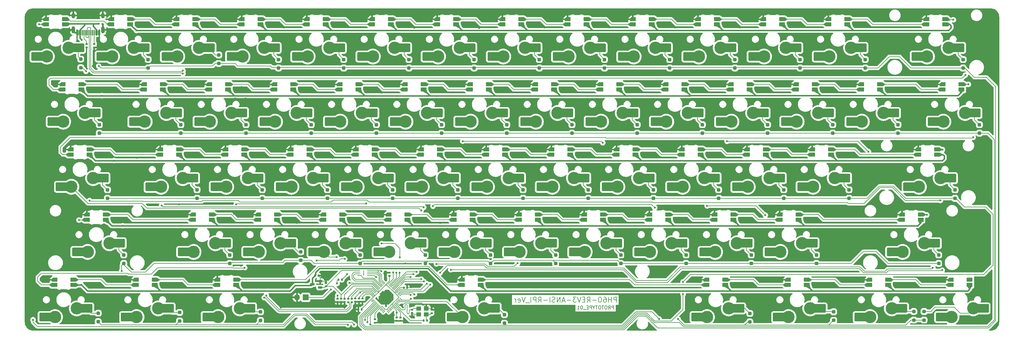
<source format=gbr>
%TF.GenerationSoftware,KiCad,Pcbnew,8.0.3*%
%TF.CreationDate,2024-12-09T14:43:44+08:00*%
%TF.ProjectId,PH60_Rev3,50483630-5f52-4657-9633-2e6b69636164,rev?*%
%TF.SameCoordinates,Original*%
%TF.FileFunction,Copper,L2,Bot*%
%TF.FilePolarity,Positive*%
%FSLAX46Y46*%
G04 Gerber Fmt 4.6, Leading zero omitted, Abs format (unit mm)*
G04 Created by KiCad (PCBNEW 8.0.3) date 2024-12-09 14:43:44*
%MOMM*%
%LPD*%
G01*
G04 APERTURE LIST*
G04 Aperture macros list*
%AMRoundRect*
0 Rectangle with rounded corners*
0 $1 Rounding radius*
0 $2 $3 $4 $5 $6 $7 $8 $9 X,Y pos of 4 corners*
0 Add a 4 corners polygon primitive as box body*
4,1,4,$2,$3,$4,$5,$6,$7,$8,$9,$2,$3,0*
0 Add four circle primitives for the rounded corners*
1,1,$1+$1,$2,$3*
1,1,$1+$1,$4,$5*
1,1,$1+$1,$6,$7*
1,1,$1+$1,$8,$9*
0 Add four rect primitives between the rounded corners*
20,1,$1+$1,$2,$3,$4,$5,0*
20,1,$1+$1,$4,$5,$6,$7,0*
20,1,$1+$1,$6,$7,$8,$9,0*
20,1,$1+$1,$8,$9,$2,$3,0*%
%AMRotRect*
0 Rectangle, with rotation*
0 The origin of the aperture is its center*
0 $1 length*
0 $2 width*
0 $3 Rotation angle, in degrees counterclockwise*
0 Add horizontal line*
21,1,$1,$2,0,0,$3*%
%AMFreePoly0*
4,1,18,-0.600000,0.730000,-0.590866,0.775922,-0.564853,0.814853,-0.525922,0.840866,-0.480000,0.850000,0.480000,0.850000,0.525922,0.840866,0.564853,0.814853,0.590866,0.775922,0.600000,0.730000,0.600000,-0.730000,0.590866,-0.775922,0.564853,-0.814853,0.525922,-0.840866,0.480000,-0.850000,-0.120000,-0.850000,-0.600000,-0.370000,-0.600000,0.730000,-0.600000,0.730000,$1*%
G04 Aperture macros list end*
%ADD10C,0.150000*%
%TA.AperFunction,NonConductor*%
%ADD11C,0.150000*%
%TD*%
%ADD12C,0.200000*%
%TA.AperFunction,NonConductor*%
%ADD13C,0.200000*%
%TD*%
%TA.AperFunction,SMDPad,CuDef*%
%ADD14RoundRect,0.250000X1.525000X1.000000X-1.525000X1.000000X-1.525000X-1.000000X1.525000X-1.000000X0*%
%TD*%
%TA.AperFunction,ComponentPad*%
%ADD15C,3.600000*%
%TD*%
%TA.AperFunction,SMDPad,CuDef*%
%ADD16RoundRect,0.250000X0.250000X-0.250000X0.250000X0.250000X-0.250000X0.250000X-0.250000X-0.250000X0*%
%TD*%
%TA.AperFunction,SMDPad,CuDef*%
%ADD17RoundRect,0.120000X-0.730000X0.480000X-0.730000X-0.480000X0.730000X-0.480000X0.730000X0.480000X0*%
%TD*%
%TA.AperFunction,SMDPad,CuDef*%
%ADD18FreePoly0,270.000000*%
%TD*%
%TA.AperFunction,SMDPad,CuDef*%
%ADD19RoundRect,0.140000X0.140000X0.170000X-0.140000X0.170000X-0.140000X-0.170000X0.140000X-0.170000X0*%
%TD*%
%TA.AperFunction,SMDPad,CuDef*%
%ADD20RoundRect,0.140000X0.170000X-0.140000X0.170000X0.140000X-0.170000X0.140000X-0.170000X-0.140000X0*%
%TD*%
%TA.AperFunction,SMDPad,CuDef*%
%ADD21RoundRect,0.140000X-0.170000X0.140000X-0.170000X-0.140000X0.170000X-0.140000X0.170000X0.140000X0*%
%TD*%
%TA.AperFunction,SMDPad,CuDef*%
%ADD22RoundRect,0.150000X0.512500X0.150000X-0.512500X0.150000X-0.512500X-0.150000X0.512500X-0.150000X0*%
%TD*%
%TA.AperFunction,SMDPad,CuDef*%
%ADD23RoundRect,0.050000X0.238649X0.309359X-0.309359X-0.238649X-0.238649X-0.309359X0.309359X0.238649X0*%
%TD*%
%TA.AperFunction,SMDPad,CuDef*%
%ADD24RoundRect,0.050000X-0.238649X0.309359X-0.309359X0.238649X0.238649X-0.309359X0.309359X-0.238649X0*%
%TD*%
%TA.AperFunction,HeatsinkPad*%
%ADD25C,0.500000*%
%TD*%
%TA.AperFunction,HeatsinkPad*%
%ADD26RotRect,3.200000X3.200000X225.000000*%
%TD*%
%TA.AperFunction,SMDPad,CuDef*%
%ADD27RoundRect,0.135000X0.135000X0.185000X-0.135000X0.185000X-0.135000X-0.185000X0.135000X-0.185000X0*%
%TD*%
%TA.AperFunction,SMDPad,CuDef*%
%ADD28RoundRect,0.135000X-0.185000X0.135000X-0.185000X-0.135000X0.185000X-0.135000X0.185000X0.135000X0*%
%TD*%
%TA.AperFunction,SMDPad,CuDef*%
%ADD29RoundRect,0.135000X0.185000X-0.135000X0.185000X0.135000X-0.185000X0.135000X-0.185000X-0.135000X0*%
%TD*%
%TA.AperFunction,ComponentPad*%
%ADD30R,1.700000X1.700000*%
%TD*%
%TA.AperFunction,ComponentPad*%
%ADD31O,1.700000X1.700000*%
%TD*%
%TA.AperFunction,SMDPad,CuDef*%
%ADD32RoundRect,0.140000X-0.140000X-0.170000X0.140000X-0.170000X0.140000X0.170000X-0.140000X0.170000X0*%
%TD*%
%TA.AperFunction,SMDPad,CuDef*%
%ADD33RoundRect,0.062500X0.387500X0.062500X-0.387500X0.062500X-0.387500X-0.062500X0.387500X-0.062500X0*%
%TD*%
%TA.AperFunction,HeatsinkPad*%
%ADD34R,0.200000X1.600000*%
%TD*%
%TA.AperFunction,SMDPad,CuDef*%
%ADD35RoundRect,0.135000X-0.135000X-0.185000X0.135000X-0.185000X0.135000X0.185000X-0.135000X0.185000X0*%
%TD*%
%TA.AperFunction,SMDPad,CuDef*%
%ADD36RoundRect,0.150000X-0.150000X-0.670000X0.150000X-0.670000X0.150000X0.670000X-0.150000X0.670000X0*%
%TD*%
%TA.AperFunction,SMDPad,CuDef*%
%ADD37RoundRect,0.075000X-0.075000X-0.745000X0.075000X-0.745000X0.075000X0.745000X-0.075000X0.745000X0*%
%TD*%
%TA.AperFunction,ComponentPad*%
%ADD38O,1.000000X1.600000*%
%TD*%
%TA.AperFunction,ComponentPad*%
%ADD39O,1.000000X2.100000*%
%TD*%
%TA.AperFunction,SMDPad,CuDef*%
%ADD40R,1.400000X1.200000*%
%TD*%
%TA.AperFunction,ViaPad*%
%ADD41C,0.600000*%
%TD*%
%TA.AperFunction,Conductor*%
%ADD42C,0.200000*%
%TD*%
%TA.AperFunction,Conductor*%
%ADD43C,0.400000*%
%TD*%
G04 APERTURE END LIST*
D10*
D11*
X201178220Y-117064819D02*
X201178220Y-116064819D01*
X201178220Y-116064819D02*
X200797268Y-116064819D01*
X200797268Y-116064819D02*
X200702030Y-116112438D01*
X200702030Y-116112438D02*
X200654411Y-116160057D01*
X200654411Y-116160057D02*
X200606792Y-116255295D01*
X200606792Y-116255295D02*
X200606792Y-116398152D01*
X200606792Y-116398152D02*
X200654411Y-116493390D01*
X200654411Y-116493390D02*
X200702030Y-116541009D01*
X200702030Y-116541009D02*
X200797268Y-116588628D01*
X200797268Y-116588628D02*
X201178220Y-116588628D01*
X199606792Y-117064819D02*
X199940125Y-116588628D01*
X200178220Y-117064819D02*
X200178220Y-116064819D01*
X200178220Y-116064819D02*
X199797268Y-116064819D01*
X199797268Y-116064819D02*
X199702030Y-116112438D01*
X199702030Y-116112438D02*
X199654411Y-116160057D01*
X199654411Y-116160057D02*
X199606792Y-116255295D01*
X199606792Y-116255295D02*
X199606792Y-116398152D01*
X199606792Y-116398152D02*
X199654411Y-116493390D01*
X199654411Y-116493390D02*
X199702030Y-116541009D01*
X199702030Y-116541009D02*
X199797268Y-116588628D01*
X199797268Y-116588628D02*
X200178220Y-116588628D01*
X198987744Y-116064819D02*
X198797268Y-116064819D01*
X198797268Y-116064819D02*
X198702030Y-116112438D01*
X198702030Y-116112438D02*
X198606792Y-116207676D01*
X198606792Y-116207676D02*
X198559173Y-116398152D01*
X198559173Y-116398152D02*
X198559173Y-116731485D01*
X198559173Y-116731485D02*
X198606792Y-116921961D01*
X198606792Y-116921961D02*
X198702030Y-117017200D01*
X198702030Y-117017200D02*
X198797268Y-117064819D01*
X198797268Y-117064819D02*
X198987744Y-117064819D01*
X198987744Y-117064819D02*
X199082982Y-117017200D01*
X199082982Y-117017200D02*
X199178220Y-116921961D01*
X199178220Y-116921961D02*
X199225839Y-116731485D01*
X199225839Y-116731485D02*
X199225839Y-116398152D01*
X199225839Y-116398152D02*
X199178220Y-116207676D01*
X199178220Y-116207676D02*
X199082982Y-116112438D01*
X199082982Y-116112438D02*
X198987744Y-116064819D01*
X198273458Y-116064819D02*
X197702030Y-116064819D01*
X197987744Y-117064819D02*
X197987744Y-116064819D01*
X197178220Y-116064819D02*
X196987744Y-116064819D01*
X196987744Y-116064819D02*
X196892506Y-116112438D01*
X196892506Y-116112438D02*
X196797268Y-116207676D01*
X196797268Y-116207676D02*
X196749649Y-116398152D01*
X196749649Y-116398152D02*
X196749649Y-116731485D01*
X196749649Y-116731485D02*
X196797268Y-116921961D01*
X196797268Y-116921961D02*
X196892506Y-117017200D01*
X196892506Y-117017200D02*
X196987744Y-117064819D01*
X196987744Y-117064819D02*
X197178220Y-117064819D01*
X197178220Y-117064819D02*
X197273458Y-117017200D01*
X197273458Y-117017200D02*
X197368696Y-116921961D01*
X197368696Y-116921961D02*
X197416315Y-116731485D01*
X197416315Y-116731485D02*
X197416315Y-116398152D01*
X197416315Y-116398152D02*
X197368696Y-116207676D01*
X197368696Y-116207676D02*
X197273458Y-116112438D01*
X197273458Y-116112438D02*
X197178220Y-116064819D01*
X196463934Y-116064819D02*
X195892506Y-116064819D01*
X196178220Y-117064819D02*
X196178220Y-116064819D01*
X195368696Y-116588628D02*
X195368696Y-117064819D01*
X195702029Y-116064819D02*
X195368696Y-116588628D01*
X195368696Y-116588628D02*
X195035363Y-116064819D01*
X194702029Y-117064819D02*
X194702029Y-116064819D01*
X194702029Y-116064819D02*
X194321077Y-116064819D01*
X194321077Y-116064819D02*
X194225839Y-116112438D01*
X194225839Y-116112438D02*
X194178220Y-116160057D01*
X194178220Y-116160057D02*
X194130601Y-116255295D01*
X194130601Y-116255295D02*
X194130601Y-116398152D01*
X194130601Y-116398152D02*
X194178220Y-116493390D01*
X194178220Y-116493390D02*
X194225839Y-116541009D01*
X194225839Y-116541009D02*
X194321077Y-116588628D01*
X194321077Y-116588628D02*
X194702029Y-116588628D01*
X193702029Y-116541009D02*
X193368696Y-116541009D01*
X193225839Y-117064819D02*
X193702029Y-117064819D01*
X193702029Y-117064819D02*
X193702029Y-116064819D01*
X193702029Y-116064819D02*
X193225839Y-116064819D01*
X193035363Y-117160057D02*
X192273458Y-117160057D01*
X191844886Y-116064819D02*
X191749648Y-116064819D01*
X191749648Y-116064819D02*
X191654410Y-116112438D01*
X191654410Y-116112438D02*
X191606791Y-116160057D01*
X191606791Y-116160057D02*
X191559172Y-116255295D01*
X191559172Y-116255295D02*
X191511553Y-116445771D01*
X191511553Y-116445771D02*
X191511553Y-116683866D01*
X191511553Y-116683866D02*
X191559172Y-116874342D01*
X191559172Y-116874342D02*
X191606791Y-116969580D01*
X191606791Y-116969580D02*
X191654410Y-117017200D01*
X191654410Y-117017200D02*
X191749648Y-117064819D01*
X191749648Y-117064819D02*
X191844886Y-117064819D01*
X191844886Y-117064819D02*
X191940124Y-117017200D01*
X191940124Y-117017200D02*
X191987743Y-116969580D01*
X191987743Y-116969580D02*
X192035362Y-116874342D01*
X192035362Y-116874342D02*
X192082981Y-116683866D01*
X192082981Y-116683866D02*
X192082981Y-116445771D01*
X192082981Y-116445771D02*
X192035362Y-116255295D01*
X192035362Y-116255295D02*
X191987743Y-116160057D01*
X191987743Y-116160057D02*
X191940124Y-116112438D01*
X191940124Y-116112438D02*
X191844886Y-116064819D01*
X190559172Y-117064819D02*
X191130600Y-117064819D01*
X190844886Y-117064819D02*
X190844886Y-116064819D01*
X190844886Y-116064819D02*
X190940124Y-116207676D01*
X190940124Y-116207676D02*
X191035362Y-116302914D01*
X191035362Y-116302914D02*
X191130600Y-116350533D01*
D12*
D13*
X202026279Y-115041028D02*
X202026279Y-113541028D01*
X202026279Y-113541028D02*
X201454850Y-113541028D01*
X201454850Y-113541028D02*
X201311993Y-113612457D01*
X201311993Y-113612457D02*
X201240564Y-113683885D01*
X201240564Y-113683885D02*
X201169136Y-113826742D01*
X201169136Y-113826742D02*
X201169136Y-114041028D01*
X201169136Y-114041028D02*
X201240564Y-114183885D01*
X201240564Y-114183885D02*
X201311993Y-114255314D01*
X201311993Y-114255314D02*
X201454850Y-114326742D01*
X201454850Y-114326742D02*
X202026279Y-114326742D01*
X200526279Y-115041028D02*
X200526279Y-113541028D01*
X200526279Y-114255314D02*
X199669136Y-114255314D01*
X199669136Y-115041028D02*
X199669136Y-113541028D01*
X198311993Y-113541028D02*
X198597707Y-113541028D01*
X198597707Y-113541028D02*
X198740564Y-113612457D01*
X198740564Y-113612457D02*
X198811993Y-113683885D01*
X198811993Y-113683885D02*
X198954850Y-113898171D01*
X198954850Y-113898171D02*
X199026278Y-114183885D01*
X199026278Y-114183885D02*
X199026278Y-114755314D01*
X199026278Y-114755314D02*
X198954850Y-114898171D01*
X198954850Y-114898171D02*
X198883421Y-114969600D01*
X198883421Y-114969600D02*
X198740564Y-115041028D01*
X198740564Y-115041028D02*
X198454850Y-115041028D01*
X198454850Y-115041028D02*
X198311993Y-114969600D01*
X198311993Y-114969600D02*
X198240564Y-114898171D01*
X198240564Y-114898171D02*
X198169135Y-114755314D01*
X198169135Y-114755314D02*
X198169135Y-114398171D01*
X198169135Y-114398171D02*
X198240564Y-114255314D01*
X198240564Y-114255314D02*
X198311993Y-114183885D01*
X198311993Y-114183885D02*
X198454850Y-114112457D01*
X198454850Y-114112457D02*
X198740564Y-114112457D01*
X198740564Y-114112457D02*
X198883421Y-114183885D01*
X198883421Y-114183885D02*
X198954850Y-114255314D01*
X198954850Y-114255314D02*
X199026278Y-114398171D01*
X197240564Y-113541028D02*
X197097707Y-113541028D01*
X197097707Y-113541028D02*
X196954850Y-113612457D01*
X196954850Y-113612457D02*
X196883422Y-113683885D01*
X196883422Y-113683885D02*
X196811993Y-113826742D01*
X196811993Y-113826742D02*
X196740564Y-114112457D01*
X196740564Y-114112457D02*
X196740564Y-114469600D01*
X196740564Y-114469600D02*
X196811993Y-114755314D01*
X196811993Y-114755314D02*
X196883422Y-114898171D01*
X196883422Y-114898171D02*
X196954850Y-114969600D01*
X196954850Y-114969600D02*
X197097707Y-115041028D01*
X197097707Y-115041028D02*
X197240564Y-115041028D01*
X197240564Y-115041028D02*
X197383422Y-114969600D01*
X197383422Y-114969600D02*
X197454850Y-114898171D01*
X197454850Y-114898171D02*
X197526279Y-114755314D01*
X197526279Y-114755314D02*
X197597707Y-114469600D01*
X197597707Y-114469600D02*
X197597707Y-114112457D01*
X197597707Y-114112457D02*
X197526279Y-113826742D01*
X197526279Y-113826742D02*
X197454850Y-113683885D01*
X197454850Y-113683885D02*
X197383422Y-113612457D01*
X197383422Y-113612457D02*
X197240564Y-113541028D01*
X196097708Y-114469600D02*
X194954851Y-114469600D01*
X193383422Y-115041028D02*
X193883422Y-114326742D01*
X194240565Y-115041028D02*
X194240565Y-113541028D01*
X194240565Y-113541028D02*
X193669136Y-113541028D01*
X193669136Y-113541028D02*
X193526279Y-113612457D01*
X193526279Y-113612457D02*
X193454850Y-113683885D01*
X193454850Y-113683885D02*
X193383422Y-113826742D01*
X193383422Y-113826742D02*
X193383422Y-114041028D01*
X193383422Y-114041028D02*
X193454850Y-114183885D01*
X193454850Y-114183885D02*
X193526279Y-114255314D01*
X193526279Y-114255314D02*
X193669136Y-114326742D01*
X193669136Y-114326742D02*
X194240565Y-114326742D01*
X192740565Y-114255314D02*
X192240565Y-114255314D01*
X192026279Y-115041028D02*
X192740565Y-115041028D01*
X192740565Y-115041028D02*
X192740565Y-113541028D01*
X192740565Y-113541028D02*
X192026279Y-113541028D01*
X191597707Y-113541028D02*
X191097707Y-115041028D01*
X191097707Y-115041028D02*
X190597707Y-113541028D01*
X190240565Y-113541028D02*
X189311993Y-113541028D01*
X189311993Y-113541028D02*
X189811993Y-114112457D01*
X189811993Y-114112457D02*
X189597708Y-114112457D01*
X189597708Y-114112457D02*
X189454851Y-114183885D01*
X189454851Y-114183885D02*
X189383422Y-114255314D01*
X189383422Y-114255314D02*
X189311993Y-114398171D01*
X189311993Y-114398171D02*
X189311993Y-114755314D01*
X189311993Y-114755314D02*
X189383422Y-114898171D01*
X189383422Y-114898171D02*
X189454851Y-114969600D01*
X189454851Y-114969600D02*
X189597708Y-115041028D01*
X189597708Y-115041028D02*
X190026279Y-115041028D01*
X190026279Y-115041028D02*
X190169136Y-114969600D01*
X190169136Y-114969600D02*
X190240565Y-114898171D01*
X188669137Y-114469600D02*
X187526280Y-114469600D01*
X186883422Y-114612457D02*
X186169137Y-114612457D01*
X187026279Y-115041028D02*
X186526279Y-113541028D01*
X186526279Y-113541028D02*
X186026279Y-115041028D01*
X185526280Y-115041028D02*
X185526280Y-113541028D01*
X185526280Y-113541028D02*
X184669137Y-115041028D01*
X184669137Y-115041028D02*
X184669137Y-113541028D01*
X184026279Y-114969600D02*
X183811994Y-115041028D01*
X183811994Y-115041028D02*
X183454851Y-115041028D01*
X183454851Y-115041028D02*
X183311994Y-114969600D01*
X183311994Y-114969600D02*
X183240565Y-114898171D01*
X183240565Y-114898171D02*
X183169136Y-114755314D01*
X183169136Y-114755314D02*
X183169136Y-114612457D01*
X183169136Y-114612457D02*
X183240565Y-114469600D01*
X183240565Y-114469600D02*
X183311994Y-114398171D01*
X183311994Y-114398171D02*
X183454851Y-114326742D01*
X183454851Y-114326742D02*
X183740565Y-114255314D01*
X183740565Y-114255314D02*
X183883422Y-114183885D01*
X183883422Y-114183885D02*
X183954851Y-114112457D01*
X183954851Y-114112457D02*
X184026279Y-113969600D01*
X184026279Y-113969600D02*
X184026279Y-113826742D01*
X184026279Y-113826742D02*
X183954851Y-113683885D01*
X183954851Y-113683885D02*
X183883422Y-113612457D01*
X183883422Y-113612457D02*
X183740565Y-113541028D01*
X183740565Y-113541028D02*
X183383422Y-113541028D01*
X183383422Y-113541028D02*
X183169136Y-113612457D01*
X182526280Y-115041028D02*
X182526280Y-113541028D01*
X181811994Y-114469600D02*
X180669137Y-114469600D01*
X179097708Y-115041028D02*
X179597708Y-114326742D01*
X179954851Y-115041028D02*
X179954851Y-113541028D01*
X179954851Y-113541028D02*
X179383422Y-113541028D01*
X179383422Y-113541028D02*
X179240565Y-113612457D01*
X179240565Y-113612457D02*
X179169136Y-113683885D01*
X179169136Y-113683885D02*
X179097708Y-113826742D01*
X179097708Y-113826742D02*
X179097708Y-114041028D01*
X179097708Y-114041028D02*
X179169136Y-114183885D01*
X179169136Y-114183885D02*
X179240565Y-114255314D01*
X179240565Y-114255314D02*
X179383422Y-114326742D01*
X179383422Y-114326742D02*
X179954851Y-114326742D01*
X178454851Y-115041028D02*
X178454851Y-113541028D01*
X178454851Y-113541028D02*
X177883422Y-113541028D01*
X177883422Y-113541028D02*
X177740565Y-113612457D01*
X177740565Y-113612457D02*
X177669136Y-113683885D01*
X177669136Y-113683885D02*
X177597708Y-113826742D01*
X177597708Y-113826742D02*
X177597708Y-114041028D01*
X177597708Y-114041028D02*
X177669136Y-114183885D01*
X177669136Y-114183885D02*
X177740565Y-114255314D01*
X177740565Y-114255314D02*
X177883422Y-114326742D01*
X177883422Y-114326742D02*
X178454851Y-114326742D01*
X176954851Y-115041028D02*
X176954851Y-113541028D01*
X176597708Y-115183885D02*
X175454850Y-115183885D01*
X175311993Y-113541028D02*
X174811993Y-115041028D01*
X174811993Y-115041028D02*
X174311993Y-113541028D01*
X173240565Y-114969600D02*
X173383422Y-115041028D01*
X173383422Y-115041028D02*
X173669137Y-115041028D01*
X173669137Y-115041028D02*
X173811994Y-114969600D01*
X173811994Y-114969600D02*
X173883422Y-114826742D01*
X173883422Y-114826742D02*
X173883422Y-114255314D01*
X173883422Y-114255314D02*
X173811994Y-114112457D01*
X173811994Y-114112457D02*
X173669137Y-114041028D01*
X173669137Y-114041028D02*
X173383422Y-114041028D01*
X173383422Y-114041028D02*
X173240565Y-114112457D01*
X173240565Y-114112457D02*
X173169137Y-114255314D01*
X173169137Y-114255314D02*
X173169137Y-114398171D01*
X173169137Y-114398171D02*
X173883422Y-114541028D01*
X172526280Y-115041028D02*
X172526280Y-114041028D01*
X172526280Y-114326742D02*
X172454851Y-114183885D01*
X172454851Y-114183885D02*
X172383423Y-114112457D01*
X172383423Y-114112457D02*
X172240565Y-114041028D01*
X172240565Y-114041028D02*
X172097708Y-114041028D01*
D14*
%TO.P,S30,1,1*%
%TO.N,Net-(D30-A)*%
X78022500Y-78740000D03*
D15*
X75247500Y-78740000D03*
%TO.P,S30,2,2*%
%TO.N,col_1*%
X68897500Y-81280000D03*
D14*
X66117500Y-81280000D03*
%TD*%
%TO.P,S27,1,1*%
%TO.N,Net-(D27-A)*%
X282810000Y-59690000D03*
D15*
X280035000Y-59690000D03*
%TO.P,S27,2,2*%
%TO.N,col_12*%
X273685000Y-62230000D03*
D14*
X270905000Y-62230000D03*
%TD*%
%TO.P,S32,1,1*%
%TO.N,Net-(D32-A)*%
X116122500Y-78740000D03*
D15*
X113347500Y-78740000D03*
%TO.P,S32,2,2*%
%TO.N,col_3*%
X106997500Y-81280000D03*
D14*
X104217500Y-81280000D03*
%TD*%
%TO.P,S38,1,1*%
%TO.N,Net-(D38-A)*%
X230422500Y-78740000D03*
D15*
X227647500Y-78740000D03*
%TO.P,S38,2,2*%
%TO.N,col_9*%
X221297500Y-81280000D03*
D14*
X218517500Y-81280000D03*
%TD*%
%TO.P,S35,1,1*%
%TO.N,Net-(D35-A)*%
X173272500Y-78740000D03*
D15*
X170497500Y-78740000D03*
%TO.P,S35,2,2*%
%TO.N,col_6*%
X164147500Y-81280000D03*
D14*
X161367500Y-81280000D03*
%TD*%
%TO.P,S4,1,1*%
%TO.N,Net-(D4-A)*%
X101835000Y-40640000D03*
D15*
X99060000Y-40640000D03*
%TO.P,S4,2,2*%
%TO.N,col_3*%
X92710000Y-43180000D03*
D14*
X89930000Y-43180000D03*
%TD*%
%TO.P,S2,1,1*%
%TO.N,Net-(D2-A)*%
X63735000Y-40640000D03*
D15*
X60960000Y-40640000D03*
%TO.P,S2,2,2*%
%TO.N,col_1*%
X54610000Y-43180000D03*
D14*
X51830000Y-43180000D03*
%TD*%
%TO.P,S22,1,1*%
%TO.N,Net-(D22-A)*%
X187560000Y-59690000D03*
D15*
X184785000Y-59690000D03*
%TO.P,S22,2,2*%
%TO.N,col_7*%
X178435000Y-62230000D03*
D14*
X175655000Y-62230000D03*
%TD*%
%TO.P,S28,1,1*%
%TO.N,Net-(D28-A)*%
X306622500Y-59690000D03*
D15*
X303847500Y-59690000D03*
%TO.P,S28,2,2*%
%TO.N,col_13*%
X297497500Y-62230000D03*
D14*
X294717500Y-62230000D03*
%TD*%
%TO.P,S46,1,1*%
%TO.N,Net-(D46-A)*%
X144697500Y-97790000D03*
D15*
X141922500Y-97790000D03*
%TO.P,S46,2,2*%
%TO.N,col_5*%
X135572500Y-100330000D03*
D14*
X132792500Y-100330000D03*
%TD*%
%TO.P,S1,1,1*%
%TO.N,Net-(D1-A)*%
X44685000Y-40640000D03*
D15*
X41910000Y-40640000D03*
%TO.P,S1,2,2*%
%TO.N,col_0*%
X35560000Y-43180000D03*
D14*
X32780000Y-43180000D03*
%TD*%
%TO.P,S54,1,1*%
%TO.N,Net-(D54-A)*%
X47066250Y-116840000D03*
D15*
X44291250Y-116840000D03*
%TO.P,S54,2,2*%
%TO.N,col_0*%
X37941250Y-119380000D03*
D14*
X35161250Y-119380000D03*
%TD*%
%TO.P,S10,1,1*%
%TO.N,Net-(D10-A)*%
X216135000Y-40640000D03*
D15*
X213360000Y-40640000D03*
%TO.P,S10,2,2*%
%TO.N,col_9*%
X207010000Y-43180000D03*
D14*
X204230000Y-43180000D03*
%TD*%
%TO.P,S34,1,1*%
%TO.N,Net-(D34-A)*%
X154222500Y-78740000D03*
D15*
X151447500Y-78740000D03*
%TO.P,S34,2,2*%
%TO.N,col_5*%
X145097500Y-81280000D03*
D14*
X142317500Y-81280000D03*
%TD*%
%TO.P,S15,1,1*%
%TO.N,Net-(D15-A)*%
X49447500Y-59690000D03*
D15*
X46672500Y-59690000D03*
%TO.P,S15,2,2*%
%TO.N,col_0*%
X40322500Y-62230000D03*
D14*
X37542500Y-62230000D03*
%TD*%
%TO.P,S56,1,1*%
%TO.N,Net-(D56-A)*%
X94691250Y-116840000D03*
D15*
X91916250Y-116840000D03*
%TO.P,S56,2,2*%
%TO.N,col_2*%
X85566250Y-119380000D03*
D14*
X82786250Y-119380000D03*
%TD*%
%TO.P,S20,1,1*%
%TO.N,Net-(D20-A)*%
X149460000Y-59690000D03*
D15*
X146685000Y-59690000D03*
%TO.P,S20,2,2*%
%TO.N,col_5*%
X140335000Y-62230000D03*
D14*
X137555000Y-62230000D03*
%TD*%
%TO.P,S17,1,1*%
%TO.N,Net-(D17-A)*%
X92310000Y-59690000D03*
D15*
X89535000Y-59690000D03*
%TO.P,S17,2,2*%
%TO.N,col_2*%
X83185000Y-62230000D03*
D14*
X80405000Y-62230000D03*
%TD*%
%TO.P,S31,1,1*%
%TO.N,Net-(D31-A)*%
X97072500Y-78740000D03*
D15*
X94297500Y-78740000D03*
%TO.P,S31,2,2*%
%TO.N,col_2*%
X87947500Y-81280000D03*
D14*
X85167500Y-81280000D03*
%TD*%
%TO.P,S48,1,1*%
%TO.N,Net-(D48-A)*%
X182797500Y-97790000D03*
D15*
X180022500Y-97790000D03*
%TO.P,S48,2,2*%
%TO.N,col_7*%
X173672500Y-100330000D03*
D14*
X170892500Y-100330000D03*
%TD*%
%TO.P,S51,1,1*%
%TO.N,Net-(D51-A)*%
X239947500Y-97790000D03*
D15*
X237172500Y-97790000D03*
%TO.P,S51,2,2*%
%TO.N,col_10*%
X230822500Y-100330000D03*
D14*
X228042500Y-100330000D03*
%TD*%
%TO.P,S23,1,1*%
%TO.N,Net-(D23-A)*%
X206610000Y-59690000D03*
D15*
X203835000Y-59690000D03*
%TO.P,S23,2,2*%
%TO.N,col_8*%
X197485000Y-62230000D03*
D14*
X194705000Y-62230000D03*
%TD*%
%TO.P,S50,1,1*%
%TO.N,Net-(D50-A)*%
X220897500Y-97790000D03*
D15*
X218122500Y-97790000D03*
%TO.P,S50,2,2*%
%TO.N,col_9*%
X211772500Y-100330000D03*
D14*
X208992500Y-100330000D03*
%TD*%
%TO.P,S18,1,1*%
%TO.N,Net-(D18-A)*%
X111360000Y-59690000D03*
D15*
X108585000Y-59690000D03*
%TO.P,S18,2,2*%
%TO.N,col_3*%
X102235000Y-62230000D03*
D14*
X99455000Y-62230000D03*
%TD*%
%TO.P,S33,1,1*%
%TO.N,Net-(D33-A)*%
X135172500Y-78740000D03*
D15*
X132397500Y-78740000D03*
%TO.P,S33,2,2*%
%TO.N,col_4*%
X126047500Y-81280000D03*
D14*
X123267500Y-81280000D03*
%TD*%
%TO.P,S16,1,1*%
%TO.N,Net-(D16-A)*%
X73260000Y-59690000D03*
D15*
X70485000Y-59690000D03*
%TO.P,S16,2,2*%
%TO.N,col_1*%
X64135000Y-62230000D03*
D14*
X61355000Y-62230000D03*
%TD*%
%TO.P,S60,1,1*%
%TO.N,Net-(D60-A)*%
X285191250Y-116840000D03*
D15*
X282416250Y-116840000D03*
%TO.P,S60,2,2*%
%TO.N,col_12*%
X276066250Y-119380000D03*
D14*
X273286250Y-119380000D03*
%TD*%
%TO.P,S43,1,1*%
%TO.N,Net-(D43-A)*%
X87547500Y-97790000D03*
D15*
X84772500Y-97790000D03*
%TO.P,S43,2,2*%
%TO.N,col_2*%
X78422500Y-100330000D03*
D14*
X75642500Y-100330000D03*
%TD*%
%TO.P,S58,1,1*%
%TO.N,Net-(D58-A)*%
X237566250Y-116840000D03*
D15*
X234791250Y-116840000D03*
%TO.P,S58,2,2*%
%TO.N,col_10*%
X228441250Y-119380000D03*
D14*
X225661250Y-119380000D03*
%TD*%
%TO.P,S24,1,1*%
%TO.N,Net-(D24-A)*%
X225660000Y-59690000D03*
D15*
X222885000Y-59690000D03*
%TO.P,S24,2,2*%
%TO.N,col_9*%
X216535000Y-62230000D03*
D14*
X213755000Y-62230000D03*
%TD*%
%TO.P,S29,1,1*%
%TO.N,Net-(D29-A)*%
X51828750Y-78740000D03*
D15*
X49053750Y-78740000D03*
%TO.P,S29,2,2*%
%TO.N,col_0*%
X42703750Y-81280000D03*
D14*
X39923750Y-81280000D03*
%TD*%
%TO.P,S37,1,1*%
%TO.N,Net-(D37-A)*%
X211372500Y-78740000D03*
D15*
X208597500Y-78740000D03*
%TO.P,S37,2,2*%
%TO.N,col_8*%
X202247500Y-81280000D03*
D14*
X199467500Y-81280000D03*
%TD*%
%TO.P,S3,1,1*%
%TO.N,Net-(D3-A)*%
X82785000Y-40640000D03*
D15*
X80010000Y-40640000D03*
%TO.P,S3,2,2*%
%TO.N,col_2*%
X73660000Y-43180000D03*
D14*
X70880000Y-43180000D03*
%TD*%
%TO.P,S61,1,1*%
%TO.N,Net-(D61-A)*%
X309003750Y-116840000D03*
D15*
X306228750Y-116840000D03*
%TO.P,S61,2,2*%
%TO.N,col_13*%
X299878750Y-119380000D03*
D14*
X297098750Y-119380000D03*
%TD*%
%TO.P,S36,1,1*%
%TO.N,Net-(D36-A)*%
X192322500Y-78740000D03*
D15*
X189547500Y-78740000D03*
%TO.P,S36,2,2*%
%TO.N,col_7*%
X183197500Y-81280000D03*
D14*
X180417500Y-81280000D03*
%TD*%
%TO.P,S6,1,1*%
%TO.N,Net-(D6-A)*%
X139935000Y-40640000D03*
D15*
X137160000Y-40640000D03*
%TO.P,S6,2,2*%
%TO.N,col_5*%
X130810000Y-43180000D03*
D14*
X128030000Y-43180000D03*
%TD*%
%TO.P,S55,1,1*%
%TO.N,Net-(D55-A)*%
X70878750Y-116840000D03*
D15*
X68103750Y-116840000D03*
%TO.P,S55,2,2*%
%TO.N,col_1*%
X61753750Y-119380000D03*
D14*
X58973750Y-119380000D03*
%TD*%
%TO.P,S25,1,1*%
%TO.N,Net-(D25-A)*%
X244710000Y-59690000D03*
D15*
X241935000Y-59690000D03*
%TO.P,S25,2,2*%
%TO.N,col_10*%
X235585000Y-62230000D03*
D14*
X232805000Y-62230000D03*
%TD*%
%TO.P,S9,1,1*%
%TO.N,Net-(D9-A)*%
X197085000Y-40640000D03*
D15*
X194310000Y-40640000D03*
%TO.P,S9,2,2*%
%TO.N,col_8*%
X187960000Y-43180000D03*
D14*
X185180000Y-43180000D03*
%TD*%
%TO.P,S26,1,1*%
%TO.N,Net-(D26-A)*%
X263760000Y-59690000D03*
D15*
X260985000Y-59690000D03*
%TO.P,S26,2,2*%
%TO.N,col_11*%
X254635000Y-62230000D03*
D14*
X251855000Y-62230000D03*
%TD*%
%TO.P,S11,1,1*%
%TO.N,Net-(D11-A)*%
X235185000Y-40640000D03*
D15*
X232410000Y-40640000D03*
%TO.P,S11,2,2*%
%TO.N,col_10*%
X226060000Y-43180000D03*
D14*
X223280000Y-43180000D03*
%TD*%
%TO.P,S59,1,1*%
%TO.N,Net-(D59-A)*%
X261378750Y-116840000D03*
D15*
X258603750Y-116840000D03*
%TO.P,S59,2,2*%
%TO.N,col_11*%
X252253750Y-119380000D03*
D14*
X249473750Y-119380000D03*
%TD*%
%TO.P,S53,1,1*%
%TO.N,Net-(D53-A)*%
X294716250Y-97790000D03*
D15*
X291941250Y-97790000D03*
%TO.P,S53,2,2*%
%TO.N,col_12*%
X285591250Y-100330000D03*
D14*
X282811250Y-100330000D03*
%TD*%
%TO.P,S12,1,1*%
%TO.N,Net-(D12-A)*%
X254235000Y-40640000D03*
D15*
X251460000Y-40640000D03*
%TO.P,S12,2,2*%
%TO.N,col_11*%
X245110000Y-43180000D03*
D14*
X242330000Y-43180000D03*
%TD*%
%TO.P,S57,1,1*%
%TO.N,Net-(D57-A)*%
X166128750Y-116840000D03*
D15*
X163353750Y-116840000D03*
%TO.P,S57,2,2*%
%TO.N,col_6*%
X157003750Y-119380000D03*
D14*
X154223750Y-119380000D03*
%TD*%
%TO.P,S8,1,1*%
%TO.N,Net-(D8-A)*%
X178035000Y-40640000D03*
D15*
X175260000Y-40640000D03*
%TO.P,S8,2,2*%
%TO.N,col_7*%
X168910000Y-43180000D03*
D14*
X166130000Y-43180000D03*
%TD*%
%TO.P,S13,1,1*%
%TO.N,Net-(D13-A)*%
X273285000Y-40640000D03*
D15*
X270510000Y-40640000D03*
%TO.P,S13,2,2*%
%TO.N,col_12*%
X264160000Y-43180000D03*
D14*
X261380000Y-43180000D03*
%TD*%
%TO.P,S14,1,1*%
%TO.N,Net-(D14-A)*%
X301860000Y-40640000D03*
D15*
X299085000Y-40640000D03*
%TO.P,S14,2,2*%
%TO.N,col_13*%
X292735000Y-43180000D03*
D14*
X289955000Y-43180000D03*
%TD*%
%TO.P,S21,1,1*%
%TO.N,Net-(D21-A)*%
X168510000Y-59690000D03*
D15*
X165735000Y-59690000D03*
%TO.P,S21,2,2*%
%TO.N,col_6*%
X159385000Y-62230000D03*
D14*
X156605000Y-62230000D03*
%TD*%
%TO.P,S19,1,1*%
%TO.N,Net-(D19-A)*%
X130410000Y-59690000D03*
D15*
X127635000Y-59690000D03*
%TO.P,S19,2,2*%
%TO.N,col_4*%
X121285000Y-62230000D03*
D14*
X118505000Y-62230000D03*
%TD*%
%TO.P,S5,1,1*%
%TO.N,Net-(D5-A)*%
X120885000Y-40640000D03*
D15*
X118110000Y-40640000D03*
%TO.P,S5,2,2*%
%TO.N,col_4*%
X111760000Y-43180000D03*
D14*
X108980000Y-43180000D03*
%TD*%
%TO.P,S45,1,1*%
%TO.N,Net-(D45-A)*%
X125647500Y-97790000D03*
D15*
X122872500Y-97790000D03*
%TO.P,S45,2,2*%
%TO.N,col_4*%
X116522500Y-100330000D03*
D14*
X113742500Y-100330000D03*
%TD*%
%TO.P,S52,1,1*%
%TO.N,Net-(D52-A)*%
X258997500Y-97790000D03*
D15*
X256222500Y-97790000D03*
%TO.P,S52,2,2*%
%TO.N,col_11*%
X249872500Y-100330000D03*
D14*
X247092500Y-100330000D03*
%TD*%
%TO.P,S7,1,1*%
%TO.N,Net-(D7-A)*%
X158985000Y-40640000D03*
D15*
X156210000Y-40640000D03*
%TO.P,S7,2,2*%
%TO.N,col_6*%
X149860000Y-43180000D03*
D14*
X147080000Y-43180000D03*
%TD*%
%TO.P,S41,1,1*%
%TO.N,Net-(D41-A)*%
X299478750Y-78740000D03*
D15*
X296703750Y-78740000D03*
%TO.P,S41,2,2*%
%TO.N,col_12*%
X290353750Y-81280000D03*
D14*
X287573750Y-81280000D03*
%TD*%
%TO.P,S49,1,1*%
%TO.N,Net-(D49-A)*%
X201847500Y-97790000D03*
D15*
X199072500Y-97790000D03*
%TO.P,S49,2,2*%
%TO.N,col_8*%
X192722500Y-100330000D03*
D14*
X189942500Y-100330000D03*
%TD*%
%TO.P,S44,1,1*%
%TO.N,Net-(D44-A)*%
X106597500Y-97790000D03*
D15*
X103822500Y-97790000D03*
%TO.P,S44,2,2*%
%TO.N,col_3*%
X97472500Y-100330000D03*
D14*
X94692500Y-100330000D03*
%TD*%
%TO.P,S39,1,1*%
%TO.N,Net-(D39-A)*%
X249472500Y-78740000D03*
D15*
X246697500Y-78740000D03*
%TO.P,S39,2,2*%
%TO.N,col_10*%
X240347500Y-81280000D03*
D14*
X237567500Y-81280000D03*
%TD*%
%TO.P,S40,1,1*%
%TO.N,Net-(D40-A)*%
X268522500Y-78740000D03*
D15*
X265747500Y-78740000D03*
%TO.P,S40,2,2*%
%TO.N,col_11*%
X259397500Y-81280000D03*
D14*
X256617500Y-81280000D03*
%TD*%
%TO.P,S47,1,1*%
%TO.N,Net-(D47-A)*%
X163747500Y-97790000D03*
D15*
X160972500Y-97790000D03*
%TO.P,S47,2,2*%
%TO.N,col_6*%
X154622500Y-100330000D03*
D14*
X151842500Y-100330000D03*
%TD*%
%TO.P,S42,1,1*%
%TO.N,Net-(D42-A)*%
X56591250Y-97790000D03*
D15*
X53816250Y-97790000D03*
%TO.P,S42,2,2*%
%TO.N,col_0*%
X47466250Y-100330000D03*
D14*
X44686250Y-100330000D03*
%TD*%
D16*
%TO.P,D21,1,K*%
%TO.N,row_1*%
X169924999Y-65600000D03*
%TO.P,D21,2,A*%
%TO.N,Net-(D21-A)*%
X169924999Y-63100000D03*
%TD*%
D17*
%TO.P,RGB20,1,VDD*%
%TO.N,VBUS*%
X145625000Y-52820000D03*
%TO.P,RGB20,2,DOUT*%
%TO.N,Net-(RGB20-DOUT)*%
X145625000Y-51320000D03*
D18*
%TO.P,RGB20,3,VSS*%
%TO.N,GND*%
X140125000Y-51320000D03*
D17*
%TO.P,RGB20,4,DIN*%
%TO.N,Net-(RGB19-DOUT)*%
X140125000Y-52820000D03*
%TD*%
D19*
%TO.P,C13,1*%
%TO.N,+3V3*%
X127555000Y-117185000D03*
%TO.P,C13,2*%
%TO.N,GND*%
X126595000Y-117185000D03*
%TD*%
D20*
%TO.P,C3,1*%
%TO.N,Net-(C3-Pad1)*%
X147975000Y-118225000D03*
%TO.P,C3,2*%
%TO.N,GND*%
X147975000Y-117265000D03*
%TD*%
D16*
%TO.P,D46,1,K*%
%TO.N,row_3*%
X146112499Y-103700000D03*
%TO.P,D46,2,A*%
%TO.N,Net-(D46-A)*%
X146112499Y-101200000D03*
%TD*%
%TO.P,D55,1,K*%
%TO.N,row_4*%
X74335000Y-120535000D03*
%TO.P,D55,2,A*%
%TO.N,Net-(D55-A)*%
X74335000Y-118035000D03*
%TD*%
D17*
%TO.P,RGB58,1,VDD*%
%TO.N,VBUS*%
X233731250Y-109970000D03*
%TO.P,RGB58,2,DOUT*%
%TO.N,Net-(RGB58-DOUT)*%
X233731250Y-108470000D03*
D18*
%TO.P,RGB58,3,VSS*%
%TO.N,GND*%
X228231250Y-108470000D03*
D17*
%TO.P,RGB58,4,DIN*%
%TO.N,Net-(RGB57-DOUT)*%
X228231250Y-109970000D03*
%TD*%
%TO.P,RGB14,1,VDD*%
%TO.N,VBUS*%
X298025000Y-33770000D03*
%TO.P,RGB14,2,DOUT*%
%TO.N,Net-(RGB14-DOUT)*%
X298025000Y-32270000D03*
D18*
%TO.P,RGB14,3,VSS*%
%TO.N,GND*%
X292525000Y-32270000D03*
D17*
%TO.P,RGB14,4,DIN*%
%TO.N,Net-(RGB13-DOUT)*%
X292525000Y-33770000D03*
%TD*%
D21*
%TO.P,C8,1*%
%TO.N,+1V1*%
X120485000Y-114015000D03*
%TO.P,C8,2*%
%TO.N,GND*%
X120485000Y-114975000D03*
%TD*%
D20*
%TO.P,C18,1*%
%TO.N,+3V3*%
X117065000Y-110375000D03*
%TO.P,C18,2*%
%TO.N,GND*%
X117065000Y-109415000D03*
%TD*%
D22*
%TO.P,U1,1,GND*%
%TO.N,GND*%
X115425000Y-108825000D03*
%TO.P,U1,2,VO*%
%TO.N,+3V3*%
X115425000Y-110725000D03*
%TO.P,U1,3,VI*%
%TO.N,VBUS*%
X113150000Y-109775000D03*
%TD*%
D17*
%TO.P,RGB55,1,VDD*%
%TO.N,VBUS*%
X67043750Y-109970000D03*
%TO.P,RGB55,2,DOUT*%
%TO.N,Net-(RGB55-DOUT)*%
X67043750Y-108470000D03*
D18*
%TO.P,RGB55,3,VSS*%
%TO.N,GND*%
X61543750Y-108470000D03*
D17*
%TO.P,RGB55,4,DIN*%
%TO.N,Net-(RGB54-DOUT)*%
X61543750Y-109970000D03*
%TD*%
%TO.P,RGB42,1,VDD*%
%TO.N,VBUS*%
X52756250Y-90920000D03*
%TO.P,RGB42,2,DOUT*%
%TO.N,Net-(RGB42-DOUT)*%
X52756250Y-89420000D03*
D18*
%TO.P,RGB42,3,VSS*%
%TO.N,GND*%
X47256250Y-89420000D03*
D17*
%TO.P,RGB42,4,DIN*%
%TO.N,Net-(RGB41-DOUT)*%
X47256250Y-90920000D03*
%TD*%
D16*
%TO.P,D7,1,K*%
%TO.N,row_0*%
X160399999Y-46550000D03*
%TO.P,D7,2,A*%
%TO.N,Net-(D7-A)*%
X160399999Y-44050000D03*
%TD*%
D23*
%TO.P,U3,1,IOVDD*%
%TO.N,+3V3*%
X135227202Y-109271249D03*
%TO.P,U3,2,GPIO0*%
%TO.N,col_4*%
X135510045Y-109554092D03*
%TO.P,U3,3,GPIO1*%
%TO.N,col_3*%
X135792887Y-109836934D03*
%TO.P,U3,4,GPIO2*%
%TO.N,col_2*%
X136075730Y-110119777D03*
%TO.P,U3,5,GPIO3*%
%TO.N,col_1*%
X136358573Y-110402620D03*
%TO.P,U3,6,GPIO4*%
%TO.N,col_0*%
X136641415Y-110685462D03*
%TO.P,U3,7,GPIO5*%
%TO.N,col_5*%
X136924258Y-110968305D03*
%TO.P,U3,8,GPIO6*%
%TO.N,col_9*%
X137207101Y-111251148D03*
%TO.P,U3,9,GPIO7*%
%TO.N,col_8*%
X137489944Y-111533991D03*
%TO.P,U3,10,IOVDD*%
%TO.N,+3V3*%
X137772786Y-111816833D03*
%TO.P,U3,11,GPIO8*%
%TO.N,col_7*%
X138055629Y-112099676D03*
%TO.P,U3,12,GPIO9*%
%TO.N,col_13*%
X138338472Y-112382519D03*
%TO.P,U3,13,GPIO10*%
%TO.N,col_12*%
X138621314Y-112665361D03*
%TO.P,U3,14,GPIO11*%
%TO.N,col_11*%
X138904157Y-112948204D03*
D24*
%TO.P,U3,15,GPIO12*%
%TO.N,col_10*%
X138904157Y-114132608D03*
%TO.P,U3,16,GPIO13*%
%TO.N,col_6*%
X138621314Y-114415451D03*
%TO.P,U3,17,GPIO14*%
%TO.N,unconnected-(U3-GPIO14-Pad17)*%
X138338472Y-114698293D03*
%TO.P,U3,18,GPIO15*%
%TO.N,unconnected-(U3-GPIO15-Pad18)*%
X138055629Y-114981136D03*
%TO.P,U3,19,TESTEN*%
%TO.N,GND*%
X137772786Y-115263979D03*
%TO.P,U3,20,XIN*%
%TO.N,/XIN*%
X137489944Y-115546821D03*
%TO.P,U3,21,XOUT*%
%TO.N,/XOUT*%
X137207101Y-115829664D03*
%TO.P,U3,22,IOVDD*%
%TO.N,+3V3*%
X136924258Y-116112507D03*
%TO.P,U3,23,DVDD*%
%TO.N,+1V1*%
X136641415Y-116395350D03*
%TO.P,U3,24,SWCLK*%
%TO.N,/SWCLK*%
X136358573Y-116678192D03*
%TO.P,U3,25,SWD*%
%TO.N,/SWD*%
X136075730Y-116961035D03*
%TO.P,U3,26,RUN*%
%TO.N,unconnected-(U3-RUN-Pad26)*%
X135792887Y-117243878D03*
%TO.P,U3,27,GPIO16*%
%TO.N,unconnected-(U3-GPIO16-Pad27)*%
X135510045Y-117526720D03*
%TO.P,U3,28,GPIO17*%
%TO.N,unconnected-(U3-GPIO17-Pad28)*%
X135227202Y-117809563D03*
D23*
%TO.P,U3,29,GPIO18*%
%TO.N,unconnected-(U3-GPIO18-Pad29)*%
X134042798Y-117809563D03*
%TO.P,U3,30,GPIO19*%
%TO.N,unconnected-(U3-GPIO19-Pad30)*%
X133759955Y-117526720D03*
%TO.P,U3,31,GPIO20*%
%TO.N,unconnected-(U3-GPIO20-Pad31)*%
X133477113Y-117243878D03*
%TO.P,U3,32,GPIO21*%
%TO.N,unconnected-(U3-GPIO21-Pad32)*%
X133194270Y-116961035D03*
%TO.P,U3,33,IOVDD*%
%TO.N,+3V3*%
X132911427Y-116678192D03*
%TO.P,U3,34,GPIO22*%
%TO.N,row_4*%
X132628585Y-116395350D03*
%TO.P,U3,35,GPIO23*%
%TO.N,DIN*%
X132345742Y-116112507D03*
%TO.P,U3,36,GPIO24*%
%TO.N,row_3*%
X132062899Y-115829664D03*
%TO.P,U3,37,GPIO25*%
%TO.N,row_2*%
X131780056Y-115546821D03*
%TO.P,U3,38,GPIO26_ADC0*%
%TO.N,row_1*%
X131497214Y-115263979D03*
%TO.P,U3,39,GPIO27_ADC1*%
%TO.N,row_0*%
X131214371Y-114981136D03*
%TO.P,U3,40,GPIO28_ADC2*%
%TO.N,unconnected-(U3-GPIO28_ADC2-Pad40)*%
X130931528Y-114698293D03*
%TO.P,U3,41,GPIO29_ADC3*%
%TO.N,unconnected-(U3-GPIO29_ADC3-Pad41)*%
X130648686Y-114415451D03*
%TO.P,U3,42,IOVDD*%
%TO.N,+3V3*%
X130365843Y-114132608D03*
D24*
%TO.P,U3,43,ADC_AVDD*%
X130365843Y-112948204D03*
%TO.P,U3,44,VREG_IN*%
X130648686Y-112665361D03*
%TO.P,U3,45,VREG_VOUT*%
%TO.N,+1V1*%
X130931528Y-112382519D03*
%TO.P,U3,46,USB_DM*%
%TO.N,Net-(U3-USB_DM)*%
X131214371Y-112099676D03*
%TO.P,U3,47,USB_DP*%
%TO.N,Net-(U3-USB_DP)*%
X131497214Y-111816833D03*
%TO.P,U3,48,USB_VDD*%
%TO.N,+3V3*%
X131780056Y-111533991D03*
%TO.P,U3,49,IOVDD*%
X132062899Y-111251148D03*
%TO.P,U3,50,DVDD*%
%TO.N,+1V1*%
X132345742Y-110968305D03*
%TO.P,U3,51,QSPI_SD3*%
%TO.N,/QSPI_SD3*%
X132628585Y-110685462D03*
%TO.P,U3,52,QSPI_SCLK*%
%TO.N,/QSPI_SCLK*%
X132911427Y-110402620D03*
%TO.P,U3,53,QSPI_SD0*%
%TO.N,/QSPI_SD0*%
X133194270Y-110119777D03*
%TO.P,U3,54,QSPI_SD2*%
%TO.N,/QSPI_SD2*%
X133477113Y-109836934D03*
%TO.P,U3,55,QSPI_SD1*%
%TO.N,/QSPI_SD1*%
X133759955Y-109554092D03*
%TO.P,U3,56,QSPI_SS*%
%TO.N,/QSPI_SS*%
X134042798Y-109271249D03*
D25*
%TO.P,U3,57,GND*%
%TO.N,GND*%
X136544188Y-113540406D03*
X134635000Y-111631218D03*
D26*
X134635000Y-113540406D03*
D25*
X134635000Y-115449594D03*
X132725812Y-113540406D03*
%TD*%
D16*
%TO.P,D15,1,K*%
%TO.N,row_1*%
X50862499Y-65600000D03*
%TO.P,D15,2,A*%
%TO.N,Net-(D15-A)*%
X50862499Y-63100000D03*
%TD*%
D17*
%TO.P,RGB57,1,VDD*%
%TO.N,VBUS*%
X162293750Y-109970000D03*
%TO.P,RGB57,2,DOUT*%
%TO.N,Net-(RGB57-DOUT)*%
X162293750Y-108470000D03*
D18*
%TO.P,RGB57,3,VSS*%
%TO.N,GND*%
X156793750Y-108470000D03*
D17*
%TO.P,RGB57,4,DIN*%
%TO.N,Net-(RGB56-DOUT)*%
X156793750Y-109970000D03*
%TD*%
%TO.P,RGB38,1,VDD*%
%TO.N,VBUS*%
X226587500Y-71870000D03*
%TO.P,RGB38,2,DOUT*%
%TO.N,Net-(RGB38-DOUT)*%
X226587500Y-70370000D03*
D18*
%TO.P,RGB38,3,VSS*%
%TO.N,GND*%
X221087500Y-70370000D03*
D17*
%TO.P,RGB38,4,DIN*%
%TO.N,Net-(RGB37-DOUT)*%
X221087500Y-71870000D03*
%TD*%
%TO.P,RGB37,1,VDD*%
%TO.N,VBUS*%
X207537500Y-71870000D03*
%TO.P,RGB37,2,DOUT*%
%TO.N,Net-(RGB37-DOUT)*%
X207537500Y-70370000D03*
D18*
%TO.P,RGB37,3,VSS*%
%TO.N,GND*%
X202037500Y-70370000D03*
D17*
%TO.P,RGB37,4,DIN*%
%TO.N,Net-(RGB36-DOUT)*%
X202037500Y-71870000D03*
%TD*%
D16*
%TO.P,D22,1,K*%
%TO.N,row_1*%
X188974999Y-65600000D03*
%TO.P,D22,2,A*%
%TO.N,Net-(D22-A)*%
X188974999Y-63100000D03*
%TD*%
%TO.P,D44,1,K*%
%TO.N,row_3*%
X109705000Y-102785000D03*
%TO.P,D44,2,A*%
%TO.N,Net-(D44-A)*%
X109705000Y-100285000D03*
%TD*%
D27*
%TO.P,R5,1*%
%TO.N,Net-(C3-Pad1)*%
X146635000Y-120365000D03*
%TO.P,R5,2*%
%TO.N,/XOUT*%
X145615000Y-120365000D03*
%TD*%
D17*
%TO.P,RGB52,1,VDD*%
%TO.N,VBUS*%
X255162500Y-90920000D03*
%TO.P,RGB52,2,DOUT*%
%TO.N,Net-(RGB52-DOUT)*%
X255162500Y-89420000D03*
D18*
%TO.P,RGB52,3,VSS*%
%TO.N,GND*%
X249662500Y-89420000D03*
D17*
%TO.P,RGB52,4,DIN*%
%TO.N,Net-(RGB51-DOUT)*%
X249662500Y-90920000D03*
%TD*%
D28*
%TO.P,R7,1*%
%TO.N,Net-(J1-CC2)*%
X49335000Y-39475000D03*
%TO.P,R7,2*%
%TO.N,GND*%
X49335000Y-40495000D03*
%TD*%
D16*
%TO.P,D58,1,K*%
%TO.N,row_4*%
X240945000Y-120805000D03*
%TO.P,D58,2,A*%
%TO.N,Net-(D58-A)*%
X240945000Y-118305000D03*
%TD*%
%TO.P,D20,1,K*%
%TO.N,row_1*%
X150874999Y-65600000D03*
%TO.P,D20,2,A*%
%TO.N,Net-(D20-A)*%
X150874999Y-63100000D03*
%TD*%
D17*
%TO.P,RGB3,1,VDD*%
%TO.N,VBUS*%
X78950000Y-33770000D03*
%TO.P,RGB3,2,DOUT*%
%TO.N,Net-(RGB3-DOUT)*%
X78950000Y-32270000D03*
D18*
%TO.P,RGB3,3,VSS*%
%TO.N,GND*%
X73450000Y-32270000D03*
D17*
%TO.P,RGB3,4,DIN*%
%TO.N,Net-(RGB2-DOUT)*%
X73450000Y-33770000D03*
%TD*%
%TO.P,RGB60,1,VDD*%
%TO.N,VBUS*%
X281356250Y-109970000D03*
%TO.P,RGB60,2,DOUT*%
%TO.N,Net-(RGB60-DOUT)*%
X281356250Y-108470000D03*
D18*
%TO.P,RGB60,3,VSS*%
%TO.N,GND*%
X275856250Y-108470000D03*
D17*
%TO.P,RGB60,4,DIN*%
%TO.N,Net-(RGB59-DOUT)*%
X275856250Y-109970000D03*
%TD*%
%TO.P,RGB5,1,VDD*%
%TO.N,VBUS*%
X117050000Y-33770000D03*
%TO.P,RGB5,2,DOUT*%
%TO.N,Net-(RGB5-DOUT)*%
X117050000Y-32270000D03*
D18*
%TO.P,RGB5,3,VSS*%
%TO.N,GND*%
X111550000Y-32270000D03*
D17*
%TO.P,RGB5,4,DIN*%
%TO.N,Net-(RGB4-DOUT)*%
X111550000Y-33770000D03*
%TD*%
%TO.P,RGB16,1,VDD*%
%TO.N,VBUS*%
X69425000Y-52820000D03*
%TO.P,RGB16,2,DOUT*%
%TO.N,Net-(RGB16-DOUT)*%
X69425000Y-51320000D03*
D18*
%TO.P,RGB16,3,VSS*%
%TO.N,GND*%
X63925000Y-51320000D03*
D17*
%TO.P,RGB16,4,DIN*%
%TO.N,Net-(RGB15-DOUT)*%
X63925000Y-52820000D03*
%TD*%
D16*
%TO.P,D19,1,K*%
%TO.N,row_1*%
X131824999Y-65600000D03*
%TO.P,D19,2,A*%
%TO.N,Net-(D19-A)*%
X131824999Y-63100000D03*
%TD*%
D21*
%TO.P,C16,1*%
%TO.N,+3V3*%
X122545000Y-114025000D03*
%TO.P,C16,2*%
%TO.N,GND*%
X122545000Y-114985000D03*
%TD*%
D16*
%TO.P,D4,1,K*%
%TO.N,row_0*%
X103249999Y-46550000D03*
%TO.P,D4,2,A*%
%TO.N,Net-(D4-A)*%
X103249999Y-44050000D03*
%TD*%
%TO.P,D13,1,K*%
%TO.N,row_0*%
X274699999Y-46550000D03*
%TO.P,D13,2,A*%
%TO.N,Net-(D13-A)*%
X274699999Y-44050000D03*
%TD*%
%TO.P,D29,1,K*%
%TO.N,row_2*%
X53243749Y-84650000D03*
%TO.P,D29,2,A*%
%TO.N,Net-(D29-A)*%
X53243749Y-82150000D03*
%TD*%
D17*
%TO.P,RGB24,1,VDD*%
%TO.N,VBUS*%
X221825000Y-52820000D03*
%TO.P,RGB24,2,DOUT*%
%TO.N,Net-(RGB24-DOUT)*%
X221825000Y-51320000D03*
D18*
%TO.P,RGB24,3,VSS*%
%TO.N,GND*%
X216325000Y-51320000D03*
D17*
%TO.P,RGB24,4,DIN*%
%TO.N,Net-(RGB23-DOUT)*%
X216325000Y-52820000D03*
%TD*%
D16*
%TO.P,D11,1,K*%
%TO.N,row_0*%
X236599999Y-46550000D03*
%TO.P,D11,2,A*%
%TO.N,Net-(D11-A)*%
X236599999Y-44050000D03*
%TD*%
D20*
%TO.P,C5,1*%
%TO.N,+3V3*%
X135685000Y-107325000D03*
%TO.P,C5,2*%
%TO.N,GND*%
X135685000Y-106365000D03*
%TD*%
D17*
%TO.P,RGB18,1,VDD*%
%TO.N,VBUS*%
X107525000Y-52820000D03*
%TO.P,RGB18,2,DOUT*%
%TO.N,Net-(RGB18-DOUT)*%
X107525000Y-51320000D03*
D18*
%TO.P,RGB18,3,VSS*%
%TO.N,GND*%
X102025000Y-51320000D03*
D17*
%TO.P,RGB18,4,DIN*%
%TO.N,Net-(RGB17-DOUT)*%
X102025000Y-52820000D03*
%TD*%
%TO.P,RGB27,1,VDD*%
%TO.N,VBUS*%
X278975000Y-52820000D03*
%TO.P,RGB27,2,DOUT*%
%TO.N,Net-(RGB27-DOUT)*%
X278975000Y-51320000D03*
D18*
%TO.P,RGB27,3,VSS*%
%TO.N,GND*%
X273475000Y-51320000D03*
D17*
%TO.P,RGB27,4,DIN*%
%TO.N,Net-(RGB26-DOUT)*%
X273475000Y-52820000D03*
%TD*%
%TO.P,RGB34,1,VDD*%
%TO.N,VBUS*%
X150387500Y-71870000D03*
%TO.P,RGB34,2,DOUT*%
%TO.N,Net-(RGB34-DOUT)*%
X150387500Y-70370000D03*
D18*
%TO.P,RGB34,3,VSS*%
%TO.N,GND*%
X144887500Y-70370000D03*
D17*
%TO.P,RGB34,4,DIN*%
%TO.N,Net-(RGB33-DOUT)*%
X144887500Y-71870000D03*
%TD*%
D16*
%TO.P,D42,1,K*%
%TO.N,row_3*%
X58006249Y-103700000D03*
%TO.P,D42,2,A*%
%TO.N,Net-(D42-A)*%
X58006249Y-101200000D03*
%TD*%
D17*
%TO.P,RGB47,1,VDD*%
%TO.N,VBUS*%
X159912500Y-90920000D03*
%TO.P,RGB47,2,DOUT*%
%TO.N,Net-(RGB47-DOUT)*%
X159912500Y-89420000D03*
D18*
%TO.P,RGB47,3,VSS*%
%TO.N,GND*%
X154412500Y-89420000D03*
D17*
%TO.P,RGB47,4,DIN*%
%TO.N,Net-(RGB46-DOUT)*%
X154412500Y-90920000D03*
%TD*%
D21*
%TO.P,C9,1*%
%TO.N,+3V3*%
X131375000Y-120045000D03*
%TO.P,C9,2*%
%TO.N,GND*%
X131375000Y-121005000D03*
%TD*%
D16*
%TO.P,D2,1,K*%
%TO.N,row_0*%
X65149999Y-46550000D03*
%TO.P,D2,2,A*%
%TO.N,Net-(D2-A)*%
X65149999Y-44050000D03*
%TD*%
D17*
%TO.P,RGB29,1,VDD*%
%TO.N,VBUS*%
X47993750Y-71870000D03*
%TO.P,RGB29,2,DOUT*%
%TO.N,Net-(RGB29-DOUT)*%
X47993750Y-70370000D03*
D18*
%TO.P,RGB29,3,VSS*%
%TO.N,GND*%
X42493750Y-70370000D03*
D17*
%TO.P,RGB29,4,DIN*%
%TO.N,Net-(RGB28-DOUT)*%
X42493750Y-71870000D03*
%TD*%
%TO.P,RGB7,1,VDD*%
%TO.N,VBUS*%
X155150000Y-33770000D03*
%TO.P,RGB7,2,DOUT*%
%TO.N,Net-(RGB7-DOUT)*%
X155150000Y-32270000D03*
D18*
%TO.P,RGB7,3,VSS*%
%TO.N,GND*%
X149650000Y-32270000D03*
D17*
%TO.P,RGB7,4,DIN*%
%TO.N,Net-(RGB6-DOUT)*%
X149650000Y-33770000D03*
%TD*%
D16*
%TO.P,D34,1,K*%
%TO.N,row_2*%
X155637499Y-84650000D03*
%TO.P,D34,2,A*%
%TO.N,Net-(D34-A)*%
X155637499Y-82150000D03*
%TD*%
D17*
%TO.P,RGB48,1,VDD*%
%TO.N,VBUS*%
X178962500Y-90920000D03*
%TO.P,RGB48,2,DOUT*%
%TO.N,Net-(RGB48-DOUT)*%
X178962500Y-89420000D03*
D18*
%TO.P,RGB48,3,VSS*%
%TO.N,GND*%
X173462500Y-89420000D03*
D17*
%TO.P,RGB48,4,DIN*%
%TO.N,Net-(RGB47-DOUT)*%
X173462500Y-90920000D03*
%TD*%
D16*
%TO.P,D27,1,K*%
%TO.N,row_1*%
X284224999Y-65600000D03*
%TO.P,D27,2,A*%
%TO.N,Net-(D27-A)*%
X284224999Y-63100000D03*
%TD*%
D17*
%TO.P,RGB4,1,VDD*%
%TO.N,VBUS*%
X98000000Y-33770000D03*
%TO.P,RGB4,2,DOUT*%
%TO.N,Net-(RGB4-DOUT)*%
X98000000Y-32270000D03*
D18*
%TO.P,RGB4,3,VSS*%
%TO.N,GND*%
X92500000Y-32270000D03*
D17*
%TO.P,RGB4,4,DIN*%
%TO.N,Net-(RGB3-DOUT)*%
X92500000Y-33770000D03*
%TD*%
%TO.P,RGB17,1,VDD*%
%TO.N,VBUS*%
X88475000Y-52820000D03*
%TO.P,RGB17,2,DOUT*%
%TO.N,Net-(RGB17-DOUT)*%
X88475000Y-51320000D03*
D18*
%TO.P,RGB17,3,VSS*%
%TO.N,GND*%
X82975000Y-51320000D03*
D17*
%TO.P,RGB17,4,DIN*%
%TO.N,Net-(RGB16-DOUT)*%
X82975000Y-52820000D03*
%TD*%
%TO.P,RGB61,1,VDD*%
%TO.N,VBUS*%
X305168750Y-109970000D03*
%TO.P,RGB61,2,DOUT*%
%TO.N,unconnected-(RGB61-DOUT-Pad2)*%
X305168750Y-108470000D03*
D18*
%TO.P,RGB61,3,VSS*%
%TO.N,GND*%
X299668750Y-108470000D03*
D17*
%TO.P,RGB61,4,DIN*%
%TO.N,Net-(RGB60-DOUT)*%
X299668750Y-109970000D03*
%TD*%
%TO.P,RGB9,1,VDD*%
%TO.N,VBUS*%
X193250000Y-33770000D03*
%TO.P,RGB9,2,DOUT*%
%TO.N,Net-(RGB10-DIN)*%
X193250000Y-32270000D03*
D18*
%TO.P,RGB9,3,VSS*%
%TO.N,GND*%
X187750000Y-32270000D03*
D17*
%TO.P,RGB9,4,DIN*%
%TO.N,Net-(RGB8-DOUT)*%
X187750000Y-33770000D03*
%TD*%
%TO.P,RGB59,1,VDD*%
%TO.N,VBUS*%
X257543750Y-109970000D03*
%TO.P,RGB59,2,DOUT*%
%TO.N,Net-(RGB59-DOUT)*%
X257543750Y-108470000D03*
D18*
%TO.P,RGB59,3,VSS*%
%TO.N,GND*%
X252043750Y-108470000D03*
D17*
%TO.P,RGB59,4,DIN*%
%TO.N,Net-(RGB58-DOUT)*%
X252043750Y-109970000D03*
%TD*%
D29*
%TO.P,R3,1*%
%TO.N,/USB_D+*%
X123625000Y-115045000D03*
%TO.P,R3,2*%
%TO.N,Net-(U3-USB_DP)*%
X123625000Y-114025000D03*
%TD*%
D16*
%TO.P,D18,1,K*%
%TO.N,row_1*%
X112774999Y-65600000D03*
%TO.P,D18,2,A*%
%TO.N,Net-(D18-A)*%
X112774999Y-63100000D03*
%TD*%
%TO.P,D30,1,K*%
%TO.N,row_2*%
X79437499Y-84650000D03*
%TO.P,D30,2,A*%
%TO.N,Net-(D30-A)*%
X79437499Y-82150000D03*
%TD*%
%TO.P,D57,1,K*%
%TO.N,row_4*%
X169235000Y-121162500D03*
%TO.P,D57,2,A*%
%TO.N,Net-(D57-A)*%
X169235000Y-118662500D03*
%TD*%
%TO.P,D43,1,K*%
%TO.N,row_3*%
X88962499Y-103700000D03*
%TO.P,D43,2,A*%
%TO.N,Net-(D43-A)*%
X88962499Y-101200000D03*
%TD*%
%TO.P,D45,1,K*%
%TO.N,row_3*%
X127062499Y-103700000D03*
%TO.P,D45,2,A*%
%TO.N,Net-(D45-A)*%
X127062499Y-101200000D03*
%TD*%
D17*
%TO.P,RGB35,1,VDD*%
%TO.N,VBUS*%
X169437500Y-71870000D03*
%TO.P,RGB35,2,DOUT*%
%TO.N,Net-(RGB35-DOUT)*%
X169437500Y-70370000D03*
D18*
%TO.P,RGB35,3,VSS*%
%TO.N,GND*%
X163937500Y-70370000D03*
D17*
%TO.P,RGB35,4,DIN*%
%TO.N,Net-(RGB34-DOUT)*%
X163937500Y-71870000D03*
%TD*%
D21*
%TO.P,C14,1*%
%TO.N,+3V3*%
X121535000Y-114025000D03*
%TO.P,C14,2*%
%TO.N,GND*%
X121535000Y-114985000D03*
%TD*%
%TO.P,C10,1*%
%TO.N,+3V3*%
X127775000Y-113905000D03*
%TO.P,C10,2*%
%TO.N,GND*%
X127775000Y-114865000D03*
%TD*%
D16*
%TO.P,D31,1,K*%
%TO.N,row_2*%
X98487499Y-84650000D03*
%TO.P,D31,2,A*%
%TO.N,Net-(D31-A)*%
X98487499Y-82150000D03*
%TD*%
D28*
%TO.P,R6,1*%
%TO.N,Net-(J1-CC1)*%
X47135000Y-39475000D03*
%TO.P,R6,2*%
%TO.N,GND*%
X47135000Y-40495000D03*
%TD*%
D16*
%TO.P,D16,1,K*%
%TO.N,row_1*%
X74674999Y-65600000D03*
%TO.P,D16,2,A*%
%TO.N,Net-(D16-A)*%
X74674999Y-63100000D03*
%TD*%
D17*
%TO.P,RGB46,1,VDD*%
%TO.N,VBUS*%
X140862500Y-90920000D03*
%TO.P,RGB46,2,DOUT*%
%TO.N,Net-(RGB46-DOUT)*%
X140862500Y-89420000D03*
D18*
%TO.P,RGB46,3,VSS*%
%TO.N,GND*%
X135362500Y-89420000D03*
D17*
%TO.P,RGB46,4,DIN*%
%TO.N,Net-(RGB45-DOUT)*%
X135362500Y-90920000D03*
%TD*%
D16*
%TO.P,D6,1,K*%
%TO.N,row_0*%
X141349999Y-46550000D03*
%TO.P,D6,2,A*%
%TO.N,Net-(D6-A)*%
X141349999Y-44050000D03*
%TD*%
%TO.P,D48,1,K*%
%TO.N,row_3*%
X184212499Y-103700000D03*
%TO.P,D48,2,A*%
%TO.N,Net-(D48-A)*%
X184212499Y-101200000D03*
%TD*%
D17*
%TO.P,RGB44,1,VDD*%
%TO.N,VBUS*%
X102762500Y-90920000D03*
%TO.P,RGB44,2,DOUT*%
%TO.N,Net-(RGB44-DOUT)*%
X102762500Y-89420000D03*
D18*
%TO.P,RGB44,3,VSS*%
%TO.N,GND*%
X97262500Y-89420000D03*
D17*
%TO.P,RGB44,4,DIN*%
%TO.N,Net-(RGB43-DOUT)*%
X97262500Y-90920000D03*
%TD*%
%TO.P,RGB23,1,VDD*%
%TO.N,VBUS*%
X202775000Y-52820000D03*
%TO.P,RGB23,2,DOUT*%
%TO.N,Net-(RGB23-DOUT)*%
X202775000Y-51320000D03*
D18*
%TO.P,RGB23,3,VSS*%
%TO.N,GND*%
X197275000Y-51320000D03*
D17*
%TO.P,RGB23,4,DIN*%
%TO.N,Net-(RGB22-DOUT)*%
X197275000Y-52820000D03*
%TD*%
%TO.P,RGB50,1,VDD*%
%TO.N,VBUS*%
X217062500Y-90920000D03*
%TO.P,RGB50,2,DOUT*%
%TO.N,Net-(RGB50-DOUT)*%
X217062500Y-89420000D03*
D18*
%TO.P,RGB50,3,VSS*%
%TO.N,GND*%
X211562500Y-89420000D03*
D17*
%TO.P,RGB50,4,DIN*%
%TO.N,Net-(RGB49-DOUT)*%
X211562500Y-90920000D03*
%TD*%
%TO.P,RGB33,1,VDD*%
%TO.N,VBUS*%
X131337500Y-71870000D03*
%TO.P,RGB33,2,DOUT*%
%TO.N,Net-(RGB33-DOUT)*%
X131337500Y-70370000D03*
D18*
%TO.P,RGB33,3,VSS*%
%TO.N,GND*%
X125837500Y-70370000D03*
D17*
%TO.P,RGB33,4,DIN*%
%TO.N,Net-(RGB32-DOUT)*%
X125837500Y-71870000D03*
%TD*%
D30*
%TO.P,J2,1,Pin_1*%
%TO.N,/~{USB_BOOT}*%
X111160000Y-113625000D03*
D31*
%TO.P,J2,2,Pin_2*%
%TO.N,GND*%
X108620000Y-113625000D03*
%TD*%
D17*
%TO.P,RGB26,1,VDD*%
%TO.N,VBUS*%
X259925000Y-52820000D03*
%TO.P,RGB26,2,DOUT*%
%TO.N,Net-(RGB26-DOUT)*%
X259925000Y-51320000D03*
D18*
%TO.P,RGB26,3,VSS*%
%TO.N,GND*%
X254425000Y-51320000D03*
D17*
%TO.P,RGB26,4,DIN*%
%TO.N,Net-(RGB25-DOUT)*%
X254425000Y-52820000D03*
%TD*%
D16*
%TO.P,D24,1,K*%
%TO.N,row_1*%
X227074999Y-65600000D03*
%TO.P,D24,2,A*%
%TO.N,Net-(D24-A)*%
X227074999Y-63100000D03*
%TD*%
D21*
%TO.P,C2,1*%
%TO.N,/XIN*%
X142285000Y-117225000D03*
%TO.P,C2,2*%
%TO.N,GND*%
X142285000Y-118185000D03*
%TD*%
D16*
%TO.P,D35,1,K*%
%TO.N,row_2*%
X174687499Y-84650000D03*
%TO.P,D35,2,A*%
%TO.N,Net-(D35-A)*%
X174687499Y-82150000D03*
%TD*%
%TO.P,D38,1,K*%
%TO.N,row_2*%
X231837499Y-84650000D03*
%TO.P,D38,2,A*%
%TO.N,Net-(D38-A)*%
X231837499Y-82150000D03*
%TD*%
D17*
%TO.P,RGB49,1,VDD*%
%TO.N,VBUS*%
X198012500Y-90920000D03*
%TO.P,RGB49,2,DOUT*%
%TO.N,Net-(RGB49-DOUT)*%
X198012500Y-89420000D03*
D18*
%TO.P,RGB49,3,VSS*%
%TO.N,GND*%
X192512500Y-89420000D03*
D17*
%TO.P,RGB49,4,DIN*%
%TO.N,Net-(RGB48-DOUT)*%
X192512500Y-90920000D03*
%TD*%
D21*
%TO.P,C12,1*%
%TO.N,+3V3*%
X138848472Y-119532519D03*
%TO.P,C12,2*%
%TO.N,GND*%
X138848472Y-120492519D03*
%TD*%
D17*
%TO.P,RGB28,1,VDD*%
%TO.N,VBUS*%
X302787500Y-52820000D03*
%TO.P,RGB28,2,DOUT*%
%TO.N,Net-(RGB28-DOUT)*%
X302787500Y-51320000D03*
D18*
%TO.P,RGB28,3,VSS*%
%TO.N,GND*%
X297287500Y-51320000D03*
D17*
%TO.P,RGB28,4,DIN*%
%TO.N,Net-(RGB27-DOUT)*%
X297287500Y-52820000D03*
%TD*%
%TO.P,RGB13,1,VDD*%
%TO.N,VBUS*%
X269450000Y-33770000D03*
%TO.P,RGB13,2,DOUT*%
%TO.N,Net-(RGB13-DOUT)*%
X269450000Y-32270000D03*
D18*
%TO.P,RGB13,3,VSS*%
%TO.N,GND*%
X263950000Y-32270000D03*
D17*
%TO.P,RGB13,4,DIN*%
%TO.N,Net-(RGB12-DOUT)*%
X263950000Y-33770000D03*
%TD*%
%TO.P,RGB12,1,VDD*%
%TO.N,VBUS*%
X250400000Y-33770000D03*
%TO.P,RGB12,2,DOUT*%
%TO.N,Net-(RGB12-DOUT)*%
X250400000Y-32270000D03*
D18*
%TO.P,RGB12,3,VSS*%
%TO.N,GND*%
X244900000Y-32270000D03*
D17*
%TO.P,RGB12,4,DIN*%
%TO.N,Net-(RGB11-DOUT)*%
X244900000Y-33770000D03*
%TD*%
D32*
%TO.P,C11,1*%
%TO.N,+3V3*%
X139835000Y-110765000D03*
%TO.P,C11,2*%
%TO.N,GND*%
X140795000Y-110765000D03*
%TD*%
D17*
%TO.P,RGB54,1,VDD*%
%TO.N,VBUS*%
X43231250Y-109970000D03*
%TO.P,RGB54,2,DOUT*%
%TO.N,Net-(RGB54-DOUT)*%
X43231250Y-108470000D03*
D18*
%TO.P,RGB54,3,VSS*%
%TO.N,GND*%
X37731250Y-108470000D03*
D17*
%TO.P,RGB54,4,DIN*%
%TO.N,Net-(RGB53-DOUT)*%
X37731250Y-109970000D03*
%TD*%
%TO.P,RGB41,1,VDD*%
%TO.N,VBUS*%
X295643750Y-71870000D03*
%TO.P,RGB41,2,DOUT*%
%TO.N,Net-(RGB41-DOUT)*%
X295643750Y-70370000D03*
D18*
%TO.P,RGB41,3,VSS*%
%TO.N,GND*%
X290143750Y-70370000D03*
D17*
%TO.P,RGB41,4,DIN*%
%TO.N,Net-(RGB40-DOUT)*%
X290143750Y-71870000D03*
%TD*%
%TO.P,RGB2,1,VDD*%
%TO.N,VBUS*%
X59900000Y-33770000D03*
%TO.P,RGB2,2,DOUT*%
%TO.N,Net-(RGB2-DOUT)*%
X59900000Y-32270000D03*
D18*
%TO.P,RGB2,3,VSS*%
%TO.N,GND*%
X54400000Y-32270000D03*
D17*
%TO.P,RGB2,4,DIN*%
%TO.N,Net-(RGB1-DOUT)*%
X54400000Y-33770000D03*
%TD*%
%TO.P,RGB1,1,VDD*%
%TO.N,VBUS*%
X40850000Y-33770000D03*
%TO.P,RGB1,2,DOUT*%
%TO.N,Net-(RGB1-DOUT)*%
X40850000Y-32270000D03*
D18*
%TO.P,RGB1,3,VSS*%
%TO.N,GND*%
X35350000Y-32270000D03*
D17*
%TO.P,RGB1,4,DIN*%
%TO.N,DIN*%
X35350000Y-33770000D03*
%TD*%
D16*
%TO.P,D56,1,K*%
%TO.N,row_4*%
X97975000Y-120365000D03*
%TO.P,D56,2,A*%
%TO.N,Net-(D56-A)*%
X97975000Y-117865000D03*
%TD*%
D21*
%TO.P,C15,1*%
%TO.N,+3V3*%
X126715000Y-113905000D03*
%TO.P,C15,2*%
%TO.N,GND*%
X126715000Y-114865000D03*
%TD*%
D16*
%TO.P,D49,1,K*%
%TO.N,row_3*%
X203262499Y-103700000D03*
%TO.P,D49,2,A*%
%TO.N,Net-(D49-A)*%
X203262499Y-101200000D03*
%TD*%
D17*
%TO.P,RGB40,1,VDD*%
%TO.N,VBUS*%
X264687500Y-71870000D03*
%TO.P,RGB40,2,DOUT*%
%TO.N,Net-(RGB40-DOUT)*%
X264687500Y-70370000D03*
D18*
%TO.P,RGB40,3,VSS*%
%TO.N,GND*%
X259187500Y-70370000D03*
D17*
%TO.P,RGB40,4,DIN*%
%TO.N,Net-(RGB39-DOUT)*%
X259187500Y-71870000D03*
%TD*%
%TO.P,RGB22,1,VDD*%
%TO.N,VBUS*%
X183725000Y-52820000D03*
%TO.P,RGB22,2,DOUT*%
%TO.N,Net-(RGB22-DOUT)*%
X183725000Y-51320000D03*
D18*
%TO.P,RGB22,3,VSS*%
%TO.N,GND*%
X178225000Y-51320000D03*
D17*
%TO.P,RGB22,4,DIN*%
%TO.N,Net-(RGB21-DOUT)*%
X178225000Y-52820000D03*
%TD*%
D16*
%TO.P,D59,1,K*%
%TO.N,row_4*%
X265445000Y-120315000D03*
%TO.P,D59,2,A*%
%TO.N,Net-(D59-A)*%
X265445000Y-117815000D03*
%TD*%
D29*
%TO.P,R4,1*%
%TO.N,/USB_D-*%
X124655000Y-115065000D03*
%TO.P,R4,2*%
%TO.N,Net-(U3-USB_DM)*%
X124655000Y-114045000D03*
%TD*%
D17*
%TO.P,RGB6,1,VDD*%
%TO.N,VBUS*%
X136100000Y-33770000D03*
%TO.P,RGB6,2,DOUT*%
%TO.N,Net-(RGB6-DOUT)*%
X136100000Y-32270000D03*
D18*
%TO.P,RGB6,3,VSS*%
%TO.N,GND*%
X130600000Y-32270000D03*
D17*
%TO.P,RGB6,4,DIN*%
%TO.N,Net-(RGB5-DOUT)*%
X130600000Y-33770000D03*
%TD*%
D16*
%TO.P,D54,1,K*%
%TO.N,row_4*%
X50535000Y-120715000D03*
%TO.P,D54,2,A*%
%TO.N,Net-(D54-A)*%
X50535000Y-118215000D03*
%TD*%
%TO.P,D17,1,K*%
%TO.N,row_1*%
X93724999Y-65600000D03*
%TO.P,D17,2,A*%
%TO.N,Net-(D17-A)*%
X93724999Y-63100000D03*
%TD*%
D17*
%TO.P,RGB53,1,VDD*%
%TO.N,VBUS*%
X290881250Y-90920000D03*
%TO.P,RGB53,2,DOUT*%
%TO.N,Net-(RGB53-DOUT)*%
X290881250Y-89420000D03*
D18*
%TO.P,RGB53,3,VSS*%
%TO.N,GND*%
X285381250Y-89420000D03*
D17*
%TO.P,RGB53,4,DIN*%
%TO.N,Net-(RGB52-DOUT)*%
X285381250Y-90920000D03*
%TD*%
D16*
%TO.P,D60,1,K*%
%TO.N,row_4*%
X288865000Y-120245000D03*
%TO.P,D60,2,A*%
%TO.N,Net-(D60-A)*%
X288865000Y-117745000D03*
%TD*%
D33*
%TO.P,U2,1,~{CS}*%
%TO.N,/QSPI_SS*%
X129540000Y-105755000D03*
%TO.P,U2,2,DO(IO1)*%
%TO.N,/QSPI_SD1*%
X129540000Y-106255000D03*
%TO.P,U2,3,IO2*%
%TO.N,/QSPI_SD2*%
X129540000Y-106755000D03*
%TO.P,U2,4,GND*%
%TO.N,GND*%
X129540000Y-107255000D03*
%TO.P,U2,5,DI(IO0)*%
%TO.N,/QSPI_SD0*%
X126690000Y-107255000D03*
%TO.P,U2,6,CLK*%
%TO.N,/QSPI_SCLK*%
X126690000Y-106755000D03*
%TO.P,U2,7,IO3*%
%TO.N,/QSPI_SD3*%
X126690000Y-106255000D03*
%TO.P,U2,8,VCC*%
%TO.N,+3V3*%
X126690000Y-105755000D03*
D34*
%TO.P,U2,9*%
%TO.N,N/C*%
X128115000Y-106505000D03*
%TD*%
D17*
%TO.P,RGB45,1,VDD*%
%TO.N,VBUS*%
X121812500Y-90920000D03*
%TO.P,RGB45,2,DOUT*%
%TO.N,Net-(RGB45-DOUT)*%
X121812500Y-89420000D03*
D18*
%TO.P,RGB45,3,VSS*%
%TO.N,GND*%
X116312500Y-89420000D03*
D17*
%TO.P,RGB45,4,DIN*%
%TO.N,Net-(RGB44-DOUT)*%
X116312500Y-90920000D03*
%TD*%
D35*
%TO.P,R1,1*%
%TO.N,/~{USB_BOOT}*%
X120715000Y-108415000D03*
%TO.P,R1,2*%
%TO.N,/QSPI_SS*%
X121735000Y-108415000D03*
%TD*%
D36*
%TO.P,J1,A1,GND*%
%TO.N,GND*%
X44425000Y-36180000D03*
%TO.P,J1,A4,VBUS*%
%TO.N,VBUS*%
X45225000Y-36180000D03*
D37*
%TO.P,J1,A5,CC1*%
%TO.N,Net-(J1-CC1)*%
X46375000Y-36180000D03*
%TO.P,J1,A6,D+*%
%TO.N,/USB_D+*%
X47375000Y-36180000D03*
%TO.P,J1,A7,D-*%
%TO.N,/USB_D-*%
X47875000Y-36180000D03*
%TO.P,J1,A8,SBU1*%
%TO.N,unconnected-(J1-SBU1-PadA8)*%
X48875000Y-36180000D03*
D36*
%TO.P,J1,A9,VBUS*%
%TO.N,VBUS*%
X50025000Y-36180000D03*
%TO.P,J1,A12,GND*%
%TO.N,GND*%
X50825000Y-36180000D03*
%TO.P,J1,B1,GND*%
X50825000Y-36180000D03*
%TO.P,J1,B4,VBUS*%
%TO.N,VBUS*%
X50025000Y-36180000D03*
D37*
%TO.P,J1,B5,CC2*%
%TO.N,Net-(J1-CC2)*%
X49375000Y-36180000D03*
%TO.P,J1,B6,D+*%
%TO.N,/USB_D+*%
X48375000Y-36180000D03*
%TO.P,J1,B7,D-*%
%TO.N,/USB_D-*%
X46875000Y-36180000D03*
%TO.P,J1,B8,SBU2*%
%TO.N,unconnected-(J1-SBU2-PadB8)*%
X45875000Y-36180000D03*
D36*
%TO.P,J1,B9,VBUS*%
%TO.N,VBUS*%
X45225000Y-36180000D03*
%TO.P,J1,B12,GND*%
%TO.N,GND*%
X44425000Y-36180000D03*
D38*
%TO.P,J1,S1,SHIELD*%
X43305000Y-31175000D03*
D39*
X43305000Y-35355000D03*
D38*
X51945000Y-31175000D03*
D39*
X51945000Y-35355000D03*
%TD*%
D17*
%TO.P,RGB56,1,VDD*%
%TO.N,VBUS*%
X90856250Y-109970000D03*
%TO.P,RGB56,2,DOUT*%
%TO.N,Net-(RGB56-DOUT)*%
X90856250Y-108470000D03*
D18*
%TO.P,RGB56,3,VSS*%
%TO.N,GND*%
X85356250Y-108470000D03*
D17*
%TO.P,RGB56,4,DIN*%
%TO.N,Net-(RGB55-DOUT)*%
X85356250Y-109970000D03*
%TD*%
%TO.P,RGB31,1,VDD*%
%TO.N,VBUS*%
X93237500Y-71870000D03*
%TO.P,RGB31,2,DOUT*%
%TO.N,Net-(RGB31-DOUT)*%
X93237500Y-70370000D03*
D18*
%TO.P,RGB31,3,VSS*%
%TO.N,GND*%
X87737500Y-70370000D03*
D17*
%TO.P,RGB31,4,DIN*%
%TO.N,Net-(RGB30-DOUT)*%
X87737500Y-71870000D03*
%TD*%
D21*
%TO.P,C7,1*%
%TO.N,+1V1*%
X125685000Y-113895000D03*
%TO.P,C7,2*%
%TO.N,GND*%
X125685000Y-114855000D03*
%TD*%
D16*
%TO.P,D26,1,K*%
%TO.N,row_1*%
X265174999Y-65600000D03*
%TO.P,D26,2,A*%
%TO.N,Net-(D26-A)*%
X265174999Y-63100000D03*
%TD*%
D17*
%TO.P,RGB25,1,VDD*%
%TO.N,VBUS*%
X240875000Y-52820000D03*
%TO.P,RGB25,2,DOUT*%
%TO.N,Net-(RGB25-DOUT)*%
X240875000Y-51320000D03*
D18*
%TO.P,RGB25,3,VSS*%
%TO.N,GND*%
X235375000Y-51320000D03*
D17*
%TO.P,RGB25,4,DIN*%
%TO.N,Net-(RGB24-DOUT)*%
X235375000Y-52820000D03*
%TD*%
D16*
%TO.P,D5,1,K*%
%TO.N,row_0*%
X122299999Y-46550000D03*
%TO.P,D5,2,A*%
%TO.N,Net-(D5-A)*%
X122299999Y-44050000D03*
%TD*%
D17*
%TO.P,RGB10,1,VDD*%
%TO.N,VBUS*%
X212300000Y-33770000D03*
%TO.P,RGB10,2,DOUT*%
%TO.N,Net-(RGB10-DOUT)*%
X212300000Y-32270000D03*
D18*
%TO.P,RGB10,3,VSS*%
%TO.N,GND*%
X206800000Y-32270000D03*
D17*
%TO.P,RGB10,4,DIN*%
%TO.N,Net-(RGB10-DIN)*%
X206800000Y-33770000D03*
%TD*%
D16*
%TO.P,D12,1,K*%
%TO.N,row_0*%
X255649999Y-46550000D03*
%TO.P,D12,2,A*%
%TO.N,Net-(D12-A)*%
X255649999Y-44050000D03*
%TD*%
D17*
%TO.P,RGB51,1,VDD*%
%TO.N,VBUS*%
X236112500Y-90920000D03*
%TO.P,RGB51,2,DOUT*%
%TO.N,Net-(RGB51-DOUT)*%
X236112500Y-89420000D03*
D18*
%TO.P,RGB51,3,VSS*%
%TO.N,GND*%
X230612500Y-89420000D03*
D17*
%TO.P,RGB51,4,DIN*%
%TO.N,Net-(RGB50-DOUT)*%
X230612500Y-90920000D03*
%TD*%
D16*
%TO.P,D9,1,K*%
%TO.N,row_0*%
X198499999Y-46550000D03*
%TO.P,D9,2,A*%
%TO.N,Net-(D9-A)*%
X198499999Y-44050000D03*
%TD*%
D17*
%TO.P,RGB8,1,VDD*%
%TO.N,VBUS*%
X174200000Y-33770000D03*
%TO.P,RGB8,2,DOUT*%
%TO.N,Net-(RGB8-DOUT)*%
X174200000Y-32270000D03*
D18*
%TO.P,RGB8,3,VSS*%
%TO.N,GND*%
X168700000Y-32270000D03*
D17*
%TO.P,RGB8,4,DIN*%
%TO.N,Net-(RGB7-DOUT)*%
X168700000Y-33770000D03*
%TD*%
D16*
%TO.P,D25,1,K*%
%TO.N,row_1*%
X246124999Y-65600000D03*
%TO.P,D25,2,A*%
%TO.N,Net-(D25-A)*%
X246124999Y-63100000D03*
%TD*%
D21*
%TO.P,C6,1*%
%TO.N,+1V1*%
X137798472Y-119532519D03*
%TO.P,C6,2*%
%TO.N,GND*%
X137798472Y-120492519D03*
%TD*%
D16*
%TO.P,D53,1,K*%
%TO.N,row_3*%
X296131249Y-103700000D03*
%TO.P,D53,2,A*%
%TO.N,Net-(D53-A)*%
X296131249Y-101200000D03*
%TD*%
%TO.P,D23,1,K*%
%TO.N,row_1*%
X208024999Y-65600000D03*
%TO.P,D23,2,A*%
%TO.N,Net-(D23-A)*%
X208024999Y-63100000D03*
%TD*%
%TO.P,D28,1,K*%
%TO.N,row_1*%
X308037499Y-65600000D03*
%TO.P,D28,2,A*%
%TO.N,Net-(D28-A)*%
X308037499Y-63100000D03*
%TD*%
D40*
%TO.P,Y1,1,1*%
%TO.N,Net-(C3-Pad1)*%
X146375000Y-118615000D03*
%TO.P,Y1,2,2*%
%TO.N,GND*%
X144175000Y-118615000D03*
%TO.P,Y1,3,3*%
%TO.N,/XIN*%
X144175000Y-116915000D03*
%TO.P,Y1,4,4*%
%TO.N,GND*%
X146375000Y-116915000D03*
%TD*%
D17*
%TO.P,RGB15,1,VDD*%
%TO.N,VBUS*%
X45612500Y-52820000D03*
%TO.P,RGB15,2,DOUT*%
%TO.N,Net-(RGB15-DOUT)*%
X45612500Y-51320000D03*
D18*
%TO.P,RGB15,3,VSS*%
%TO.N,GND*%
X40112500Y-51320000D03*
D17*
%TO.P,RGB15,4,DIN*%
%TO.N,Net-(RGB14-DOUT)*%
X40112500Y-52820000D03*
%TD*%
%TO.P,RGB11,1,VDD*%
%TO.N,VBUS*%
X231350000Y-33770000D03*
%TO.P,RGB11,2,DOUT*%
%TO.N,Net-(RGB11-DOUT)*%
X231350000Y-32270000D03*
D18*
%TO.P,RGB11,3,VSS*%
%TO.N,GND*%
X225850000Y-32270000D03*
D17*
%TO.P,RGB11,4,DIN*%
%TO.N,Net-(RGB10-DOUT)*%
X225850000Y-33770000D03*
%TD*%
D16*
%TO.P,D32,1,K*%
%TO.N,row_2*%
X117537499Y-84650000D03*
%TO.P,D32,2,A*%
%TO.N,Net-(D32-A)*%
X117537499Y-82150000D03*
%TD*%
D17*
%TO.P,RGB32,1,VDD*%
%TO.N,VBUS*%
X112287500Y-71870000D03*
%TO.P,RGB32,2,DOUT*%
%TO.N,Net-(RGB32-DOUT)*%
X112287500Y-70370000D03*
D18*
%TO.P,RGB32,3,VSS*%
%TO.N,GND*%
X106787500Y-70370000D03*
D17*
%TO.P,RGB32,4,DIN*%
%TO.N,Net-(RGB31-DOUT)*%
X106787500Y-71870000D03*
%TD*%
D16*
%TO.P,D61,1,K*%
%TO.N,row_4*%
X291865000Y-120255000D03*
%TO.P,D61,2,A*%
%TO.N,Net-(D61-A)*%
X291865000Y-117755000D03*
%TD*%
%TO.P,D3,1,K*%
%TO.N,row_0*%
X85765000Y-45215000D03*
%TO.P,D3,2,A*%
%TO.N,Net-(D3-A)*%
X85765000Y-42715000D03*
%TD*%
D17*
%TO.P,RGB19,1,VDD*%
%TO.N,VBUS*%
X126575000Y-52820000D03*
%TO.P,RGB19,2,DOUT*%
%TO.N,Net-(RGB19-DOUT)*%
X126575000Y-51320000D03*
D18*
%TO.P,RGB19,3,VSS*%
%TO.N,GND*%
X121075000Y-51320000D03*
D17*
%TO.P,RGB19,4,DIN*%
%TO.N,Net-(RGB18-DOUT)*%
X121075000Y-52820000D03*
%TD*%
D16*
%TO.P,D36,1,K*%
%TO.N,row_2*%
X193737499Y-84650000D03*
%TO.P,D36,2,A*%
%TO.N,Net-(D36-A)*%
X193737499Y-82150000D03*
%TD*%
%TO.P,D33,1,K*%
%TO.N,row_2*%
X136587499Y-84650000D03*
%TO.P,D33,2,A*%
%TO.N,Net-(D33-A)*%
X136587499Y-82150000D03*
%TD*%
D17*
%TO.P,RGB30,1,VDD*%
%TO.N,VBUS*%
X74187500Y-71870000D03*
%TO.P,RGB30,2,DOUT*%
%TO.N,Net-(RGB30-DOUT)*%
X74187500Y-70370000D03*
D18*
%TO.P,RGB30,3,VSS*%
%TO.N,GND*%
X68687500Y-70370000D03*
D17*
%TO.P,RGB30,4,DIN*%
%TO.N,Net-(RGB29-DOUT)*%
X68687500Y-71870000D03*
%TD*%
D16*
%TO.P,D10,1,K*%
%TO.N,row_0*%
X217549999Y-46550000D03*
%TO.P,D10,2,A*%
%TO.N,Net-(D10-A)*%
X217549999Y-44050000D03*
%TD*%
%TO.P,D1,1,K*%
%TO.N,row_0*%
X45445000Y-46445000D03*
%TO.P,D1,2,A*%
%TO.N,Net-(D1-A)*%
X45445000Y-43945000D03*
%TD*%
D17*
%TO.P,RGB39,1,VDD*%
%TO.N,VBUS*%
X245637500Y-71870000D03*
%TO.P,RGB39,2,DOUT*%
%TO.N,Net-(RGB39-DOUT)*%
X245637500Y-70370000D03*
D18*
%TO.P,RGB39,3,VSS*%
%TO.N,GND*%
X240137500Y-70370000D03*
D17*
%TO.P,RGB39,4,DIN*%
%TO.N,Net-(RGB38-DOUT)*%
X240137500Y-71870000D03*
%TD*%
D16*
%TO.P,D39,1,K*%
%TO.N,row_2*%
X250887499Y-84650000D03*
%TO.P,D39,2,A*%
%TO.N,Net-(D39-A)*%
X250887499Y-82150000D03*
%TD*%
%TO.P,D14,1,K*%
%TO.N,row_0*%
X303274999Y-46550000D03*
%TO.P,D14,2,A*%
%TO.N,Net-(D14-A)*%
X303274999Y-44050000D03*
%TD*%
%TO.P,D51,1,K*%
%TO.N,row_3*%
X241362499Y-103700000D03*
%TO.P,D51,2,A*%
%TO.N,Net-(D51-A)*%
X241362499Y-101200000D03*
%TD*%
%TO.P,D41,1,K*%
%TO.N,row_2*%
X300893749Y-84650000D03*
%TO.P,D41,2,A*%
%TO.N,Net-(D41-A)*%
X300893749Y-82150000D03*
%TD*%
D17*
%TO.P,RGB21,1,VDD*%
%TO.N,VBUS*%
X164675000Y-52820000D03*
%TO.P,RGB21,2,DOUT*%
%TO.N,Net-(RGB21-DOUT)*%
X164675000Y-51320000D03*
D18*
%TO.P,RGB21,3,VSS*%
%TO.N,GND*%
X159175000Y-51320000D03*
D17*
%TO.P,RGB21,4,DIN*%
%TO.N,Net-(RGB20-DOUT)*%
X159175000Y-52820000D03*
%TD*%
D16*
%TO.P,D47,1,K*%
%TO.N,row_3*%
X165162499Y-103700000D03*
%TO.P,D47,2,A*%
%TO.N,Net-(D47-A)*%
X165162499Y-101200000D03*
%TD*%
%TO.P,D40,1,K*%
%TO.N,row_2*%
X269937499Y-84650000D03*
%TO.P,D40,2,A*%
%TO.N,Net-(D40-A)*%
X269937499Y-82150000D03*
%TD*%
%TO.P,D37,1,K*%
%TO.N,row_2*%
X212787499Y-84650000D03*
%TO.P,D37,2,A*%
%TO.N,Net-(D37-A)*%
X212787499Y-82150000D03*
%TD*%
%TO.P,D52,1,K*%
%TO.N,row_3*%
X260412499Y-103700000D03*
%TO.P,D52,2,A*%
%TO.N,Net-(D52-A)*%
X260412499Y-101200000D03*
%TD*%
%TO.P,D50,1,K*%
%TO.N,row_3*%
X222312499Y-103700000D03*
%TO.P,D50,2,A*%
%TO.N,Net-(D50-A)*%
X222312499Y-101200000D03*
%TD*%
D17*
%TO.P,RGB43,1,VDD*%
%TO.N,VBUS*%
X83712500Y-90920000D03*
%TO.P,RGB43,2,DOUT*%
%TO.N,Net-(RGB43-DOUT)*%
X83712500Y-89420000D03*
D18*
%TO.P,RGB43,3,VSS*%
%TO.N,GND*%
X78212500Y-89420000D03*
D17*
%TO.P,RGB43,4,DIN*%
%TO.N,Net-(RGB42-DOUT)*%
X78212500Y-90920000D03*
%TD*%
%TO.P,RGB36,1,VDD*%
%TO.N,VBUS*%
X188487500Y-71870000D03*
%TO.P,RGB36,2,DOUT*%
%TO.N,Net-(RGB36-DOUT)*%
X188487500Y-70370000D03*
D18*
%TO.P,RGB36,3,VSS*%
%TO.N,GND*%
X182987500Y-70370000D03*
D17*
%TO.P,RGB36,4,DIN*%
%TO.N,Net-(RGB35-DOUT)*%
X182987500Y-71870000D03*
%TD*%
D32*
%TO.P,C17,1*%
%TO.N,VBUS*%
X113905000Y-107235000D03*
%TO.P,C17,2*%
%TO.N,GND*%
X114865000Y-107235000D03*
%TD*%
D16*
%TO.P,D8,1,K*%
%TO.N,row_0*%
X179449999Y-46550000D03*
%TO.P,D8,2,A*%
%TO.N,Net-(D8-A)*%
X179449999Y-44050000D03*
%TD*%
D41*
%TO.N,GND*%
X125685000Y-115895000D03*
X92625000Y-82515000D03*
X34915000Y-75365000D03*
X95135000Y-53565000D03*
X206445000Y-105495000D03*
X136035000Y-120545000D03*
X71665000Y-32270000D03*
X221859265Y-120470735D03*
X33565000Y-32270000D03*
X95675000Y-113585000D03*
X309165000Y-51955000D03*
X142085000Y-115945000D03*
X90595000Y-55445000D03*
X85735000Y-34635000D03*
X168495000Y-103655000D03*
X266275000Y-88095000D03*
X295895000Y-108445000D03*
X147865000Y-32270000D03*
X89165000Y-91525000D03*
X200127500Y-70405000D03*
X176220000Y-51325000D03*
X192765000Y-103925000D03*
X243115000Y-32270000D03*
X150165000Y-104625000D03*
X50665000Y-72155000D03*
X228672500Y-89455000D03*
X76105000Y-110725000D03*
X57205000Y-53535000D03*
X51105000Y-40535000D03*
X171555000Y-53635000D03*
X86575000Y-48695000D03*
X171865000Y-47575000D03*
X121725000Y-110475000D03*
X243075000Y-91635000D03*
X214335000Y-51325000D03*
X235785000Y-109445000D03*
X215395000Y-106485000D03*
X288225000Y-70395000D03*
X214345000Y-72515000D03*
X271415000Y-72695000D03*
X224065000Y-32270000D03*
X135775000Y-72235000D03*
X233590000Y-51320000D03*
X185585000Y-96695000D03*
X219095000Y-34685000D03*
X133005000Y-121005000D03*
X100605000Y-72705000D03*
X38105000Y-94935000D03*
X204985000Y-114815000D03*
X90285000Y-105785000D03*
X162027500Y-70405000D03*
X202745000Y-120445000D03*
X152472500Y-89455000D03*
X123985000Y-30065000D03*
X133345000Y-53695000D03*
X29985000Y-66695000D03*
X66777500Y-70405000D03*
X209622500Y-89455000D03*
X120165000Y-115955000D03*
X74155000Y-86455000D03*
X166635000Y-91745000D03*
X34065000Y-56195000D03*
X97515000Y-76625000D03*
X37905000Y-51285000D03*
X217145000Y-115845000D03*
X44895000Y-38745000D03*
X232545000Y-72685000D03*
X140305000Y-103705000D03*
X95335000Y-89455000D03*
X75975000Y-89485000D03*
X47235000Y-46735000D03*
X266725000Y-114565000D03*
X228595000Y-53515000D03*
X238255000Y-70405000D03*
X261655000Y-47695000D03*
X170895000Y-120815000D03*
X300025000Y-96085000D03*
X30065000Y-104815000D03*
X304885000Y-76465000D03*
X104877500Y-70405000D03*
X92335000Y-104325000D03*
X247725000Y-53555000D03*
X148985000Y-120675000D03*
X206585000Y-122705000D03*
X29915000Y-47705000D03*
X257155000Y-34635000D03*
X62335000Y-95745000D03*
X100665000Y-81585000D03*
X271705000Y-108515000D03*
X98005000Y-60255000D03*
X40583750Y-70405000D03*
X131715000Y-107705000D03*
X97375000Y-47515000D03*
X123835000Y-34635000D03*
X178375000Y-100655000D03*
X127775000Y-115825000D03*
X46635000Y-42645000D03*
X29885000Y-30965000D03*
X90085000Y-104325000D03*
X266705000Y-53565000D03*
X200015000Y-34685000D03*
X114135000Y-115475000D03*
X119070000Y-51325000D03*
X166915000Y-32270000D03*
X94285000Y-110785000D03*
X153205000Y-108495000D03*
X112695000Y-104815000D03*
X271690000Y-51320000D03*
X92325000Y-90055000D03*
X50275000Y-38315000D03*
X96045000Y-60785000D03*
X152655000Y-93545000D03*
X80985000Y-72585000D03*
X35415000Y-108425000D03*
X90635000Y-52675000D03*
X142405000Y-110415000D03*
X209595000Y-53515000D03*
X161995000Y-30105000D03*
X276115000Y-30275000D03*
X268285000Y-120745000D03*
X142977500Y-70405000D03*
X280265000Y-104305000D03*
X195270000Y-51325000D03*
X66445000Y-86595000D03*
X116755000Y-107225000D03*
X119015000Y-72765000D03*
X47935000Y-53295000D03*
X108625000Y-91815000D03*
X103855000Y-116615000D03*
X150535000Y-91805000D03*
X204735000Y-91615000D03*
X222695000Y-106385000D03*
X128815000Y-32270000D03*
X276205000Y-34635000D03*
X92495000Y-52095000D03*
X109765000Y-32270000D03*
X237935000Y-30275000D03*
X181015000Y-34685000D03*
X101915000Y-105555000D03*
X176145000Y-72585000D03*
X168905000Y-110055000D03*
X138120000Y-51325000D03*
X53655000Y-29995000D03*
X275275000Y-77345000D03*
X92975000Y-105775000D03*
X61925000Y-72755000D03*
X298235000Y-47675000D03*
X93595000Y-55435000D03*
X61035000Y-79125000D03*
X51525000Y-110735000D03*
X109515000Y-96395000D03*
X140005000Y-120505000D03*
X48675000Y-48535000D03*
X242885000Y-114825000D03*
X59275000Y-108465000D03*
X98755000Y-80835000D03*
X48975000Y-45975000D03*
X190525000Y-53615000D03*
X122495000Y-116645000D03*
X142275000Y-119335000D03*
X285715000Y-53585000D03*
X181077500Y-70405000D03*
X281355000Y-39265000D03*
X157170000Y-51325000D03*
X150105000Y-112195000D03*
X252395000Y-72575000D03*
X141155000Y-93975000D03*
X98425000Y-74585000D03*
X190572500Y-89455000D03*
X41565000Y-30085000D03*
X199845000Y-30105000D03*
X90185000Y-89085000D03*
X166655000Y-94695000D03*
X185635000Y-91685000D03*
X154865000Y-72185000D03*
X267695000Y-96775000D03*
X142915000Y-34755000D03*
X152395000Y-53595000D03*
X290465000Y-110675000D03*
X35005000Y-112135000D03*
X219177500Y-70405000D03*
X212375000Y-122695000D03*
X171522500Y-89455000D03*
X312655000Y-122245000D03*
X290415000Y-114775000D03*
X143855000Y-107285000D03*
X283175000Y-89475000D03*
X139585000Y-116535000D03*
X121525000Y-115985000D03*
X204995000Y-47545000D03*
X161905000Y-34825000D03*
X85827500Y-70405000D03*
X146935000Y-94695000D03*
X312805000Y-49445000D03*
X123927500Y-70405000D03*
X29875000Y-85595000D03*
X105085000Y-113755000D03*
X195185000Y-72515000D03*
X76165000Y-53605000D03*
X120085000Y-99485000D03*
X133422500Y-89455000D03*
X122685000Y-115935000D03*
X177545000Y-103835000D03*
X266535000Y-110625000D03*
X123555000Y-118315000D03*
X100020000Y-51325000D03*
X113905000Y-89405000D03*
X90715000Y-32270000D03*
X45025000Y-89445000D03*
X87495000Y-46915000D03*
X111295000Y-109275000D03*
X30005000Y-121505000D03*
X134445000Y-106305000D03*
X85605000Y-30275000D03*
X103675000Y-110085000D03*
X125485000Y-117185000D03*
X198285000Y-101115000D03*
X148815000Y-108845000D03*
X185965000Y-32270000D03*
X244345000Y-120625000D03*
X49995000Y-46845000D03*
X312165000Y-30675000D03*
X108605000Y-111425000D03*
X225875000Y-108505000D03*
X229885000Y-47805000D03*
X295503207Y-51319293D03*
X104835000Y-34725000D03*
X41845000Y-36385000D03*
X61920000Y-51325000D03*
X261995000Y-91755000D03*
X58485000Y-90935000D03*
X128155000Y-91735000D03*
X56875000Y-60765000D03*
X134125000Y-47845000D03*
X126715000Y-115905000D03*
X262165000Y-32270000D03*
X221855000Y-91305000D03*
X80970000Y-51325000D03*
X307055000Y-38295000D03*
X252640000Y-51320000D03*
X205015000Y-32270000D03*
X238085000Y-34685000D03*
X290739293Y-32270707D03*
X257485000Y-70415000D03*
X247722500Y-89455000D03*
X128615000Y-96435000D03*
X103145000Y-118435000D03*
X308515000Y-120295000D03*
X83385000Y-108485000D03*
X307585000Y-108705000D03*
X96055000Y-74615000D03*
X168855000Y-114705000D03*
X53585000Y-36745000D03*
X249035000Y-108475000D03*
X100655000Y-77025000D03*
X114295000Y-53655000D03*
X242695000Y-110725000D03*
X205075000Y-110305000D03*
X66635000Y-34605000D03*
%TO.N,VBUS*%
X51675000Y-54625000D03*
X45635000Y-109945000D03*
X57725000Y-92670000D03*
X55155000Y-73615000D03*
X61695000Y-35535000D03*
X50695000Y-33595000D03*
X45695000Y-38305000D03*
%TO.N,+1V1*%
X127065000Y-112175000D03*
X137798472Y-118095000D03*
X123995000Y-109385000D03*
X120505000Y-113065000D03*
%TO.N,row_0*%
X46955000Y-47485000D03*
X50705000Y-45965000D03*
%TO.N,row_2*%
X221435000Y-112695000D03*
X221435000Y-109095000D03*
%TO.N,row_3*%
X128515000Y-120225000D03*
X57415000Y-105855000D03*
%TO.N,row_4*%
X219985000Y-119965000D03*
X130065000Y-121545000D03*
X125355000Y-121595000D03*
X214434999Y-119935000D03*
%TO.N,/USB_D-*%
X99064479Y-113685521D03*
X75315000Y-48180000D03*
%TO.N,/USB_D+*%
X99665521Y-113084479D03*
X75315000Y-47330000D03*
%TO.N,/~{USB_BOOT}*%
X118505000Y-111335000D03*
X120335000Y-109565000D03*
%TO.N,/QSPI_SS*%
X123275000Y-106805000D03*
X133250000Y-105940000D03*
%TO.N,DIN*%
X123515000Y-121645000D03*
X31505000Y-120165000D03*
X129205000Y-120875000D03*
X33265000Y-33765000D03*
%TO.N,Net-(RGB14-DOUT)*%
X303945000Y-48595000D03*
X300425000Y-32435000D03*
%TO.N,Net-(RGB28-DOUT)*%
X304815000Y-51315000D03*
X306235000Y-66815000D03*
%TO.N,Net-(RGB41-DOUT)*%
X297245000Y-70405000D03*
X296620000Y-85270000D03*
X48025000Y-85295000D03*
X44945000Y-90995000D03*
%TO.N,Net-(RGB53-DOUT)*%
X93345000Y-104945000D03*
X294435000Y-104955000D03*
X150455000Y-106405000D03*
X292665000Y-89485000D03*
%TO.N,col_0*%
X144915000Y-88165000D03*
X142675000Y-106785000D03*
%TO.N,col_1*%
X145665000Y-87275000D03*
X69055000Y-86795000D03*
X143575000Y-106145000D03*
%TO.N,col_2*%
X90875000Y-86445000D03*
X128845000Y-86145000D03*
X138655000Y-101945000D03*
X133355000Y-97875000D03*
X138625000Y-106425000D03*
%TO.N,col_3*%
X122565000Y-102375000D03*
X137665000Y-106365000D03*
X114425000Y-102805000D03*
%TO.N,col_4*%
X136765000Y-106355000D03*
X120195000Y-101785000D03*
%TO.N,col_7*%
X149385000Y-103825000D03*
X173095000Y-103605000D03*
X146565000Y-109615000D03*
%TO.N,col_8*%
X197992500Y-68385000D03*
X157055000Y-67935000D03*
X145695000Y-108965000D03*
%TO.N,col_9*%
X213165000Y-87382500D03*
X148365000Y-86945000D03*
X144955000Y-108285000D03*
%TO.N,col_10*%
X141880000Y-114050000D03*
%TO.N,col_11*%
X245475000Y-89565000D03*
X228475000Y-86845000D03*
X141825000Y-112945000D03*
%TO.N,col_12*%
X142950000Y-112730000D03*
X275625000Y-70985000D03*
X234295000Y-67975000D03*
%TO.N,col_13*%
X297170000Y-105670000D03*
X147565000Y-109905000D03*
X153565000Y-105525000D03*
%TO.N,col_5*%
X141795000Y-107675000D03*
%TD*%
D42*
%TO.N,GND*%
X211550000Y-89420000D02*
X209657500Y-89420000D01*
X63910000Y-51320000D02*
X61925000Y-51320000D01*
X273475000Y-51320000D02*
X271690000Y-51320000D01*
X73450000Y-32270000D02*
X71665000Y-32270000D01*
X85356250Y-108470000D02*
X83400000Y-108470000D01*
X206800000Y-32270000D02*
X205015000Y-32270000D01*
X134505000Y-106365000D02*
X134445000Y-106305000D01*
X142715000Y-118615000D02*
X144175000Y-118615000D01*
X137772790Y-115263979D02*
X137772786Y-115263979D01*
X182960000Y-70370000D02*
X181112500Y-70370000D01*
X235375000Y-51320000D02*
X233590000Y-51320000D01*
X144860000Y-70370000D02*
X143012500Y-70370000D01*
X149650000Y-32270000D02*
X147865000Y-32270000D01*
X139992519Y-120492519D02*
X140005000Y-120505000D01*
X43305000Y-35355000D02*
X42875000Y-35355000D01*
X120165000Y-115955000D02*
X120485000Y-115635000D01*
X35460000Y-108470000D02*
X35415000Y-108425000D01*
X121060000Y-51320000D02*
X119075000Y-51320000D01*
X50825000Y-36180000D02*
X50825000Y-37765000D01*
X254425000Y-51320000D02*
X252640000Y-51320000D01*
X95370000Y-89420000D02*
X95335000Y-89455000D01*
X42875000Y-35355000D02*
X41845000Y-36385000D01*
X142285000Y-118185000D02*
X142275000Y-118195000D01*
X115425000Y-107795000D02*
X115425000Y-108825000D01*
X228231250Y-108470000D02*
X225910000Y-108470000D01*
X37940000Y-51320000D02*
X37905000Y-51285000D01*
X120485000Y-115635000D02*
X120485000Y-114975000D01*
X46635000Y-42645000D02*
X47135000Y-42145000D01*
X137785991Y-120505000D02*
X137798472Y-120492519D01*
X51945000Y-35355000D02*
X53335000Y-36745000D01*
X114865000Y-107235000D02*
X116745000Y-107235000D01*
X275856250Y-108470000D02*
X271750000Y-108470000D01*
X168700000Y-32270000D02*
X166915000Y-32270000D01*
X238290000Y-70370000D02*
X238255000Y-70405000D01*
X249650000Y-89420000D02*
X247757500Y-89420000D01*
X135350000Y-89420000D02*
X133457500Y-89420000D01*
X136025000Y-120505000D02*
X136025000Y-120535000D01*
X92500000Y-32270000D02*
X90715000Y-32270000D01*
X49335000Y-40495000D02*
X49375000Y-40535000D01*
X140105000Y-115255000D02*
X139295000Y-116065000D01*
X44895000Y-38745000D02*
X44425000Y-38275000D01*
X146375000Y-116615000D02*
X145015000Y-115255000D01*
X187750000Y-32270000D02*
X185965000Y-32270000D01*
X249040000Y-108470000D02*
X249035000Y-108475000D01*
X121535000Y-115975000D02*
X121535000Y-114965000D01*
X216325000Y-51320000D02*
X214340000Y-51320000D01*
X47256250Y-89420000D02*
X45050000Y-89420000D01*
X53335000Y-36745000D02*
X53585000Y-36745000D01*
X138848472Y-120492519D02*
X139992519Y-120492519D01*
X108620000Y-111440000D02*
X108605000Y-111425000D01*
X292524293Y-32270707D02*
X290739293Y-32270707D01*
X42466250Y-70370000D02*
X40618750Y-70370000D01*
X159160000Y-51320000D02*
X157175000Y-51320000D01*
X125810000Y-70370000D02*
X123962500Y-70370000D01*
X173450000Y-89420000D02*
X171557500Y-89420000D01*
X47135000Y-42145000D02*
X47135000Y-40495000D01*
X114865000Y-107235000D02*
X115425000Y-107795000D01*
X61543750Y-108470000D02*
X59280000Y-108470000D01*
X263950000Y-32270000D02*
X262165000Y-32270000D01*
X135685000Y-106365000D02*
X134505000Y-106365000D01*
X125685000Y-114855000D02*
X125685000Y-115895000D01*
X257530000Y-70370000D02*
X257485000Y-70415000D01*
X153230000Y-108470000D02*
X153205000Y-108495000D01*
X214340000Y-51320000D02*
X214335000Y-51325000D01*
X115425000Y-108825000D02*
X116475000Y-108825000D01*
X225850000Y-32270000D02*
X224065000Y-32270000D01*
X50825000Y-37765000D02*
X50275000Y-38315000D01*
X76040000Y-89420000D02*
X75975000Y-89485000D01*
X116745000Y-107235000D02*
X116755000Y-107225000D01*
X299668750Y-108470000D02*
X295920000Y-108470000D01*
X45050000Y-89420000D02*
X45025000Y-89445000D01*
X130600000Y-32270000D02*
X128815000Y-32270000D01*
X142055000Y-110765000D02*
X142405000Y-110415000D01*
X147625000Y-116915000D02*
X146375000Y-116915000D01*
X283230000Y-89420000D02*
X283175000Y-89475000D01*
X122545000Y-115795000D02*
X122685000Y-115935000D01*
X178210000Y-51320000D02*
X176225000Y-51320000D01*
X147975000Y-117265000D02*
X147625000Y-116915000D01*
X142275000Y-118195000D02*
X142275000Y-119335000D01*
X297288207Y-51319293D02*
X295503207Y-51319293D01*
X290143750Y-70370000D02*
X288250000Y-70370000D01*
X136025000Y-120535000D02*
X136035000Y-120545000D01*
X140795000Y-110765000D02*
X142055000Y-110765000D01*
X156793750Y-108470000D02*
X153230000Y-108470000D01*
X131375000Y-121005000D02*
X133005000Y-121005000D01*
X111550000Y-32270000D02*
X109765000Y-32270000D01*
X102010000Y-51320000D02*
X100025000Y-51320000D01*
X78212500Y-89420000D02*
X76040000Y-89420000D01*
X244900000Y-32270000D02*
X243115000Y-32270000D01*
X122545000Y-114985000D02*
X122545000Y-115795000D01*
X129540000Y-107255000D02*
X131265000Y-107255000D01*
X108620000Y-113625000D02*
X108620000Y-111440000D01*
X259187500Y-70370000D02*
X257530000Y-70370000D01*
X33565000Y-32270000D02*
X35350000Y-32270000D01*
X142285000Y-118185000D02*
X142715000Y-118615000D01*
X49375000Y-40535000D02*
X51105000Y-40535000D01*
X126595000Y-117185000D02*
X125485000Y-117185000D01*
X121525000Y-115985000D02*
X121535000Y-115975000D01*
X116312500Y-89420000D02*
X113920000Y-89420000D01*
X285381250Y-89420000D02*
X283230000Y-89420000D01*
X163910000Y-70370000D02*
X162062500Y-70370000D01*
X82960000Y-51320000D02*
X80975000Y-51320000D01*
X40112500Y-51320000D02*
X37940000Y-51320000D01*
X106760000Y-70370000D02*
X104912500Y-70370000D01*
X87710000Y-70370000D02*
X85862500Y-70370000D01*
X295920000Y-108470000D02*
X295895000Y-108445000D01*
X97262500Y-89420000D02*
X95370000Y-89420000D01*
X140110000Y-51320000D02*
X138125000Y-51320000D01*
X197260000Y-51320000D02*
X195275000Y-51320000D01*
X52475000Y-31175000D02*
X53655000Y-29995000D01*
X230600000Y-89420000D02*
X228707500Y-89420000D01*
X154400000Y-89420000D02*
X152507500Y-89420000D01*
X136025000Y-120505000D02*
X137785991Y-120505000D01*
X240137500Y-70370000D02*
X238290000Y-70370000D01*
X42655000Y-31175000D02*
X41565000Y-30085000D01*
X131265000Y-107255000D02*
X131715000Y-107705000D01*
X126715000Y-114865000D02*
X126715000Y-115905000D01*
X221060000Y-70370000D02*
X219212500Y-70370000D01*
X113920000Y-89420000D02*
X113905000Y-89405000D01*
X225910000Y-108470000D02*
X225875000Y-108505000D01*
X44425000Y-38275000D02*
X44425000Y-36180000D01*
X83400000Y-108470000D02*
X83385000Y-108485000D01*
X202010000Y-70370000D02*
X200162500Y-70370000D01*
X117065000Y-107535000D02*
X116755000Y-107225000D01*
X43305000Y-31175000D02*
X42655000Y-31175000D01*
X146375000Y-116915000D02*
X146375000Y-116615000D01*
X37731250Y-108470000D02*
X35460000Y-108470000D01*
X51945000Y-31175000D02*
X52475000Y-31175000D01*
X68660000Y-70370000D02*
X66812500Y-70370000D01*
X138573807Y-116065000D02*
X137772786Y-115263979D01*
X117065000Y-109415000D02*
X117065000Y-107535000D01*
X145015000Y-115255000D02*
X140105000Y-115255000D01*
X127775000Y-114865000D02*
X127775000Y-115825000D01*
X271750000Y-108470000D02*
X271705000Y-108515000D01*
X59280000Y-108470000D02*
X59275000Y-108465000D01*
X116475000Y-108825000D02*
X117065000Y-109415000D01*
X252043750Y-108470000D02*
X249040000Y-108470000D01*
X288250000Y-70370000D02*
X288225000Y-70395000D01*
X192500000Y-89420000D02*
X190607500Y-89420000D01*
X139295000Y-116065000D02*
X138573807Y-116065000D01*
D43*
%TO.N,VBUS*%
X60545000Y-34415000D02*
X59900000Y-33770000D01*
X90856250Y-109971250D02*
X92605000Y-111720000D01*
X212300000Y-33770000D02*
X214065000Y-35535000D01*
X45225000Y-36180000D02*
X45325000Y-36080000D01*
X183725000Y-52820000D02*
X185470000Y-54565000D01*
X69425000Y-52820000D02*
X71170000Y-54565000D01*
X121815000Y-90920000D02*
X123565000Y-92670000D01*
X233731250Y-109970000D02*
X233740000Y-109970000D01*
X299765000Y-34145000D02*
X299390000Y-33770000D01*
X299765000Y-34755000D02*
X299765000Y-34145000D01*
X80795000Y-35535000D02*
X298985000Y-35535000D01*
X198012500Y-90920000D02*
X199762500Y-92670000D01*
X54500000Y-92670000D02*
X52755000Y-90925000D01*
X162293750Y-109970000D02*
X162293750Y-109973750D01*
X51675000Y-54625000D02*
X51685000Y-54635000D01*
X299390000Y-33770000D02*
X298025000Y-33770000D01*
X114085000Y-107055000D02*
X114085000Y-106275000D01*
X113150000Y-109775000D02*
X113150000Y-107990000D01*
X61695000Y-35535000D02*
X60575000Y-34415000D01*
X281360000Y-109970000D02*
X283095000Y-111705000D01*
X55155000Y-73615000D02*
X55160000Y-73620000D01*
X131337500Y-71870000D02*
X133087500Y-73620000D01*
X257543750Y-109970000D02*
X257560000Y-109970000D01*
X123565000Y-92670000D02*
X104525000Y-92670000D01*
X126575000Y-52820000D02*
X128320000Y-54565000D01*
X295643750Y-71870000D02*
X297350000Y-71870000D01*
X108144950Y-110155000D02*
X112770000Y-110155000D01*
X57725000Y-92670000D02*
X85485000Y-92670000D01*
X117050000Y-33770000D02*
X118815000Y-35535000D01*
X169437500Y-71870000D02*
X171187500Y-73620000D01*
X88475000Y-52820000D02*
X90220000Y-54565000D01*
X221825000Y-52820000D02*
X221840000Y-52820000D01*
X92605000Y-111720000D02*
X106579950Y-111720000D01*
X290881250Y-91788750D02*
X290000000Y-92670000D01*
X304615000Y-111705000D02*
X283095000Y-111705000D01*
X164025000Y-111705000D02*
X235475000Y-111705000D01*
X67045000Y-109970000D02*
X68795000Y-111720000D01*
X45612500Y-52820000D02*
X47427500Y-54635000D01*
X102775000Y-90920000D02*
X104525000Y-92670000D01*
X113640000Y-107500000D02*
X114085000Y-107055000D01*
X250400000Y-33770000D02*
X252165000Y-35535000D01*
X297785000Y-72305000D02*
X297785000Y-73000000D01*
X236112500Y-90920000D02*
X237862500Y-92670000D01*
X259930000Y-52820000D02*
X261675000Y-54565000D01*
X155150000Y-33770000D02*
X156915000Y-35535000D01*
X112770000Y-110155000D02*
X113150000Y-109775000D01*
X67043750Y-109970000D02*
X67045000Y-109970000D01*
X255162500Y-90920000D02*
X256912500Y-92670000D01*
X264687500Y-71870000D02*
X264715000Y-71870000D01*
X298985000Y-35535000D02*
X299765000Y-34755000D01*
X266465000Y-73620000D02*
X297165000Y-73620000D01*
X115265000Y-105095000D02*
X146865000Y-105095000D01*
X68795000Y-111720000D02*
X92605000Y-111720000D01*
X78950000Y-33770000D02*
X80715000Y-35535000D01*
X245665000Y-71870000D02*
X247415000Y-73620000D01*
X259295000Y-111705000D02*
X283095000Y-111705000D01*
X49075000Y-34383736D02*
X50025000Y-35333736D01*
X47427500Y-54635000D02*
X51665000Y-54635000D01*
X55150000Y-73620000D02*
X49740000Y-73620000D01*
X145625000Y-52820000D02*
X147370000Y-54565000D01*
X297785000Y-73000000D02*
X297165000Y-73620000D01*
X113150000Y-107990000D02*
X113640000Y-107500000D01*
X159912500Y-90920000D02*
X161662500Y-92670000D01*
X281356250Y-109970000D02*
X281360000Y-109970000D01*
X140862500Y-90920000D02*
X142612500Y-92670000D01*
X231350000Y-33770000D02*
X233115000Y-35535000D01*
X164675000Y-52820000D02*
X166420000Y-54565000D01*
X193250000Y-33770000D02*
X195015000Y-35535000D01*
X85485000Y-92670000D02*
X104525000Y-92670000D01*
X40850000Y-33770000D02*
X41025000Y-33595000D01*
X45635000Y-109945000D02*
X45605000Y-109975000D01*
X242585000Y-54530000D02*
X242585000Y-54565000D01*
X61695000Y-35535000D02*
X80795000Y-35535000D01*
X46545000Y-34016170D02*
X46545000Y-33595000D01*
X264715000Y-71870000D02*
X266465000Y-73620000D01*
X136100000Y-33770000D02*
X137865000Y-35535000D01*
X49075000Y-33595000D02*
X46545000Y-33595000D01*
X221840000Y-52820000D02*
X223585000Y-54565000D01*
X51665000Y-54635000D02*
X51675000Y-54625000D01*
X223515000Y-54635000D02*
X223585000Y-54565000D01*
X74187500Y-71870000D02*
X75937500Y-73620000D01*
X83735000Y-90920000D02*
X85485000Y-92670000D01*
X240875000Y-52820000D02*
X242585000Y-54530000D01*
X90856250Y-109970000D02*
X90856250Y-109971250D01*
X102762500Y-90920000D02*
X102775000Y-90920000D01*
X217062500Y-90920000D02*
X218812500Y-92670000D01*
X55160000Y-73620000D02*
X247415000Y-73620000D01*
X297350000Y-71870000D02*
X297785000Y-72305000D01*
X93237500Y-71870000D02*
X94987500Y-73620000D01*
X162293750Y-109973750D02*
X164025000Y-111705000D01*
X45225000Y-36180000D02*
X45225000Y-37835000D01*
X305168750Y-109970000D02*
X305168750Y-111151250D01*
X114085000Y-106275000D02*
X115265000Y-105095000D01*
X45635000Y-109945000D02*
X47410000Y-111720000D01*
X178962500Y-90920000D02*
X180712500Y-92670000D01*
X45605000Y-109975000D02*
X43235000Y-109975000D01*
X245637500Y-71870000D02*
X245665000Y-71870000D01*
X57725000Y-92670000D02*
X54500000Y-92670000D01*
X207537500Y-71870000D02*
X209287500Y-73620000D01*
X259925000Y-52820000D02*
X259930000Y-52820000D01*
X188487500Y-71870000D02*
X190237500Y-73620000D01*
X223585000Y-54565000D02*
X261675000Y-54565000D01*
X83712500Y-90920000D02*
X83735000Y-90920000D01*
X150387500Y-71870000D02*
X152137500Y-73620000D01*
X107525000Y-52820000D02*
X109270000Y-54565000D01*
X290881250Y-90920000D02*
X290881250Y-91788750D01*
X106579950Y-111720000D02*
X108144950Y-110155000D01*
X50025000Y-35333736D02*
X50025000Y-36180000D01*
X45225000Y-37835000D02*
X45695000Y-38305000D01*
X49740000Y-73620000D02*
X47995000Y-71875000D01*
X47410000Y-111720000D02*
X68795000Y-111720000D01*
X45325000Y-36080000D02*
X45325000Y-35236170D01*
X247415000Y-73620000D02*
X266465000Y-73620000D01*
X174200000Y-33770000D02*
X175965000Y-35535000D01*
X45325000Y-35236170D02*
X46545000Y-34016170D01*
X98000000Y-33770000D02*
X99765000Y-35535000D01*
X202775000Y-52820000D02*
X204520000Y-54565000D01*
X113640000Y-107500000D02*
X113905000Y-107235000D01*
X55155000Y-73615000D02*
X55150000Y-73620000D01*
X302787500Y-53572500D02*
X302787500Y-52820000D01*
X257560000Y-109970000D02*
X259295000Y-111705000D01*
X49075000Y-33595000D02*
X49075000Y-34383736D01*
X51685000Y-54635000D02*
X223515000Y-54635000D01*
X278975000Y-52820000D02*
X280740000Y-54585000D01*
X269450000Y-33770000D02*
X271215000Y-35535000D01*
X290000000Y-92670000D02*
X123565000Y-92670000D01*
X153475000Y-111705000D02*
X164025000Y-111705000D01*
X121812500Y-90920000D02*
X121815000Y-90920000D01*
X226587500Y-71870000D02*
X228337500Y-73620000D01*
X233740000Y-109970000D02*
X235475000Y-111705000D01*
X146865000Y-105095000D02*
X153475000Y-111705000D01*
X80715000Y-35535000D02*
X80795000Y-35535000D01*
X112287500Y-71870000D02*
X114037500Y-73620000D01*
X305168750Y-111151250D02*
X304615000Y-111705000D01*
X235475000Y-111705000D02*
X259295000Y-111705000D01*
X261675000Y-54565000D02*
X301795000Y-54565000D01*
X41025000Y-33595000D02*
X46545000Y-33595000D01*
X60575000Y-34415000D02*
X60545000Y-34415000D01*
X50695000Y-33595000D02*
X49075000Y-33595000D01*
X301795000Y-54565000D02*
X302787500Y-53572500D01*
D42*
%TO.N,/XIN*%
X141895000Y-117235000D02*
X142275000Y-117235000D01*
X137489944Y-115546821D02*
X139178122Y-117235000D01*
X141675000Y-117235000D02*
X141795000Y-117235000D01*
X140235000Y-116995000D02*
X140235000Y-115922476D01*
X140835000Y-115922476D02*
X140835000Y-118147528D01*
X139178122Y-117235000D02*
X139995000Y-117235000D01*
X140475000Y-115682476D02*
X140595000Y-115682476D01*
X141795000Y-117235000D02*
X141895000Y-117235000D01*
X142285000Y-117225000D02*
X142595000Y-116915000D01*
X141435000Y-118147528D02*
X141435000Y-117475000D01*
X142275000Y-117235000D02*
X142285000Y-117225000D01*
X141075000Y-118387528D02*
X141195000Y-118387528D01*
X142595000Y-116915000D02*
X144175000Y-116915000D01*
X140835000Y-118147528D02*
G75*
G03*
X141075000Y-118387500I240000J28D01*
G01*
X141435000Y-117475000D02*
G75*
G02*
X141675000Y-117235000I240000J0D01*
G01*
X140595000Y-115682476D02*
G75*
G02*
X140835024Y-115922476I0J-240024D01*
G01*
X140235000Y-115922476D02*
G75*
G02*
X140475000Y-115682500I240000J-24D01*
G01*
X141195000Y-118387528D02*
G75*
G03*
X141435028Y-118147528I0J240028D01*
G01*
X139995000Y-117235000D02*
G75*
G03*
X140235000Y-116995000I0J240000D01*
G01*
%TO.N,Net-(C3-Pad1)*%
X147585000Y-118615000D02*
X146375000Y-118615000D01*
X146375000Y-118615000D02*
X146375000Y-120105000D01*
X146375000Y-120105000D02*
X146635000Y-120365000D01*
X147975000Y-118225000D02*
X147585000Y-118615000D01*
%TO.N,+3V3*%
X134878781Y-117115000D02*
X136515000Y-115478781D01*
X130501065Y-110255000D02*
X125105000Y-110255000D01*
X130115000Y-112695000D02*
X128575000Y-112695000D01*
X137772784Y-111816833D02*
X137394617Y-112195000D01*
X132911427Y-116678192D02*
X133288921Y-116300696D01*
X122545000Y-112815000D02*
X122545000Y-114025000D01*
X130365843Y-112948204D02*
X130368204Y-112948204D01*
X136924258Y-116112507D02*
X138835000Y-118023249D01*
X131084225Y-113414225D02*
X130365843Y-114132608D01*
X136924256Y-116112507D02*
X136515000Y-115703251D01*
X134494225Y-110004225D02*
X132654225Y-111844225D01*
X132553450Y-111945000D02*
X132553449Y-111945000D01*
X127775000Y-113495000D02*
X127775000Y-113905000D01*
X117065000Y-110375000D02*
X119155000Y-110375000D01*
X135605000Y-107215000D02*
X135605000Y-108893449D01*
X137095000Y-112195000D02*
X134904225Y-110004225D01*
X138835000Y-119519047D02*
X138848472Y-119532519D01*
X134904225Y-110004225D02*
X134494225Y-110004225D01*
X133288921Y-116300696D02*
X133580696Y-116300696D01*
X121535000Y-112755000D02*
X121535000Y-112885000D01*
X130258325Y-112275000D02*
X128105000Y-112275000D01*
X126715000Y-113665000D02*
X126715000Y-113905000D01*
X138345000Y-113648781D02*
X138345000Y-113445000D01*
X132634225Y-111864225D02*
X132553450Y-111945000D01*
X131155000Y-113343450D02*
X131155000Y-113343451D01*
X128105000Y-112275000D02*
X126715000Y-113665000D01*
X136515000Y-115703251D02*
X136515000Y-115478781D01*
X132062899Y-111251148D02*
X132634225Y-111822474D01*
X137772786Y-111816833D02*
X137772784Y-111816833D01*
X135605000Y-108893449D02*
X135227202Y-109271247D01*
X126690000Y-105755000D02*
X121685000Y-105755000D01*
X130365843Y-114132608D02*
X127555000Y-116943451D01*
X135227202Y-109271247D02*
X135227202Y-109271249D01*
X127555000Y-116943451D02*
X127555000Y-117185000D01*
X138345000Y-113445000D02*
X137095000Y-112195000D01*
X124595000Y-109825000D02*
X121535000Y-112885000D01*
X135227200Y-109271249D02*
X134494225Y-110004225D01*
X132634225Y-111822474D02*
X132634225Y-111864225D01*
X130831864Y-113414225D02*
X130365843Y-112948204D01*
X130648686Y-112668686D02*
X131022858Y-113042858D01*
X137772786Y-111816833D02*
X137772786Y-111816831D01*
X131780056Y-111533991D02*
X130501065Y-110255000D01*
X138835000Y-118023249D02*
X138835000Y-119519047D01*
X131375000Y-118214619D02*
X131375000Y-120045000D01*
X136924258Y-116112507D02*
X136924256Y-116112507D01*
X130365843Y-112945843D02*
X130115000Y-112695000D01*
X137772786Y-111816831D02*
X138824617Y-110765000D01*
X121685000Y-105755000D02*
X117065000Y-110375000D01*
X131155000Y-113343451D02*
X131084225Y-113414225D01*
X132654225Y-111844225D02*
X132553449Y-111945000D01*
X131022858Y-113042858D02*
X131455592Y-113042858D01*
X138824617Y-110765000D02*
X139835000Y-110765000D01*
X131455592Y-113042858D02*
X132553450Y-111945000D01*
X128575000Y-112695000D02*
X127775000Y-113495000D01*
X130365843Y-112948204D02*
X130365843Y-112945843D01*
X133580696Y-116300696D02*
X134395000Y-117115000D01*
X134395000Y-117115000D02*
X134878781Y-117115000D01*
X121535000Y-112885000D02*
X121535000Y-114025000D01*
X130636751Y-109825000D02*
X124595000Y-109825000D01*
X116715000Y-110725000D02*
X117065000Y-110375000D01*
X125105000Y-110255000D02*
X122545000Y-112815000D01*
X119155000Y-110375000D02*
X121535000Y-112755000D01*
X132062899Y-111251148D02*
X130636751Y-109825000D01*
X131155000Y-113343450D02*
X131455592Y-113042858D01*
X115425000Y-110725000D02*
X116715000Y-110725000D01*
X132191069Y-111945000D02*
X131780060Y-111533991D01*
X131780060Y-111533991D02*
X131780056Y-111533991D01*
X130648686Y-112665361D02*
X130648686Y-112668686D01*
X130648686Y-112665361D02*
X130258325Y-112275000D01*
X131084225Y-113414225D02*
X130831864Y-113414225D01*
X137394617Y-112195000D02*
X137095000Y-112195000D01*
X135227202Y-109271249D02*
X135227200Y-109271249D01*
X136528781Y-115465000D02*
X138345000Y-113648781D01*
X132911427Y-116678192D02*
X131375000Y-118214619D01*
X132553449Y-111945000D02*
X132191069Y-111945000D01*
%TO.N,+1V1*%
X132345742Y-110968305D02*
X132345740Y-110968305D01*
X132345739Y-110968305D02*
X132345742Y-110968305D01*
X136641415Y-116395350D02*
X137798472Y-117552407D01*
X137785991Y-119545000D02*
X137798472Y-119532519D01*
X131048686Y-112499675D02*
X131048684Y-112499675D01*
X123995000Y-109385000D02*
X124025000Y-109415000D01*
X132345742Y-110968305D02*
X132345738Y-110968305D01*
X127425000Y-111815000D02*
X127065000Y-112175000D01*
X130364009Y-111815000D02*
X127425000Y-111815000D01*
X136641415Y-116395350D02*
X136641415Y-116395346D01*
X124025000Y-109415000D02*
X130792437Y-109415000D01*
X131048684Y-112499675D02*
X130931528Y-112382519D01*
X130792437Y-109415000D02*
X132345742Y-110968305D01*
X120485000Y-113085000D02*
X120505000Y-113065000D01*
X137798472Y-117552407D02*
X137798472Y-119532519D01*
X130931528Y-112382515D02*
X130371532Y-111822519D01*
X130931528Y-112382519D02*
X130931528Y-112382515D01*
X127065000Y-112175000D02*
X125685000Y-113555000D01*
X125685000Y-113555000D02*
X125685000Y-113895000D01*
X120485000Y-114015000D02*
X120485000Y-113085000D01*
X130931528Y-112382519D02*
X130364009Y-111815000D01*
%TO.N,row_0*%
X127038472Y-119157035D02*
X127038472Y-121688472D01*
X281675000Y-43235000D02*
X284765000Y-43235000D01*
X310615000Y-122555000D02*
X312805000Y-120365000D01*
X288080000Y-46550000D02*
X303274999Y-46550000D01*
X91295000Y-45925000D02*
X100845000Y-45925000D01*
X65734999Y-45965000D02*
X83975000Y-45965000D01*
X312805000Y-120365000D02*
X312805000Y-51975000D01*
X65149999Y-46550000D02*
X65734999Y-45965000D01*
X51295000Y-46555000D02*
X65144999Y-46555000D01*
X210545000Y-119075000D02*
X214025000Y-122555000D01*
X65144999Y-46555000D02*
X65149999Y-46550000D01*
X278360000Y-46550000D02*
X281675000Y-43235000D01*
X50705000Y-45965000D02*
X51295000Y-46555000D01*
X45915000Y-46445000D02*
X45445000Y-46445000D01*
X208195000Y-119075000D02*
X210545000Y-119075000D01*
X303820000Y-46550000D02*
X303274999Y-46550000D01*
X127038472Y-121688472D02*
X128415000Y-123065000D01*
X284765000Y-43235000D02*
X288080000Y-46550000D01*
X214025000Y-122555000D02*
X310615000Y-122555000D01*
X131214371Y-114981136D02*
X127038472Y-119157035D01*
X83975000Y-45965000D02*
X84725000Y-45215000D01*
X101295000Y-46375000D02*
X274524999Y-46375000D01*
X274699999Y-46550000D02*
X278360000Y-46550000D01*
X204205000Y-123065000D02*
X208195000Y-119075000D01*
X100845000Y-45925000D02*
X101295000Y-46375000D01*
X46955000Y-47485000D02*
X45915000Y-46445000D01*
X128415000Y-123065000D02*
X204205000Y-123065000D01*
X90585000Y-45215000D02*
X91295000Y-45925000D01*
X84725000Y-45215000D02*
X85765000Y-45215000D01*
X312805000Y-51975000D02*
X310085000Y-49255000D01*
X274524999Y-46375000D02*
X274699999Y-46550000D01*
X85765000Y-45215000D02*
X90585000Y-45215000D01*
X310085000Y-49255000D02*
X306525000Y-49255000D01*
X306525000Y-49255000D02*
X303820000Y-46550000D01*
%TO.N,Net-(D1-A)*%
X44685000Y-43185000D02*
X45445000Y-43945000D01*
X44685000Y-40640000D02*
X44685000Y-43185000D01*
%TO.N,Net-(D2-A)*%
X63735000Y-40640000D02*
X63735000Y-42635001D01*
X63735000Y-42635001D02*
X65149999Y-44050000D01*
%TO.N,Net-(D3-A)*%
X82785000Y-40640000D02*
X84860000Y-42715000D01*
X84860000Y-42715000D02*
X85765000Y-42715000D01*
%TO.N,Net-(D4-A)*%
X101835000Y-42635001D02*
X103249999Y-44050000D01*
X101835000Y-40640000D02*
X101835000Y-42635001D01*
%TO.N,Net-(D5-A)*%
X120885000Y-40640000D02*
X120885000Y-42635001D01*
X120885000Y-42635001D02*
X122299999Y-44050000D01*
%TO.N,Net-(D6-A)*%
X139935000Y-42635001D02*
X141349999Y-44050000D01*
X139935000Y-40640000D02*
X139935000Y-42635001D01*
%TO.N,Net-(D7-A)*%
X158985000Y-40640000D02*
X158985000Y-42635001D01*
X158985000Y-42635001D02*
X160399999Y-44050000D01*
%TO.N,Net-(D8-A)*%
X178035000Y-42635001D02*
X179449999Y-44050000D01*
X178035000Y-40640000D02*
X178035000Y-42635001D01*
%TO.N,Net-(D9-A)*%
X197085000Y-42635001D02*
X198499999Y-44050000D01*
X197085000Y-40640000D02*
X197085000Y-42635001D01*
%TO.N,Net-(D10-A)*%
X216135000Y-42635001D02*
X217549999Y-44050000D01*
X216135000Y-40640000D02*
X216135000Y-42635001D01*
%TO.N,Net-(D11-A)*%
X235185000Y-42635001D02*
X236599999Y-44050000D01*
X235185000Y-40640000D02*
X235185000Y-42635001D01*
%TO.N,Net-(D12-A)*%
X254235000Y-42635001D02*
X255649999Y-44050000D01*
X254235000Y-40640000D02*
X254235000Y-42635001D01*
%TO.N,Net-(D13-A)*%
X273285000Y-40640000D02*
X273285000Y-42635001D01*
X273285000Y-42635001D02*
X274699999Y-44050000D01*
%TO.N,Net-(D14-A)*%
X301860000Y-42635001D02*
X303274999Y-44050000D01*
X301860000Y-40640000D02*
X301860000Y-42635001D01*
%TO.N,row_1*%
X312405000Y-120199314D02*
X310489314Y-122115000D01*
X127438472Y-121488472D02*
X127438472Y-119322721D01*
X127438472Y-119322721D02*
X131497214Y-115263979D01*
X308037499Y-65600000D02*
X50862499Y-65600000D01*
X128615000Y-122665000D02*
X127438472Y-121488472D01*
X208049314Y-118655000D02*
X204039314Y-122665000D01*
X310580000Y-65600000D02*
X312405000Y-67425000D01*
X310489314Y-122115000D02*
X221569314Y-122115000D01*
X308037499Y-65600000D02*
X310580000Y-65600000D01*
X210705000Y-118655000D02*
X208049314Y-118655000D01*
X204039314Y-122665000D02*
X128615000Y-122665000D01*
X221569314Y-122115000D02*
X220419314Y-120965000D01*
X312405000Y-67425000D02*
X312405000Y-120199314D01*
X220419314Y-120965000D02*
X213015000Y-120965000D01*
X213015000Y-120965000D02*
X210705000Y-118655000D01*
%TO.N,Net-(D15-A)*%
X49447500Y-61685001D02*
X50862499Y-63100000D01*
X49447500Y-59690000D02*
X49447500Y-61685001D01*
%TO.N,Net-(D16-A)*%
X73260000Y-61685001D02*
X73260000Y-59690000D01*
X73260000Y-61685001D02*
X74674999Y-63100000D01*
%TO.N,Net-(D17-A)*%
X92310000Y-61685001D02*
X93724999Y-63100000D01*
X92310000Y-61685001D02*
X92310000Y-59690000D01*
%TO.N,Net-(D18-A)*%
X111360000Y-61685001D02*
X112774999Y-63100000D01*
X111360000Y-61685001D02*
X111360000Y-59690000D01*
%TO.N,Net-(D19-A)*%
X130410000Y-61685001D02*
X130410000Y-59690000D01*
X130410000Y-61685001D02*
X131824999Y-63100000D01*
%TO.N,Net-(D20-A)*%
X149460000Y-61685001D02*
X149460000Y-59690000D01*
X149460000Y-61685001D02*
X150874999Y-63100000D01*
%TO.N,Net-(D21-A)*%
X168510000Y-61685001D02*
X168510000Y-59690000D01*
X168510000Y-61685001D02*
X169924999Y-63100000D01*
%TO.N,Net-(D22-A)*%
X187560000Y-61685001D02*
X187560000Y-59690000D01*
X187560000Y-61685001D02*
X188974999Y-63100000D01*
%TO.N,Net-(D23-A)*%
X206610000Y-61685001D02*
X208024999Y-63100000D01*
X206610000Y-61685001D02*
X206610000Y-59690000D01*
%TO.N,Net-(D24-A)*%
X225660000Y-61685001D02*
X227074999Y-63100000D01*
X225660000Y-61685001D02*
X225660000Y-59690000D01*
%TO.N,Net-(D25-A)*%
X244710000Y-61685001D02*
X244710000Y-59690000D01*
X244710000Y-61685001D02*
X246124999Y-63100000D01*
%TO.N,Net-(D26-A)*%
X263760000Y-61685001D02*
X265174999Y-63100000D01*
X263760000Y-61685001D02*
X263760000Y-59690000D01*
%TO.N,Net-(D27-A)*%
X282810000Y-61685001D02*
X282810000Y-59690000D01*
X282810000Y-61685001D02*
X284224999Y-63100000D01*
%TO.N,row_2*%
X128886416Y-118440463D02*
X127838472Y-119488407D01*
X213150686Y-120535000D02*
X218025000Y-120535000D01*
X128785000Y-122265000D02*
X203873628Y-122265000D01*
X223615000Y-106915000D02*
X221435000Y-109095000D01*
X300893749Y-84650000D02*
X301160000Y-84650000D01*
X210870686Y-118255000D02*
X213150686Y-120535000D01*
X53243749Y-84650000D02*
X269937499Y-84650000D01*
X269937499Y-84650000D02*
X275280000Y-84650000D01*
X203873628Y-122265000D02*
X207883628Y-118255000D01*
X218025000Y-120535000D02*
X221435000Y-117125000D01*
X309295000Y-106915000D02*
X223615000Y-106915000D01*
X286420000Y-84650000D02*
X300893749Y-84650000D01*
X221435000Y-117125000D02*
X221435000Y-112695000D01*
X127838472Y-119488407D02*
X127838472Y-121318472D01*
X312005000Y-89255000D02*
X312005000Y-104205000D01*
X303665000Y-87155000D02*
X309905000Y-87155000D01*
X309905000Y-87155000D02*
X312005000Y-89255000D01*
X278835000Y-81095000D02*
X282865000Y-81095000D01*
X207883628Y-118255000D02*
X210870686Y-118255000D01*
X282865000Y-81095000D02*
X286420000Y-84650000D01*
X275280000Y-84650000D02*
X278835000Y-81095000D01*
X131780056Y-115546821D02*
X128886416Y-118440461D01*
X127838472Y-121318472D02*
X128785000Y-122265000D01*
X301160000Y-84650000D02*
X303665000Y-87155000D01*
X312005000Y-104205000D02*
X309295000Y-106915000D01*
X128886416Y-118440461D02*
X128886416Y-118440463D01*
%TO.N,Net-(D28-A)*%
X306622500Y-59690000D02*
X306622500Y-61685001D01*
X306622500Y-61685001D02*
X308037499Y-63100000D01*
%TO.N,Net-(D29-A)*%
X51828750Y-80735001D02*
X53243749Y-82150000D01*
X51828750Y-78740000D02*
X51828750Y-80735001D01*
%TO.N,Net-(D30-A)*%
X78022500Y-80735001D02*
X79437499Y-82150000D01*
X78022500Y-78740000D02*
X78022500Y-80735001D01*
%TO.N,Net-(D31-A)*%
X97072500Y-80735001D02*
X98487499Y-82150000D01*
X97072500Y-78740000D02*
X97072500Y-80735001D01*
%TO.N,Net-(D32-A)*%
X116122500Y-78740000D02*
X116122500Y-80735001D01*
X116122500Y-80735001D02*
X117537499Y-82150000D01*
%TO.N,Net-(D33-A)*%
X135172500Y-78740000D02*
X135172500Y-80735001D01*
X135172500Y-80735001D02*
X136587499Y-82150000D01*
%TO.N,Net-(D34-A)*%
X154222500Y-80735001D02*
X155637499Y-82150000D01*
X154222500Y-78740000D02*
X154222500Y-80735001D01*
%TO.N,Net-(D35-A)*%
X173272500Y-80735001D02*
X174687499Y-82150000D01*
X173272500Y-78740000D02*
X173272500Y-80735001D01*
%TO.N,Net-(D36-A)*%
X192322500Y-80735001D02*
X193737499Y-82150000D01*
X192322500Y-78740000D02*
X192322500Y-80735001D01*
%TO.N,Net-(D38-A)*%
X230422500Y-80735001D02*
X231837499Y-82150000D01*
X230422500Y-78740000D02*
X230422500Y-80735001D01*
%TO.N,Net-(D39-A)*%
X249472500Y-80735001D02*
X250887499Y-82150000D01*
X249472500Y-78740000D02*
X249472500Y-80735001D01*
%TO.N,Net-(D40-A)*%
X268522500Y-78740000D02*
X268522500Y-80735001D01*
X268522500Y-80735001D02*
X269937499Y-82150000D01*
%TO.N,Net-(D41-A)*%
X299478750Y-80735001D02*
X300893749Y-82150000D01*
X299478750Y-78740000D02*
X299478750Y-80735001D01*
%TO.N,Net-(D42-A)*%
X56591250Y-99785001D02*
X58006249Y-101200000D01*
X56591250Y-97790000D02*
X56591250Y-99785001D01*
%TO.N,row_3*%
X128515000Y-119377565D02*
X128515000Y-120225000D01*
X270620000Y-103700000D02*
X260412499Y-103700000D01*
X57415000Y-104291249D02*
X58006249Y-103700000D01*
X183375000Y-102775000D02*
X184212499Y-103612499D01*
X184212499Y-103612499D02*
X184212499Y-103700000D01*
X274075000Y-100245000D02*
X270620000Y-103700000D01*
X127767499Y-102995000D02*
X146935000Y-102995000D01*
X165162499Y-103700000D02*
X166087499Y-102775000D01*
X203190000Y-103700000D02*
X202285000Y-102795000D01*
X146935000Y-102995000D02*
X164457499Y-102995000D01*
X127062499Y-103700000D02*
X113665000Y-103700000D01*
X66915000Y-103705000D02*
X88957499Y-103705000D01*
X183395000Y-102795000D02*
X183375000Y-102775000D01*
X203262499Y-103700000D02*
X203190000Y-103700000D01*
X112750000Y-102785000D02*
X109705000Y-102785000D01*
X132062899Y-115829664D02*
X132062899Y-115829666D01*
X164457499Y-102995000D02*
X165162499Y-103700000D01*
X132062899Y-115829666D02*
X128515000Y-119377565D01*
X89217499Y-103445000D02*
X88962499Y-103700000D01*
X277925000Y-100245000D02*
X274075000Y-100245000D01*
X146230000Y-103700000D02*
X146935000Y-102995000D01*
X203262499Y-103700000D02*
X260412499Y-103700000D01*
X281380000Y-103700000D02*
X277925000Y-100245000D01*
X105110000Y-102785000D02*
X104450000Y-103445000D01*
X202285000Y-102795000D02*
X183395000Y-102795000D01*
X58006249Y-104066249D02*
X60165000Y-106225000D01*
X166087499Y-102775000D02*
X183095000Y-102775000D01*
X296131249Y-103700000D02*
X281380000Y-103700000D01*
X57415000Y-105855000D02*
X57415000Y-104291249D01*
X60165000Y-106225000D02*
X64395000Y-106225000D01*
X64395000Y-106225000D02*
X66915000Y-103705000D01*
X182995000Y-102775000D02*
X183375000Y-102775000D01*
X184212499Y-103527501D02*
X184212499Y-103700000D01*
X109705000Y-102785000D02*
X105110000Y-102785000D01*
X113665000Y-103700000D02*
X112750000Y-102785000D01*
X58006249Y-103700000D02*
X58006249Y-104066249D01*
X104450000Y-103445000D02*
X89217499Y-103445000D01*
X127062499Y-103700000D02*
X127767499Y-102995000D01*
X146112499Y-103700000D02*
X146230000Y-103700000D01*
%TO.N,Net-(D44-A)*%
X109092500Y-100285000D02*
X109705000Y-100285000D01*
X106597500Y-97790000D02*
X109092500Y-100285000D01*
%TO.N,Net-(D45-A)*%
X125647500Y-99785001D02*
X127062499Y-101200000D01*
X125647500Y-97790000D02*
X125647500Y-99785001D01*
%TO.N,Net-(D46-A)*%
X144697500Y-97790000D02*
X144697500Y-99785001D01*
X144697500Y-99785001D02*
X146112499Y-101200000D01*
%TO.N,Net-(D47-A)*%
X163747500Y-99785001D02*
X165162499Y-101200000D01*
X163747500Y-97790000D02*
X163747500Y-99785001D01*
%TO.N,Net-(D48-A)*%
X182797500Y-99785001D02*
X184212499Y-101200000D01*
X182797500Y-97790000D02*
X182797500Y-99785001D01*
%TO.N,Net-(D49-A)*%
X201847500Y-99785001D02*
X203262499Y-101200000D01*
X201847500Y-97790000D02*
X201847500Y-99785001D01*
%TO.N,Net-(D50-A)*%
X220897500Y-97790000D02*
X220897500Y-99785001D01*
X220897500Y-99785001D02*
X222312499Y-101200000D01*
%TO.N,Net-(D51-A)*%
X239947500Y-99785001D02*
X241362499Y-101200000D01*
X239947500Y-97790000D02*
X239947500Y-99785001D01*
%TO.N,Net-(D52-A)*%
X258997500Y-99785001D02*
X260412499Y-101200000D01*
X258997500Y-97790000D02*
X258997500Y-99785001D01*
%TO.N,Net-(D53-A)*%
X294716250Y-99785001D02*
X296131249Y-101200000D01*
X294716250Y-97790000D02*
X294716250Y-99785001D01*
%TO.N,Net-(D54-A)*%
X48441250Y-118215000D02*
X47066250Y-116840000D01*
X50535000Y-118215000D02*
X48441250Y-118215000D01*
%TO.N,row_4*%
X264105000Y-121715000D02*
X239435000Y-121715000D01*
X221735000Y-121715000D02*
X219985000Y-119965000D01*
X97975000Y-120365000D02*
X97975000Y-120385000D01*
X130065000Y-121545000D02*
X130065000Y-118958931D01*
X203685000Y-121815000D02*
X207665000Y-117835000D01*
X111485000Y-118505000D02*
X107775000Y-118505000D01*
X104665000Y-121615000D02*
X96745000Y-121615000D01*
X286535000Y-121715000D02*
X264105000Y-121715000D01*
X96745000Y-121615000D02*
X72965000Y-121615000D01*
X288865000Y-120245000D02*
X291855000Y-120245000D01*
X132628581Y-116395350D02*
X132628585Y-116395350D01*
X288865000Y-120245000D02*
X288005000Y-120245000D01*
X124665000Y-120905000D02*
X113885000Y-120905000D01*
X212334999Y-117835000D02*
X214434999Y-119935000D01*
X264105000Y-121655000D02*
X264105000Y-121715000D01*
X50535000Y-120715000D02*
X50535000Y-120765000D01*
X130065000Y-121545000D02*
X130335000Y-121815000D01*
X125355000Y-121595000D02*
X124665000Y-120905000D01*
X97975000Y-120385000D02*
X96745000Y-121615000D01*
X207665000Y-117835000D02*
X212334999Y-117835000D01*
X74335000Y-120535000D02*
X73255000Y-121615000D01*
X50535000Y-120765000D02*
X51385000Y-121615000D01*
X169887500Y-121815000D02*
X203685000Y-121815000D01*
X113885000Y-120905000D02*
X111485000Y-118505000D01*
X51385000Y-121615000D02*
X72965000Y-121615000D01*
X239585000Y-121565000D02*
X240345000Y-120805000D01*
X130335000Y-121815000D02*
X169887500Y-121815000D01*
X107775000Y-118505000D02*
X104665000Y-121615000D01*
X288005000Y-120245000D02*
X286535000Y-121715000D01*
X291855000Y-120245000D02*
X291865000Y-120255000D01*
X239435000Y-121715000D02*
X221735000Y-121715000D01*
X265445000Y-120315000D02*
X264105000Y-121655000D01*
X73255000Y-121615000D02*
X72965000Y-121615000D01*
X130065000Y-118958931D02*
X132628581Y-116395350D01*
X169887500Y-121815000D02*
X169235000Y-121162500D01*
X240345000Y-120805000D02*
X240945000Y-120805000D01*
X239585000Y-121565000D02*
X239435000Y-121715000D01*
%TO.N,Net-(D55-A)*%
X72073750Y-118035000D02*
X70878750Y-116840000D01*
X74335000Y-118035000D02*
X72073750Y-118035000D01*
%TO.N,Net-(D56-A)*%
X95716250Y-117865000D02*
X94691250Y-116840000D01*
X97975000Y-117865000D02*
X95716250Y-117865000D01*
%TO.N,Net-(D57-A)*%
X166128750Y-116840000D02*
X167412500Y-116840000D01*
X167412500Y-116840000D02*
X169235000Y-118662500D01*
%TO.N,Net-(D58-A)*%
X239480000Y-116840000D02*
X240945000Y-118305000D01*
X237566250Y-116840000D02*
X239480000Y-116840000D01*
%TO.N,Net-(D59-A)*%
X265375000Y-117745000D02*
X265445000Y-117815000D01*
X263175000Y-117745000D02*
X265375000Y-117745000D01*
X261378750Y-116840000D02*
X262270000Y-116840000D01*
X262270000Y-116840000D02*
X263175000Y-117745000D01*
%TO.N,Net-(D60-A)*%
X288865000Y-117745000D02*
X286096250Y-117745000D01*
X286096250Y-117745000D02*
X285191250Y-116840000D01*
%TO.N,Net-(D61-A)*%
X302455000Y-118275000D02*
X304793750Y-118275000D01*
X291865000Y-117755000D02*
X293852500Y-117755000D01*
X295112500Y-116495000D02*
X300675000Y-116495000D01*
X300675000Y-116495000D02*
X302455000Y-118275000D01*
X293852500Y-117755000D02*
X295112500Y-116495000D01*
X304793750Y-118275000D02*
X306228750Y-116840000D01*
%TO.N,/USB_D-*%
X124385001Y-116563199D02*
X123228200Y-117720000D01*
X47900000Y-37435001D02*
X47900000Y-46748200D01*
X47900000Y-46748200D02*
X49131801Y-47980001D01*
X99347322Y-113685521D02*
X99064479Y-113685521D01*
X47875000Y-37410001D02*
X47900000Y-37435001D01*
X47175000Y-37595000D02*
X47595000Y-37595000D01*
X124385001Y-115334999D02*
X124385001Y-116563199D01*
X46875000Y-36180000D02*
X46875000Y-37295000D01*
X124655000Y-115065000D02*
X124385001Y-115334999D01*
X103381801Y-117720000D02*
X99347322Y-113685521D01*
X46875000Y-37295000D02*
X47175000Y-37595000D01*
X47875000Y-37315000D02*
X47875000Y-36180000D01*
X47595000Y-37595000D02*
X47875000Y-37315000D01*
X123228200Y-117720000D02*
X103381801Y-117720000D01*
X47875000Y-36180000D02*
X47875000Y-37410001D01*
X75115001Y-47980001D02*
X75315000Y-48180000D01*
X49131801Y-47980001D02*
X75115001Y-47980001D01*
%TO.N,/USB_D+*%
X47375000Y-34895000D02*
X47615000Y-34655000D01*
X123625000Y-115045000D02*
X123934999Y-115354999D01*
X48375000Y-36180000D02*
X48375000Y-37410001D01*
X123934999Y-115354999D02*
X123934999Y-116376801D01*
X103568199Y-117270000D02*
X99665521Y-113367322D01*
X123934999Y-116376801D02*
X123041800Y-117270000D01*
X48375000Y-37410001D02*
X48350000Y-37435001D01*
X75115001Y-47529999D02*
X75315000Y-47330000D01*
X47615000Y-34655000D02*
X48145000Y-34655000D01*
X48350000Y-37435001D02*
X48350000Y-46561800D01*
X47375000Y-36180000D02*
X47375000Y-34895000D01*
X49318199Y-47529999D02*
X75115001Y-47529999D01*
X48350000Y-46561800D02*
X49318199Y-47529999D01*
X48375000Y-34885000D02*
X48375000Y-36180000D01*
X123041800Y-117270000D02*
X103568199Y-117270000D01*
X48145000Y-34655000D02*
X48375000Y-34885000D01*
X99665521Y-113367322D02*
X99665521Y-113084479D01*
%TO.N,Net-(J1-CC1)*%
X46375000Y-37985000D02*
X47135000Y-38745000D01*
X47135000Y-38745000D02*
X47135000Y-39475000D01*
X46375000Y-36180000D02*
X46375000Y-37985000D01*
%TO.N,Net-(J1-CC2)*%
X49375000Y-36180000D02*
X49375000Y-39435000D01*
X49375000Y-39435000D02*
X49335000Y-39475000D01*
%TO.N,/~{USB_BOOT}*%
X120715000Y-108415000D02*
X120515000Y-108415000D01*
X116215000Y-113625000D02*
X118505000Y-111335000D01*
X115305000Y-113625000D02*
X111160000Y-113625000D01*
X115305000Y-113625000D02*
X116215000Y-113625000D01*
X120335000Y-109565000D02*
X120335000Y-108795000D01*
X120335000Y-108795000D02*
X120715000Y-108415000D01*
%TO.N,/QSPI_SS*%
X121735000Y-108415000D02*
X123275000Y-106875000D01*
X133250000Y-105940000D02*
X133065000Y-105755000D01*
X133065000Y-105755000D02*
X132115000Y-105755000D01*
X134042798Y-109271249D02*
X133395000Y-108623451D01*
X133395000Y-108623451D02*
X133395000Y-107035000D01*
X132115000Y-105755000D02*
X129540000Y-105755000D01*
X133395000Y-107035000D02*
X132115000Y-105755000D01*
X123275000Y-106875000D02*
X123275000Y-106805000D01*
%TO.N,Net-(U3-USB_DP)*%
X123625000Y-113615000D02*
X123625000Y-114025000D01*
X126275000Y-110965000D02*
X123625000Y-113615000D01*
X130645377Y-110965000D02*
X126275000Y-110965000D01*
X131497210Y-111816833D02*
X130645377Y-110965000D01*
X131497214Y-111816833D02*
X131497210Y-111816833D01*
%TO.N,Net-(U3-USB_DM)*%
X131214371Y-112099672D02*
X131214371Y-112099676D01*
X124655000Y-113305000D02*
X126565000Y-111395000D01*
X130509699Y-111395000D02*
X131214371Y-112099672D01*
X124655000Y-114045000D02*
X124655000Y-113305000D01*
X126565000Y-111395000D02*
X130509699Y-111395000D01*
%TO.N,/XOUT*%
X141742437Y-120365000D02*
X145615000Y-120365000D01*
X137207101Y-115829664D02*
X141742437Y-120365000D01*
%TO.N,DIN*%
X35345000Y-33765000D02*
X35350000Y-33770000D01*
X33265000Y-33765000D02*
X35345000Y-33765000D01*
X111335000Y-118925000D02*
X107945000Y-118925000D01*
X123355000Y-121485000D02*
X113895000Y-121485000D01*
X32735000Y-122105000D02*
X31505000Y-120875000D01*
X31505000Y-120875000D02*
X31505000Y-120165000D01*
X104765000Y-122105000D02*
X32735000Y-122105000D01*
X107945000Y-118925000D02*
X104765000Y-122105000D01*
X129205000Y-119253247D02*
X129205000Y-120875000D01*
X123515000Y-121645000D02*
X123355000Y-121485000D01*
X132099124Y-116359123D02*
X129205000Y-119253247D01*
X132345740Y-116112507D02*
X132099124Y-116359123D01*
X132345742Y-116112507D02*
X132345740Y-116112507D01*
X113895000Y-121485000D02*
X111335000Y-118925000D01*
%TO.N,Net-(RGB1-DOUT)*%
X42445000Y-32795000D02*
X52225000Y-32795000D01*
X52225000Y-32795000D02*
X53200000Y-33770000D01*
X40850000Y-32270000D02*
X41920000Y-32270000D01*
X53200000Y-33770000D02*
X54400000Y-33770000D01*
X41920000Y-32270000D02*
X42445000Y-32795000D01*
X53860000Y-33770000D02*
X54400000Y-33770000D01*
X40850000Y-32270000D02*
X41225000Y-32645000D01*
%TO.N,Net-(RGB2-DOUT)*%
X59900000Y-32270000D02*
X65660000Y-32270000D01*
X65660000Y-32270000D02*
X67160000Y-33770000D01*
X67160000Y-33770000D02*
X73450000Y-33770000D01*
%TO.N,Net-(RGB3-DOUT)*%
X78950000Y-32270000D02*
X84710000Y-32270000D01*
X86210000Y-33770000D02*
X92500000Y-33770000D01*
X84710000Y-32270000D02*
X86210000Y-33770000D01*
%TO.N,Net-(RGB4-DOUT)*%
X98000000Y-32270000D02*
X103760000Y-32270000D01*
X103760000Y-32270000D02*
X105260000Y-33770000D01*
X105260000Y-33770000D02*
X111550000Y-33770000D01*
%TO.N,Net-(RGB5-DOUT)*%
X117050000Y-32270000D02*
X122810000Y-32270000D01*
X124310000Y-33770000D02*
X130600000Y-33770000D01*
X122810000Y-32270000D02*
X124310000Y-33770000D01*
%TO.N,Net-(RGB6-DOUT)*%
X136100000Y-32270000D02*
X141860000Y-32270000D01*
X141860000Y-32270000D02*
X143360000Y-33770000D01*
X143360000Y-33770000D02*
X149650000Y-33770000D01*
%TO.N,Net-(RGB7-DOUT)*%
X160910000Y-32270000D02*
X162410000Y-33770000D01*
X162410000Y-33770000D02*
X168700000Y-33770000D01*
X155150000Y-32270000D02*
X160910000Y-32270000D01*
%TO.N,Net-(RGB8-DOUT)*%
X181460000Y-33770000D02*
X187750000Y-33770000D01*
X174200000Y-32270000D02*
X179960000Y-32270000D01*
X179960000Y-32270000D02*
X181460000Y-33770000D01*
%TO.N,Net-(RGB10-DIN)*%
X200510000Y-33770000D02*
X206800000Y-33770000D01*
X199010000Y-32270000D02*
X200510000Y-33770000D01*
X193250000Y-32270000D02*
X199010000Y-32270000D01*
%TO.N,Net-(RGB10-DOUT)*%
X219560000Y-33770000D02*
X225850000Y-33770000D01*
X218060000Y-32270000D02*
X219560000Y-33770000D01*
X212300000Y-32270000D02*
X218060000Y-32270000D01*
%TO.N,Net-(RGB11-DOUT)*%
X238610000Y-33770000D02*
X244900000Y-33770000D01*
X237110000Y-32270000D02*
X238610000Y-33770000D01*
X231350000Y-32270000D02*
X237110000Y-32270000D01*
%TO.N,Net-(RGB12-DOUT)*%
X257660000Y-33770000D02*
X263950000Y-33770000D01*
X256160000Y-32270000D02*
X257660000Y-33770000D01*
X250400000Y-32270000D02*
X256160000Y-32270000D01*
%TO.N,Net-(RGB13-DOUT)*%
X276760707Y-33770707D02*
X275260000Y-32270000D01*
X292524293Y-33770707D02*
X276760707Y-33770707D01*
X275260000Y-32270000D02*
X269450000Y-32270000D01*
%TO.N,Net-(RGB14-DOUT)*%
X37440000Y-52820000D02*
X36145000Y-51525000D01*
X36145000Y-51525000D02*
X36145000Y-50015000D01*
X40112500Y-52820000D02*
X37440000Y-52820000D01*
X36145000Y-50015000D02*
X36645000Y-49515000D01*
X303025000Y-49515000D02*
X303945000Y-48595000D01*
X298190000Y-32435000D02*
X298025000Y-32270000D01*
X300425000Y-32435000D02*
X298190000Y-32435000D01*
X36645000Y-49515000D02*
X303025000Y-49515000D01*
%TO.N,Net-(RGB15-DOUT)*%
X45612500Y-51320000D02*
X56050000Y-51320000D01*
X57550000Y-52820000D02*
X63925000Y-52820000D01*
X56050000Y-51320000D02*
X57550000Y-52820000D01*
%TO.N,Net-(RGB16-DOUT)*%
X75170000Y-51320000D02*
X76670000Y-52820000D01*
X76670000Y-52820000D02*
X82960000Y-52820000D01*
X69410000Y-51320000D02*
X75170000Y-51320000D01*
%TO.N,Net-(RGB17-DOUT)*%
X94220000Y-51320000D02*
X95720000Y-52820000D01*
X88460000Y-51320000D02*
X94220000Y-51320000D01*
X95720000Y-52820000D02*
X102010000Y-52820000D01*
%TO.N,Net-(RGB18-DOUT)*%
X113270000Y-51320000D02*
X114770000Y-52820000D01*
X114770000Y-52820000D02*
X121060000Y-52820000D01*
X107510000Y-51320000D02*
X113270000Y-51320000D01*
%TO.N,Net-(RGB19-DOUT)*%
X132320000Y-51320000D02*
X133820000Y-52820000D01*
X126560000Y-51320000D02*
X132320000Y-51320000D01*
X133820000Y-52820000D02*
X140110000Y-52820000D01*
%TO.N,Net-(RGB20-DOUT)*%
X152870000Y-52820000D02*
X159160000Y-52820000D01*
X151370000Y-51320000D02*
X152870000Y-52820000D01*
X145610000Y-51320000D02*
X151370000Y-51320000D01*
%TO.N,Net-(RGB21-DOUT)*%
X164660000Y-51320000D02*
X170420000Y-51320000D01*
X171920000Y-52820000D02*
X178210000Y-52820000D01*
X170420000Y-51320000D02*
X171920000Y-52820000D01*
%TO.N,Net-(RGB22-DOUT)*%
X183710000Y-51320000D02*
X189470000Y-51320000D01*
X189470000Y-51320000D02*
X190970000Y-52820000D01*
X190970000Y-52820000D02*
X197260000Y-52820000D01*
%TO.N,Net-(RGB23-DOUT)*%
X202760000Y-51320000D02*
X208520000Y-51320000D01*
X210020000Y-52820000D02*
X216310000Y-52820000D01*
X208520000Y-51320000D02*
X210020000Y-52820000D01*
%TO.N,Net-(RGB24-DOUT)*%
X229085000Y-52820000D02*
X235375000Y-52820000D01*
X221825000Y-51320000D02*
X227585000Y-51320000D01*
X227585000Y-51320000D02*
X229085000Y-52820000D01*
%TO.N,Net-(RGB25-DOUT)*%
X240875000Y-51320000D02*
X246635000Y-51320000D01*
X246635000Y-51320000D02*
X248135000Y-52820000D01*
X248135000Y-52820000D02*
X254425000Y-52820000D01*
%TO.N,Net-(RGB26-DOUT)*%
X265685000Y-51320000D02*
X267185000Y-52820000D01*
X267185000Y-52820000D02*
X273475000Y-52820000D01*
X259925000Y-51320000D02*
X265685000Y-51320000D01*
%TO.N,Net-(RGB27-DOUT)*%
X278975707Y-51319293D02*
X278975000Y-51320000D01*
X289498207Y-51319293D02*
X278975707Y-51319293D01*
X297288207Y-52819293D02*
X290998207Y-52819293D01*
X290998207Y-52819293D02*
X289498207Y-51319293D01*
%TO.N,Net-(RGB28-DOUT)*%
X306235000Y-66815000D02*
X306015000Y-67035000D01*
X39535000Y-71235000D02*
X40170000Y-71870000D01*
X198695000Y-66825000D02*
X42325000Y-66825000D01*
X40170000Y-71870000D02*
X42493750Y-71870000D01*
X302787500Y-51320000D02*
X304810000Y-51320000D01*
X306015000Y-67035000D02*
X198905000Y-67035000D01*
X42325000Y-66825000D02*
X39515000Y-69635000D01*
X198905000Y-67035000D02*
X198695000Y-66825000D01*
X39535000Y-69655000D02*
X39535000Y-71235000D01*
X304810000Y-51320000D02*
X304815000Y-51315000D01*
X39515000Y-69635000D02*
X39535000Y-69655000D01*
%TO.N,Net-(RGB29-DOUT)*%
X47966250Y-70370000D02*
X54098750Y-70370000D01*
X55598750Y-71870000D02*
X68687500Y-71870000D01*
X54098750Y-70370000D02*
X55598750Y-71870000D01*
%TO.N,Net-(RGB30-DOUT)*%
X81792500Y-71870000D02*
X80292500Y-70370000D01*
X80292500Y-70370000D02*
X74160000Y-70370000D01*
X87710000Y-71870000D02*
X81792500Y-71870000D01*
%TO.N,Net-(RGB31-DOUT)*%
X99342500Y-70370000D02*
X93210000Y-70370000D01*
X100842500Y-71870000D02*
X99342500Y-70370000D01*
X106760000Y-71870000D02*
X100842500Y-71870000D01*
%TO.N,Net-(RGB32-DOUT)*%
X119892500Y-71870000D02*
X118392500Y-70370000D01*
X118392500Y-70370000D02*
X112260000Y-70370000D01*
X125810000Y-71870000D02*
X119892500Y-71870000D01*
%TO.N,Net-(RGB33-DOUT)*%
X138942500Y-71870000D02*
X137442500Y-70370000D01*
X137442500Y-70370000D02*
X131310000Y-70370000D01*
X144860000Y-71870000D02*
X138942500Y-71870000D01*
%TO.N,Net-(RGB34-DOUT)*%
X163910000Y-71870000D02*
X157992500Y-71870000D01*
X157992500Y-71870000D02*
X156492500Y-70370000D01*
X156492500Y-70370000D02*
X150360000Y-70370000D01*
%TO.N,Net-(RGB35-DOUT)*%
X177042500Y-71870000D02*
X175542500Y-70370000D01*
X182960000Y-71870000D02*
X177042500Y-71870000D01*
X175542500Y-70370000D02*
X169410000Y-70370000D01*
%TO.N,Net-(RGB36-DOUT)*%
X194592500Y-70370000D02*
X188460000Y-70370000D01*
X202010000Y-71870000D02*
X196092500Y-71870000D01*
X196092500Y-71870000D02*
X194592500Y-70370000D01*
%TO.N,Net-(RGB38-DOUT)*%
X234192500Y-71870000D02*
X232692500Y-70370000D01*
X240110000Y-71870000D02*
X234192500Y-71870000D01*
X232692500Y-70370000D02*
X226560000Y-70370000D01*
%TO.N,Net-(RGB39-DOUT)*%
X251770000Y-70370000D02*
X245637500Y-70370000D01*
X253270000Y-71870000D02*
X251770000Y-70370000D01*
X259187500Y-71870000D02*
X253270000Y-71870000D01*
%TO.N,Net-(RGB40-DOUT)*%
X290143750Y-71870000D02*
X273170000Y-71870000D01*
X271675000Y-70375000D02*
X264692500Y-70375000D01*
X273170000Y-71870000D02*
X271675000Y-70375000D01*
X264692500Y-70375000D02*
X264687500Y-70370000D01*
%TO.N,Net-(RGB41-DOUT)*%
X282675000Y-81495000D02*
X279005000Y-81495000D01*
X63635000Y-85485000D02*
X48215000Y-85485000D01*
X118595000Y-85775000D02*
X91945000Y-85775000D01*
X269485000Y-85915000D02*
X212685000Y-85915000D01*
X269715000Y-86145000D02*
X269485000Y-85915000D01*
X119205000Y-85165000D02*
X118595000Y-85775000D01*
X212545000Y-85775000D02*
X129675000Y-85775000D01*
X274355000Y-86145000D02*
X269715000Y-86145000D01*
X296615000Y-85275000D02*
X286455000Y-85275000D01*
X129675000Y-85775000D02*
X129065000Y-85165000D01*
X47181250Y-90995000D02*
X47256250Y-90920000D01*
X286455000Y-85275000D02*
X282675000Y-81495000D01*
X81135000Y-85265000D02*
X80825000Y-85575000D01*
X279005000Y-81495000D02*
X274355000Y-86145000D01*
X296620000Y-85270000D02*
X296615000Y-85275000D01*
X80825000Y-85575000D02*
X63725000Y-85575000D01*
X129065000Y-85165000D02*
X119205000Y-85165000D01*
X212685000Y-85915000D02*
X212545000Y-85775000D01*
X297210000Y-70370000D02*
X297245000Y-70405000D01*
X91945000Y-85775000D02*
X91435000Y-85265000D01*
X63725000Y-85575000D02*
X63635000Y-85485000D01*
X48215000Y-85485000D02*
X48025000Y-85295000D01*
X295643750Y-70370000D02*
X297210000Y-70370000D01*
X91435000Y-85265000D02*
X81135000Y-85265000D01*
X44945000Y-90995000D02*
X47181250Y-90995000D01*
%TO.N,Net-(RGB42-DOUT)*%
X59200000Y-89420000D02*
X60700000Y-90920000D01*
X60700000Y-90920000D02*
X78212500Y-90920000D01*
X52756250Y-89420000D02*
X59200000Y-89420000D01*
%TO.N,Net-(RGB43-DOUT)*%
X89480000Y-89420000D02*
X90980000Y-90920000D01*
X90980000Y-90920000D02*
X97262500Y-90920000D01*
X83712500Y-89420000D02*
X89480000Y-89420000D01*
%TO.N,Net-(RGB44-DOUT)*%
X102762500Y-89420000D02*
X108580000Y-89420000D01*
X108580000Y-89420000D02*
X110080000Y-90920000D01*
X110080000Y-90920000D02*
X116312500Y-90920000D01*
%TO.N,Net-(RGB45-DOUT)*%
X127631000Y-89420000D02*
X129131000Y-90920000D01*
X121813500Y-89420000D02*
X127631000Y-89420000D01*
X129131000Y-90920000D02*
X135363500Y-90920000D01*
%TO.N,Net-(RGB46-DOUT)*%
X140850000Y-89420000D02*
X146667500Y-89420000D01*
X148167500Y-90920000D02*
X154400000Y-90920000D01*
X146667500Y-89420000D02*
X148167500Y-90920000D01*
%TO.N,Net-(RGB47-DOUT)*%
X165717500Y-89420000D02*
X167217500Y-90920000D01*
X159900000Y-89420000D02*
X165717500Y-89420000D01*
X167217500Y-90920000D02*
X173450000Y-90920000D01*
%TO.N,Net-(RGB48-DOUT)*%
X186267500Y-90920000D02*
X192500000Y-90920000D01*
X184767500Y-89420000D02*
X186267500Y-90920000D01*
X178950000Y-89420000D02*
X184767500Y-89420000D01*
%TO.N,Net-(RGB49-DOUT)*%
X205317500Y-90920000D02*
X211550000Y-90920000D01*
X203817500Y-89420000D02*
X205317500Y-90920000D01*
X198000000Y-89420000D02*
X203817500Y-89420000D01*
%TO.N,Net-(RGB50-DOUT)*%
X217050000Y-89420000D02*
X222867500Y-89420000D01*
X224367500Y-90920000D02*
X230600000Y-90920000D01*
X222867500Y-89420000D02*
X224367500Y-90920000D01*
%TO.N,Net-(RGB51-DOUT)*%
X243417500Y-90920000D02*
X249650000Y-90920000D01*
X241917500Y-89420000D02*
X243417500Y-90920000D01*
X236100000Y-89420000D02*
X241917500Y-89420000D01*
%TO.N,Net-(RGB52-DOUT)*%
X260967500Y-89420000D02*
X262467500Y-90920000D01*
X262467500Y-90920000D02*
X285381250Y-90920000D01*
X255150000Y-89420000D02*
X260967500Y-89420000D01*
%TO.N,Net-(RGB53-DOUT)*%
X59465000Y-106805000D02*
X59255000Y-106595000D01*
X207805000Y-108645000D02*
X216655000Y-108645000D01*
X93345000Y-104945000D02*
X93215000Y-105075000D01*
X67915000Y-104955000D02*
X66065000Y-106805000D01*
X90045000Y-105075000D02*
X89925000Y-104955000D01*
X281155000Y-105325000D02*
X294065000Y-105325000D01*
X59255000Y-106595000D02*
X33955000Y-106595000D01*
X216655000Y-108645000D02*
X220565000Y-104735000D01*
X163355000Y-104295000D02*
X164075000Y-105015000D01*
X292600000Y-89420000D02*
X292665000Y-89485000D01*
X273135000Y-104735000D02*
X274405000Y-106005000D01*
X66065000Y-106805000D02*
X59465000Y-106805000D01*
X32865000Y-108865000D02*
X33970000Y-109970000D01*
X164075000Y-105015000D02*
X204175000Y-105015000D01*
X150455000Y-106405000D02*
X152565000Y-104295000D01*
X220565000Y-104735000D02*
X273135000Y-104735000D01*
X33970000Y-109970000D02*
X37731250Y-109970000D01*
X93215000Y-105075000D02*
X90045000Y-105075000D01*
X89925000Y-104955000D02*
X67915000Y-104955000D01*
X32865000Y-107685000D02*
X32865000Y-108865000D01*
X290881250Y-89420000D02*
X292600000Y-89420000D01*
X294065000Y-105325000D02*
X294435000Y-104955000D01*
X152565000Y-104295000D02*
X163355000Y-104295000D01*
X204175000Y-105015000D02*
X207805000Y-108645000D01*
X280475000Y-106005000D02*
X281155000Y-105325000D01*
X33955000Y-106595000D02*
X32865000Y-107685000D01*
X274405000Y-106005000D02*
X280475000Y-106005000D01*
%TO.N,Net-(RGB54-DOUT)*%
X51440000Y-108470000D02*
X52940000Y-109970000D01*
X52940000Y-109970000D02*
X61543750Y-109970000D01*
X43231250Y-108470000D02*
X51440000Y-108470000D01*
%TO.N,Net-(RGB55-DOUT)*%
X76840000Y-109970000D02*
X85356250Y-109970000D01*
X75340000Y-108470000D02*
X76840000Y-109970000D01*
X67043750Y-108470000D02*
X75340000Y-108470000D01*
%TO.N,Net-(RGB56-DOUT)*%
X147105000Y-104565000D02*
X152510000Y-109970000D01*
X111105000Y-108435000D02*
X114975000Y-104565000D01*
X90891250Y-108435000D02*
X111105000Y-108435000D01*
X114975000Y-104565000D02*
X147105000Y-104565000D01*
X90856250Y-108470000D02*
X90891250Y-108435000D01*
X152510000Y-109970000D02*
X156793750Y-109970000D01*
%TO.N,Net-(RGB57-DOUT)*%
X205830000Y-108470000D02*
X207330000Y-109970000D01*
X162293750Y-108470000D02*
X205830000Y-108470000D01*
X207330000Y-109970000D02*
X228231250Y-109970000D01*
%TO.N,Net-(RGB58-DOUT)*%
X242040000Y-108470000D02*
X243540000Y-109970000D01*
X243540000Y-109970000D02*
X252043750Y-109970000D01*
X233731250Y-108470000D02*
X242040000Y-108470000D01*
%TO.N,Net-(RGB59-DOUT)*%
X257543750Y-108470000D02*
X265850000Y-108470000D01*
X265850000Y-108470000D02*
X267350000Y-109970000D01*
X267350000Y-109970000D02*
X275856250Y-109970000D01*
%TO.N,Net-(RGB60-DOUT)*%
X281356250Y-108470000D02*
X289450000Y-108470000D01*
X290950000Y-109970000D02*
X299668750Y-109970000D01*
X289450000Y-108470000D02*
X290950000Y-109970000D01*
%TO.N,col_0*%
X136641415Y-110685462D02*
X136641419Y-110685462D01*
X144285000Y-87535000D02*
X64805000Y-87535000D01*
X47598750Y-86175000D02*
X42703750Y-81280000D01*
X140541881Y-106785000D02*
X142675000Y-106785000D01*
X136641419Y-110685462D02*
X136898440Y-110428441D01*
X63445000Y-86175000D02*
X47598750Y-86175000D01*
X64805000Y-87535000D02*
X63445000Y-86175000D01*
X136898440Y-110428441D02*
X140541881Y-106785000D01*
X144915000Y-88165000D02*
X144285000Y-87535000D01*
%TO.N,col_1*%
X136358573Y-110402620D02*
X136840596Y-109920597D01*
X136840598Y-109920597D02*
X140606195Y-106155000D01*
X143555000Y-106155000D02*
X143565000Y-106145000D01*
X140606195Y-106155000D02*
X143555000Y-106155000D01*
X143565000Y-106145000D02*
X143575000Y-106145000D01*
X136840596Y-109920597D02*
X136840598Y-109920597D01*
X69365000Y-87105000D02*
X69055000Y-86795000D01*
X145495000Y-87105000D02*
X69365000Y-87105000D01*
X145665000Y-87275000D02*
X145495000Y-87105000D01*
%TO.N,col_2*%
X138625000Y-107570511D02*
X136075734Y-110119777D01*
X136075734Y-110119777D02*
X136427755Y-109767756D01*
X138655000Y-99267368D02*
X137262632Y-97875000D01*
X138655000Y-101945000D02*
X138655000Y-99267368D01*
X91115000Y-86205000D02*
X90875000Y-86445000D01*
X137262632Y-97875000D02*
X133355000Y-97875000D01*
X136075730Y-110119777D02*
X136075734Y-110119777D01*
X128845000Y-86145000D02*
X128785000Y-86205000D01*
X128785000Y-86205000D02*
X91115000Y-86205000D01*
X138625000Y-106425000D02*
X138625000Y-107570511D01*
%TO.N,col_3*%
X135792891Y-109836934D02*
X135792887Y-109836934D01*
X137665000Y-107964825D02*
X135792891Y-109836934D01*
X137665000Y-106365000D02*
X137665000Y-107964825D01*
X114435000Y-102795000D02*
X114425000Y-102805000D01*
X121445000Y-102375000D02*
X121025000Y-102795000D01*
X122565000Y-102375000D02*
X121445000Y-102375000D01*
X121025000Y-102795000D02*
X114435000Y-102795000D01*
%TO.N,col_4*%
X136765000Y-106355000D02*
X136765000Y-108299137D01*
X136765000Y-108299137D02*
X135510045Y-109554092D01*
X120195000Y-101785000D02*
X117977500Y-101785000D01*
X117977500Y-101785000D02*
X116522500Y-100330000D01*
%TO.N,col_7*%
X144805000Y-111375000D02*
X138780307Y-111375000D01*
X146565000Y-109615000D02*
X144805000Y-111375000D01*
X164365000Y-104565000D02*
X172135000Y-104565000D01*
X163625000Y-103825000D02*
X164365000Y-104565000D01*
X149385000Y-103825000D02*
X163625000Y-103825000D01*
X138055631Y-112099676D02*
X138055629Y-112099676D01*
X138780307Y-111375000D02*
X138055631Y-112099676D01*
X172135000Y-104565000D02*
X173095000Y-103605000D01*
%TO.N,col_8*%
X140058937Y-108965000D02*
X137489946Y-111533991D01*
X137489946Y-111533991D02*
X137489944Y-111533991D01*
X197992500Y-68385000D02*
X197542500Y-67935000D01*
X197542500Y-67935000D02*
X157055000Y-67935000D01*
X145695000Y-108965000D02*
X140058937Y-108965000D01*
%TO.N,col_9*%
X137207101Y-111251146D02*
X137369124Y-111089123D01*
X212307500Y-86525000D02*
X213165000Y-87382500D01*
X137207101Y-111251148D02*
X137207101Y-111251146D01*
X140173247Y-108285000D02*
X137207101Y-111251146D01*
X148365000Y-86945000D02*
X148785000Y-86525000D01*
X148785000Y-86525000D02*
X212307500Y-86525000D01*
X144955000Y-108285000D02*
X140173247Y-108285000D01*
%TO.N,col_10*%
X138904161Y-114132608D02*
X138904157Y-114132608D01*
X139176553Y-114405000D02*
X138904161Y-114132608D01*
X141880000Y-114050000D02*
X141525000Y-114405000D01*
X141525000Y-114405000D02*
X139176553Y-114405000D01*
%TO.N,col_11*%
X139167363Y-112685000D02*
X138904159Y-112948204D01*
X141825000Y-112945000D02*
X141565000Y-112685000D01*
X228475000Y-86845000D02*
X242755000Y-86845000D01*
X242755000Y-86845000D02*
X245475000Y-89565000D01*
X138904159Y-112948204D02*
X138904157Y-112948204D01*
X141565000Y-112685000D02*
X139167363Y-112685000D01*
%TO.N,col_12*%
X138621314Y-112665359D02*
X138621314Y-112665361D01*
X234295000Y-67975000D02*
X272545000Y-67975000D01*
X272545000Y-67975000D02*
X275555000Y-70985000D01*
X139021673Y-112265000D02*
X138621314Y-112665359D01*
X275555000Y-70985000D02*
X275625000Y-70985000D01*
X142950000Y-112730000D02*
X142485000Y-112265000D01*
X142485000Y-112265000D02*
X139021673Y-112265000D01*
%TO.N,col_13*%
X220875000Y-105215000D02*
X216835000Y-109255000D01*
X216835000Y-109255000D02*
X207785000Y-109255000D01*
X281435000Y-105835000D02*
X280845000Y-106425000D01*
X297005000Y-105835000D02*
X281435000Y-105835000D01*
X207785000Y-109255000D02*
X204055000Y-105525000D01*
X138915987Y-111805000D02*
X138338472Y-112382515D01*
X145665000Y-111805000D02*
X138915987Y-111805000D01*
X204055000Y-105525000D02*
X153565000Y-105525000D01*
X272985000Y-105215000D02*
X220875000Y-105215000D01*
X138338472Y-112382515D02*
X138338472Y-112382519D01*
X147565000Y-109905000D02*
X145665000Y-111805000D01*
X274195000Y-106425000D02*
X272985000Y-105215000D01*
X280845000Y-106425000D02*
X274195000Y-106425000D01*
X297170000Y-105670000D02*
X297005000Y-105835000D01*
%TO.N,/QSPI_SD1*%
X129720000Y-106255000D02*
X129722500Y-106252500D01*
X132975000Y-108769139D02*
X132975000Y-107180686D01*
X133759953Y-109554092D02*
X132975000Y-108769139D01*
X133759955Y-109554092D02*
X133759955Y-109554088D01*
X129540000Y-106255000D02*
X129720000Y-106255000D01*
X132049314Y-106255000D02*
X129540000Y-106255000D01*
X133759955Y-109554092D02*
X133759953Y-109554092D01*
X132975000Y-107180686D02*
X132049314Y-106255000D01*
%TO.N,/QSPI_SD2*%
X132575000Y-107346372D02*
X132575000Y-108934821D01*
X131983628Y-106755000D02*
X132575000Y-107346372D01*
X129540000Y-106755000D02*
X131983628Y-106755000D01*
X132575000Y-108934821D02*
X133477113Y-109836934D01*
%TO.N,/QSPI_SCLK*%
X130893811Y-108385000D02*
X125745000Y-108385000D01*
X125145000Y-107175000D02*
X125565000Y-106755000D01*
X125145000Y-107785000D02*
X125145000Y-107175000D01*
X132911427Y-110402620D02*
X132911427Y-110402616D01*
X125745000Y-108385000D02*
X125145000Y-107785000D01*
X125565000Y-106755000D02*
X126690000Y-106755000D01*
X132911427Y-110402616D02*
X130893811Y-108385000D01*
%TO.N,/QSPI_SD0*%
X131059493Y-107985000D02*
X128065000Y-107985000D01*
X133194270Y-110119777D02*
X131059493Y-107985000D01*
X128065000Y-107985000D02*
X127335000Y-107255000D01*
X127335000Y-107255000D02*
X126690000Y-107255000D01*
%TO.N,/QSPI_SD3*%
X125585000Y-108815000D02*
X124735000Y-107965000D01*
X125295000Y-106255000D02*
X126690000Y-106255000D01*
X130758119Y-108815000D02*
X125585000Y-108815000D01*
X124735000Y-106815000D02*
X125295000Y-106255000D01*
X124735000Y-107965000D02*
X124735000Y-106815000D01*
X132628581Y-110685462D02*
X130758119Y-108815000D01*
X132628585Y-110685462D02*
X132628581Y-110685462D01*
%TO.N,Net-(D37-A)*%
X211372500Y-80735001D02*
X212787499Y-82150000D01*
X211372500Y-78740000D02*
X211372500Y-80735001D01*
%TO.N,Net-(RGB37-DOUT)*%
X221060000Y-71870000D02*
X215142500Y-71870000D01*
X213642500Y-70370000D02*
X207510000Y-70370000D01*
X215142500Y-71870000D02*
X213642500Y-70370000D01*
%TO.N,col_5*%
X136924260Y-110968305D02*
X137166282Y-110726283D01*
X137166282Y-110726283D02*
X140217565Y-107675000D01*
X140217565Y-107675000D02*
X141795000Y-107675000D01*
X136924258Y-110968305D02*
X136924260Y-110968305D01*
%TO.N,col_6*%
X139030867Y-114825000D02*
X152448750Y-114825000D01*
X138621318Y-114415451D02*
X139030867Y-114825000D01*
X152448750Y-114825000D02*
X157003750Y-119380000D01*
X138621314Y-114415451D02*
X138621318Y-114415451D01*
%TO.N,Net-(D43-A)*%
X87547500Y-99785001D02*
X88962499Y-101200000D01*
X87547500Y-97790000D02*
X87547500Y-99785001D01*
%TD*%
%TA.AperFunction,Conductor*%
%TO.N,GND*%
G36*
X311328736Y-29075726D02*
G01*
X311618796Y-29093271D01*
X311633659Y-29095076D01*
X311915798Y-29146780D01*
X311930335Y-29150363D01*
X312204172Y-29235695D01*
X312218163Y-29241000D01*
X312479743Y-29358727D01*
X312492989Y-29365680D01*
X312738465Y-29514075D01*
X312750776Y-29522573D01*
X312850852Y-29600977D01*
X312976573Y-29699473D01*
X312987781Y-29709403D01*
X313190596Y-29912218D01*
X313200526Y-29923426D01*
X313320481Y-30076538D01*
X313377422Y-30149217D01*
X313385926Y-30161537D01*
X313510963Y-30368374D01*
X313534316Y-30407004D01*
X313541275Y-30420263D01*
X313658997Y-30681831D01*
X313664306Y-30695832D01*
X313749635Y-30969663D01*
X313753219Y-30984201D01*
X313804923Y-31266340D01*
X313806728Y-31281205D01*
X313824274Y-31571263D01*
X313824500Y-31578750D01*
X313824500Y-120821249D01*
X313824274Y-120828736D01*
X313806728Y-121118794D01*
X313804923Y-121133659D01*
X313753219Y-121415798D01*
X313749635Y-121430336D01*
X313664306Y-121704167D01*
X313658997Y-121718168D01*
X313541275Y-121979736D01*
X313534316Y-121992995D01*
X313385928Y-122238459D01*
X313377422Y-122250782D01*
X313200526Y-122476573D01*
X313190596Y-122487781D01*
X312987781Y-122690596D01*
X312976573Y-122700526D01*
X312750782Y-122877422D01*
X312738459Y-122885928D01*
X312492995Y-123034316D01*
X312479736Y-123041275D01*
X312218168Y-123158997D01*
X312204167Y-123164306D01*
X311930336Y-123249635D01*
X311915798Y-123253219D01*
X311633659Y-123304923D01*
X311618794Y-123306728D01*
X311328736Y-123324274D01*
X311321249Y-123324500D01*
X310945959Y-123324500D01*
X310878920Y-123304815D01*
X310833165Y-123252011D01*
X310823221Y-123182853D01*
X310852246Y-123119297D01*
X310883955Y-123093115D01*
X310896904Y-123085639D01*
X310983716Y-123035520D01*
X311095520Y-122923716D01*
X311095520Y-122923714D01*
X311105728Y-122913507D01*
X311105729Y-122913504D01*
X313285520Y-120733716D01*
X313364577Y-120596784D01*
X313405501Y-120444057D01*
X313405501Y-120285942D01*
X313405501Y-120278347D01*
X313405500Y-120278329D01*
X313405500Y-52064059D01*
X313405501Y-52064046D01*
X313405501Y-51895945D01*
X313405501Y-51895943D01*
X313364577Y-51743215D01*
X313333112Y-51688716D01*
X313285520Y-51606284D01*
X313173716Y-51494480D01*
X313173715Y-51494479D01*
X313169385Y-51490149D01*
X313169374Y-51490139D01*
X310572590Y-48893355D01*
X310572588Y-48893352D01*
X310453717Y-48774481D01*
X310453716Y-48774480D01*
X310358111Y-48719283D01*
X310358110Y-48719282D01*
X310316783Y-48695422D01*
X310260881Y-48680443D01*
X310164057Y-48654499D01*
X310005943Y-48654499D01*
X309998347Y-48654499D01*
X309998331Y-48654500D01*
X307785023Y-48654500D01*
X307717984Y-48634815D01*
X307672229Y-48582011D01*
X307662285Y-48512853D01*
X307691310Y-48449297D01*
X307750088Y-48411523D01*
X307752889Y-48410736D01*
X307906995Y-48369444D01*
X308167911Y-48261369D01*
X308412489Y-48120162D01*
X308636543Y-47948239D01*
X308836239Y-47748543D01*
X309008162Y-47524489D01*
X309149369Y-47279911D01*
X309257444Y-47018995D01*
X309330538Y-46746204D01*
X309367400Y-46466207D01*
X309367400Y-46183793D01*
X309330538Y-45903796D01*
X309257444Y-45631005D01*
X309245549Y-45602289D01*
X309221419Y-45544033D01*
X309149369Y-45370089D01*
X309008162Y-45125511D01*
X308873628Y-44950183D01*
X308836240Y-44901458D01*
X308836234Y-44901451D01*
X308636548Y-44701765D01*
X308636541Y-44701759D01*
X308412493Y-44529841D01*
X308412492Y-44529840D01*
X308412489Y-44529838D01*
X308167911Y-44388631D01*
X308128456Y-44372288D01*
X307906997Y-44280556D01*
X307718384Y-44230018D01*
X307634204Y-44207462D01*
X307634198Y-44207461D01*
X307634193Y-44207460D01*
X307354217Y-44170601D01*
X307354212Y-44170600D01*
X307354207Y-44170600D01*
X307071793Y-44170600D01*
X307071787Y-44170600D01*
X307071782Y-44170601D01*
X306791806Y-44207460D01*
X306791799Y-44207461D01*
X306791796Y-44207462D01*
X306765530Y-44214500D01*
X306519002Y-44280556D01*
X306258095Y-44388628D01*
X306258086Y-44388632D01*
X306013506Y-44529841D01*
X305789458Y-44701759D01*
X305789451Y-44701765D01*
X305589765Y-44901451D01*
X305589759Y-44901458D01*
X305417841Y-45125506D01*
X305276632Y-45370086D01*
X305276628Y-45370095D01*
X305168556Y-45631002D01*
X305095463Y-45903793D01*
X305095460Y-45903806D01*
X305058601Y-46183782D01*
X305058600Y-46183799D01*
X305058600Y-46466200D01*
X305058601Y-46466217D01*
X305082656Y-46648935D01*
X305071890Y-46717970D01*
X305025510Y-46770226D01*
X304958241Y-46789111D01*
X304891441Y-46768630D01*
X304872036Y-46752801D01*
X304307590Y-46188355D01*
X304307588Y-46188352D01*
X304285064Y-46165828D01*
X304255039Y-46117151D01*
X304247369Y-46094004D01*
X304209813Y-45980666D01*
X304117711Y-45831344D01*
X303993655Y-45707288D01*
X303869975Y-45631002D01*
X303844335Y-45615187D01*
X303844330Y-45615185D01*
X303842861Y-45614698D01*
X303677796Y-45560001D01*
X303677794Y-45560000D01*
X303575009Y-45549500D01*
X302974997Y-45549500D01*
X302974979Y-45549501D01*
X302872202Y-45560000D01*
X302872199Y-45560001D01*
X302705667Y-45615185D01*
X302705662Y-45615187D01*
X302556341Y-45707289D01*
X302432288Y-45831342D01*
X302432287Y-45831344D01*
X302401036Y-45882011D01*
X302395740Y-45890597D01*
X302343792Y-45937321D01*
X302290201Y-45949500D01*
X288380097Y-45949500D01*
X288313058Y-45929815D01*
X288292416Y-45913181D01*
X285252590Y-42873355D01*
X285252588Y-42873352D01*
X285133717Y-42754481D01*
X285133716Y-42754480D01*
X285046904Y-42704360D01*
X285046904Y-42704359D01*
X285046900Y-42704358D01*
X284996785Y-42675423D01*
X284844057Y-42634499D01*
X284685943Y-42634499D01*
X284678347Y-42634499D01*
X284678331Y-42634500D01*
X281761669Y-42634500D01*
X281761653Y-42634499D01*
X281754057Y-42634499D01*
X281595943Y-42634499D01*
X281488587Y-42663265D01*
X281443210Y-42675424D01*
X281443209Y-42675425D01*
X281393096Y-42704359D01*
X281393095Y-42704360D01*
X281349689Y-42729420D01*
X281306285Y-42754479D01*
X281306282Y-42754481D01*
X281194478Y-42866286D01*
X278147584Y-45913181D01*
X278086261Y-45946666D01*
X278059903Y-45949500D01*
X275684797Y-45949500D01*
X275617758Y-45929815D01*
X275579258Y-45890597D01*
X275542711Y-45831344D01*
X275418655Y-45707288D01*
X275294975Y-45631002D01*
X275269335Y-45615187D01*
X275269330Y-45615185D01*
X275267861Y-45614698D01*
X275102796Y-45560001D01*
X275102794Y-45560000D01*
X275000009Y-45549500D01*
X274399997Y-45549500D01*
X274399979Y-45549501D01*
X274297202Y-45560000D01*
X274297199Y-45560001D01*
X274130667Y-45615185D01*
X274130662Y-45615187D01*
X273981341Y-45707289D01*
X273950450Y-45738181D01*
X273889127Y-45771666D01*
X273862769Y-45774500D01*
X256487229Y-45774500D01*
X256420190Y-45754815D01*
X256399548Y-45738181D01*
X256368656Y-45707289D01*
X256368655Y-45707288D01*
X256244975Y-45631002D01*
X256219335Y-45615187D01*
X256219330Y-45615185D01*
X256217861Y-45614698D01*
X256052796Y-45560001D01*
X256052794Y-45560000D01*
X255950009Y-45549500D01*
X255349997Y-45549500D01*
X255349979Y-45549501D01*
X255247202Y-45560000D01*
X255247199Y-45560001D01*
X255080667Y-45615185D01*
X255080662Y-45615187D01*
X254931341Y-45707289D01*
X254900450Y-45738181D01*
X254839127Y-45771666D01*
X254812769Y-45774500D01*
X237437229Y-45774500D01*
X237370190Y-45754815D01*
X237349548Y-45738181D01*
X237318656Y-45707289D01*
X237318655Y-45707288D01*
X237194975Y-45631002D01*
X237169335Y-45615187D01*
X237169330Y-45615185D01*
X237167861Y-45614698D01*
X237002796Y-45560001D01*
X237002794Y-45560000D01*
X236900009Y-45549500D01*
X236299997Y-45549500D01*
X236299979Y-45549501D01*
X236197202Y-45560000D01*
X236197199Y-45560001D01*
X236030667Y-45615185D01*
X236030662Y-45615187D01*
X235881341Y-45707289D01*
X235850450Y-45738181D01*
X235789127Y-45771666D01*
X235762769Y-45774500D01*
X218387229Y-45774500D01*
X218320190Y-45754815D01*
X218299548Y-45738181D01*
X218268656Y-45707289D01*
X218268655Y-45707288D01*
X218144975Y-45631002D01*
X218119335Y-45615187D01*
X218119330Y-45615185D01*
X218117861Y-45614698D01*
X217952796Y-45560001D01*
X217952794Y-45560000D01*
X217850009Y-45549500D01*
X217249997Y-45549500D01*
X217249979Y-45549501D01*
X217147202Y-45560000D01*
X217147199Y-45560001D01*
X216980667Y-45615185D01*
X216980662Y-45615187D01*
X216831341Y-45707289D01*
X216800450Y-45738181D01*
X216739127Y-45771666D01*
X216712769Y-45774500D01*
X199337229Y-45774500D01*
X199270190Y-45754815D01*
X199249548Y-45738181D01*
X199218656Y-45707289D01*
X199218655Y-45707288D01*
X199094975Y-45631002D01*
X199069335Y-45615187D01*
X199069330Y-45615185D01*
X199067861Y-45614698D01*
X198902796Y-45560001D01*
X198902794Y-45560000D01*
X198800009Y-45549500D01*
X198199997Y-45549500D01*
X198199979Y-45549501D01*
X198097202Y-45560000D01*
X198097199Y-45560001D01*
X197930667Y-45615185D01*
X197930662Y-45615187D01*
X197781341Y-45707289D01*
X197750450Y-45738181D01*
X197689127Y-45771666D01*
X197662769Y-45774500D01*
X180287229Y-45774500D01*
X180220190Y-45754815D01*
X180199548Y-45738181D01*
X180168656Y-45707289D01*
X180168655Y-45707288D01*
X180044975Y-45631002D01*
X180019335Y-45615187D01*
X180019330Y-45615185D01*
X180017861Y-45614698D01*
X179852796Y-45560001D01*
X179852794Y-45560000D01*
X179750009Y-45549500D01*
X179149997Y-45549500D01*
X179149979Y-45549501D01*
X179047202Y-45560000D01*
X179047199Y-45560001D01*
X178880667Y-45615185D01*
X178880662Y-45615187D01*
X178731341Y-45707289D01*
X178700450Y-45738181D01*
X178639127Y-45771666D01*
X178612769Y-45774500D01*
X161237229Y-45774500D01*
X161170190Y-45754815D01*
X161149548Y-45738181D01*
X161118656Y-45707289D01*
X161118655Y-45707288D01*
X160994975Y-45631002D01*
X160969335Y-45615187D01*
X160969330Y-45615185D01*
X160967861Y-45614698D01*
X160802796Y-45560001D01*
X160802794Y-45560000D01*
X160700009Y-45549500D01*
X160099997Y-45549500D01*
X160099979Y-45549501D01*
X159997202Y-45560000D01*
X159997199Y-45560001D01*
X159830667Y-45615185D01*
X159830662Y-45615187D01*
X159681341Y-45707289D01*
X159650450Y-45738181D01*
X159589127Y-45771666D01*
X159562769Y-45774500D01*
X142187229Y-45774500D01*
X142120190Y-45754815D01*
X142099548Y-45738181D01*
X142068656Y-45707289D01*
X142068655Y-45707288D01*
X141944975Y-45631002D01*
X141919335Y-45615187D01*
X141919330Y-45615185D01*
X141917861Y-45614698D01*
X141752796Y-45560001D01*
X141752794Y-45560000D01*
X141650009Y-45549500D01*
X141049997Y-45549500D01*
X141049979Y-45549501D01*
X140947202Y-45560000D01*
X140947199Y-45560001D01*
X140780667Y-45615185D01*
X140780662Y-45615187D01*
X140631341Y-45707289D01*
X140600450Y-45738181D01*
X140539127Y-45771666D01*
X140512769Y-45774500D01*
X123137229Y-45774500D01*
X123070190Y-45754815D01*
X123049548Y-45738181D01*
X123018656Y-45707289D01*
X123018655Y-45707288D01*
X122894975Y-45631002D01*
X122869335Y-45615187D01*
X122869330Y-45615185D01*
X122867861Y-45614698D01*
X122702796Y-45560001D01*
X122702794Y-45560000D01*
X122600009Y-45549500D01*
X121999997Y-45549500D01*
X121999979Y-45549501D01*
X121897202Y-45560000D01*
X121897199Y-45560001D01*
X121730667Y-45615185D01*
X121730662Y-45615187D01*
X121581341Y-45707289D01*
X121550450Y-45738181D01*
X121489127Y-45771666D01*
X121462769Y-45774500D01*
X104087229Y-45774500D01*
X104020190Y-45754815D01*
X103999548Y-45738181D01*
X103968656Y-45707289D01*
X103968655Y-45707288D01*
X103844975Y-45631002D01*
X103819335Y-45615187D01*
X103819330Y-45615185D01*
X103817861Y-45614698D01*
X103652796Y-45560001D01*
X103652794Y-45560000D01*
X103550009Y-45549500D01*
X102949997Y-45549500D01*
X102949979Y-45549501D01*
X102847202Y-45560000D01*
X102847199Y-45560001D01*
X102680667Y-45615185D01*
X102680662Y-45615187D01*
X102531341Y-45707289D01*
X102500450Y-45738181D01*
X102439127Y-45771666D01*
X102412769Y-45774500D01*
X101595097Y-45774500D01*
X101528058Y-45754815D01*
X101507416Y-45738181D01*
X101332590Y-45563355D01*
X101332588Y-45563352D01*
X101213717Y-45444481D01*
X101213716Y-45444480D01*
X101126904Y-45394360D01*
X101126904Y-45394359D01*
X101126900Y-45394358D01*
X101076785Y-45365423D01*
X100924057Y-45324499D01*
X100765943Y-45324499D01*
X100758347Y-45324499D01*
X100758331Y-45324500D01*
X94050092Y-45324500D01*
X93983053Y-45304815D01*
X93937298Y-45252011D01*
X93927354Y-45182853D01*
X93956379Y-45119297D01*
X93981202Y-45097398D01*
X94067105Y-45039999D01*
X94113461Y-45009025D01*
X94340189Y-44810189D01*
X94539025Y-44583461D01*
X94706566Y-44332718D01*
X94839945Y-44062252D01*
X94936880Y-43776691D01*
X94995713Y-43480920D01*
X95015436Y-43180000D01*
X94995713Y-42879080D01*
X94993286Y-42866881D01*
X94974005Y-42769946D01*
X94936880Y-42583309D01*
X94839945Y-42297748D01*
X94826354Y-42270189D01*
X94706568Y-42027286D01*
X94706564Y-42027279D01*
X94539026Y-41776540D01*
X94340189Y-41549810D01*
X94113459Y-41350973D01*
X93862720Y-41183435D01*
X93862713Y-41183431D01*
X93592268Y-41050062D01*
X93592247Y-41050053D01*
X93306698Y-40953122D01*
X93306692Y-40953120D01*
X93306691Y-40953120D01*
X93306689Y-40953119D01*
X93306683Y-40953118D01*
X93010930Y-40894288D01*
X93010921Y-40894287D01*
X93010920Y-40894287D01*
X92710000Y-40874564D01*
X92409080Y-40894287D01*
X92409079Y-40894287D01*
X92409069Y-40894288D01*
X92113316Y-40953118D01*
X92113301Y-40953122D01*
X91827752Y-41050053D01*
X91827731Y-41050062D01*
X91557286Y-41183431D01*
X91557279Y-41183435D01*
X91306540Y-41350973D01*
X91252085Y-41398729D01*
X91188703Y-41428131D01*
X91170327Y-41429500D01*
X88354998Y-41429500D01*
X88354981Y-41429501D01*
X88252203Y-41440000D01*
X88252200Y-41440001D01*
X88085668Y-41495185D01*
X88085663Y-41495187D01*
X87936342Y-41587289D01*
X87812289Y-41711342D01*
X87720187Y-41860663D01*
X87720185Y-41860668D01*
X87705092Y-41906216D01*
X87665001Y-42027203D01*
X87665001Y-42027204D01*
X87665000Y-42027204D01*
X87654500Y-42129983D01*
X87654500Y-44230001D01*
X87654501Y-44230018D01*
X87665000Y-44332796D01*
X87665001Y-44332799D01*
X87704334Y-44451496D01*
X87706736Y-44521324D01*
X87671004Y-44581366D01*
X87608484Y-44612559D01*
X87586628Y-44614500D01*
X86749798Y-44614500D01*
X86682759Y-44594815D01*
X86644259Y-44555597D01*
X86607712Y-44496344D01*
X86483656Y-44372288D01*
X86334334Y-44280186D01*
X86167797Y-44225001D01*
X86167795Y-44225000D01*
X86065010Y-44214500D01*
X85464998Y-44214500D01*
X85464980Y-44214501D01*
X85362203Y-44225000D01*
X85362200Y-44225001D01*
X85195668Y-44280185D01*
X85195663Y-44280187D01*
X85046342Y-44372289D01*
X84922289Y-44496342D01*
X84885741Y-44555597D01*
X84833793Y-44602321D01*
X84780202Y-44614500D01*
X84645943Y-44614500D01*
X84493215Y-44655423D01*
X84493214Y-44655423D01*
X84493212Y-44655424D01*
X84493209Y-44655425D01*
X84443096Y-44684359D01*
X84443095Y-44684360D01*
X84399689Y-44709420D01*
X84356285Y-44734479D01*
X84356282Y-44734481D01*
X84280575Y-44810189D01*
X84244480Y-44846284D01*
X84244478Y-44846286D01*
X83993367Y-45097398D01*
X83762584Y-45328181D01*
X83701261Y-45361666D01*
X83674903Y-45364500D01*
X74940227Y-45364500D01*
X74873188Y-45344815D01*
X74827433Y-45292011D01*
X74817489Y-45222853D01*
X74846514Y-45159297D01*
X74871337Y-45137398D01*
X74931201Y-45097398D01*
X75063461Y-45009025D01*
X75290189Y-44810189D01*
X75489025Y-44583461D01*
X75656566Y-44332718D01*
X75789945Y-44062252D01*
X75886880Y-43776691D01*
X75945713Y-43480920D01*
X75965436Y-43180000D01*
X75945713Y-42879080D01*
X75943286Y-42866881D01*
X75924005Y-42769946D01*
X75886880Y-42583309D01*
X75789945Y-42297748D01*
X75776354Y-42270189D01*
X75656568Y-42027286D01*
X75656564Y-42027279D01*
X75489026Y-41776540D01*
X75290189Y-41549810D01*
X75063459Y-41350973D01*
X74812720Y-41183435D01*
X74812713Y-41183431D01*
X74542268Y-41050062D01*
X74542247Y-41050053D01*
X74256698Y-40953122D01*
X74256692Y-40953120D01*
X74256691Y-40953120D01*
X74256689Y-40953119D01*
X74256683Y-40953118D01*
X73960930Y-40894288D01*
X73960921Y-40894287D01*
X73960920Y-40894287D01*
X73660000Y-40874564D01*
X73359080Y-40894287D01*
X73359079Y-40894287D01*
X73359069Y-40894288D01*
X73063316Y-40953118D01*
X73063301Y-40953122D01*
X72777752Y-41050053D01*
X72777731Y-41050062D01*
X72507286Y-41183431D01*
X72507279Y-41183435D01*
X72256540Y-41350973D01*
X72202085Y-41398729D01*
X72138703Y-41428131D01*
X72120327Y-41429500D01*
X69304998Y-41429500D01*
X69304981Y-41429501D01*
X69202203Y-41440000D01*
X69202200Y-41440001D01*
X69035668Y-41495185D01*
X69035663Y-41495187D01*
X68886342Y-41587289D01*
X68762289Y-41711342D01*
X68670187Y-41860663D01*
X68670185Y-41860668D01*
X68655092Y-41906216D01*
X68615001Y-42027203D01*
X68615001Y-42027204D01*
X68615000Y-42027204D01*
X68604500Y-42129983D01*
X68604500Y-44230001D01*
X68604501Y-44230018D01*
X68615000Y-44332796D01*
X68615001Y-44332799D01*
X68654334Y-44451496D01*
X68670186Y-44499334D01*
X68762288Y-44648656D01*
X68886344Y-44772712D01*
X69035666Y-44864814D01*
X69202203Y-44919999D01*
X69304991Y-44930500D01*
X72120326Y-44930499D01*
X72187365Y-44950184D01*
X72202085Y-44961271D01*
X72256540Y-45009026D01*
X72448663Y-45137398D01*
X72493469Y-45191010D01*
X72502176Y-45260335D01*
X72472022Y-45323362D01*
X72412579Y-45360082D01*
X72379773Y-45364500D01*
X65821668Y-45364500D01*
X65821652Y-45364499D01*
X65814056Y-45364499D01*
X65655942Y-45364499D01*
X65548586Y-45393265D01*
X65503209Y-45405424D01*
X65503208Y-45405425D01*
X65468065Y-45425716D01*
X65468063Y-45425717D01*
X65366284Y-45484478D01*
X65337579Y-45513183D01*
X65276255Y-45546667D01*
X65249899Y-45549500D01*
X64849997Y-45549500D01*
X64849979Y-45549501D01*
X64747202Y-45560000D01*
X64747199Y-45560001D01*
X64580667Y-45615185D01*
X64580662Y-45615187D01*
X64431341Y-45707289D01*
X64307288Y-45831342D01*
X64307287Y-45831344D01*
X64276036Y-45882011D01*
X64267656Y-45895597D01*
X64215708Y-45942321D01*
X64162117Y-45954500D01*
X51620195Y-45954500D01*
X51553156Y-45934815D01*
X51507401Y-45882011D01*
X51496975Y-45844382D01*
X51490369Y-45785748D01*
X51485441Y-45771666D01*
X51430789Y-45615478D01*
X51334816Y-45462738D01*
X51207262Y-45335184D01*
X51190257Y-45324499D01*
X51054523Y-45239211D01*
X50884253Y-45179631D01*
X50867285Y-45177719D01*
X50802872Y-45150650D01*
X50763318Y-45093054D01*
X50761183Y-45023217D01*
X50797143Y-44963312D01*
X50859782Y-44932358D01*
X50881163Y-44930499D01*
X53070326Y-44930499D01*
X53137365Y-44950184D01*
X53152085Y-44961271D01*
X53206540Y-45009026D01*
X53457279Y-45176564D01*
X53457286Y-45176568D01*
X53727731Y-45309937D01*
X53727736Y-45309939D01*
X53727748Y-45309945D01*
X54013309Y-45406880D01*
X54202436Y-45444500D01*
X54309069Y-45465711D01*
X54309070Y-45465711D01*
X54309080Y-45465713D01*
X54610000Y-45485436D01*
X54910920Y-45465713D01*
X55206691Y-45406880D01*
X55492252Y-45309945D01*
X55762718Y-45176566D01*
X56013461Y-45009025D01*
X56240189Y-44810189D01*
X56439025Y-44583461D01*
X56606566Y-44332718D01*
X56739945Y-44062252D01*
X56836880Y-43776691D01*
X56895713Y-43480920D01*
X56915436Y-43180000D01*
X56895713Y-42879080D01*
X56893286Y-42866881D01*
X56874005Y-42769946D01*
X56836880Y-42583309D01*
X56739945Y-42297748D01*
X56726354Y-42270189D01*
X56606568Y-42027286D01*
X56606564Y-42027279D01*
X56439026Y-41776540D01*
X56240189Y-41549810D01*
X56013459Y-41350973D01*
X55762720Y-41183435D01*
X55762713Y-41183431D01*
X55492268Y-41050062D01*
X55492247Y-41050053D01*
X55206698Y-40953122D01*
X55206692Y-40953120D01*
X55206691Y-40953120D01*
X55206689Y-40953119D01*
X55206683Y-40953118D01*
X54910930Y-40894288D01*
X54910921Y-40894287D01*
X54910920Y-40894287D01*
X54610000Y-40874564D01*
X54309080Y-40894287D01*
X54309079Y-40894287D01*
X54309069Y-40894288D01*
X54013316Y-40953118D01*
X54013301Y-40953122D01*
X53727752Y-41050053D01*
X53727731Y-41050062D01*
X53457286Y-41183431D01*
X53457279Y-41183435D01*
X53206540Y-41350973D01*
X53152085Y-41398729D01*
X53088703Y-41428131D01*
X53070327Y-41429500D01*
X50254998Y-41429500D01*
X50254981Y-41429501D01*
X50152203Y-41440000D01*
X50152200Y-41440001D01*
X49985668Y-41495185D01*
X49985663Y-41495187D01*
X49836342Y-41587289D01*
X49712289Y-41711342D01*
X49620187Y-41860663D01*
X49620185Y-41860668D01*
X49605092Y-41906216D01*
X49565001Y-42027203D01*
X49565001Y-42027204D01*
X49565000Y-42027204D01*
X49554500Y-42129983D01*
X49554500Y-44230001D01*
X49554501Y-44230018D01*
X49565000Y-44332796D01*
X49565001Y-44332799D01*
X49604334Y-44451496D01*
X49620186Y-44499334D01*
X49712288Y-44648656D01*
X49836344Y-44772712D01*
X49985666Y-44864814D01*
X50152203Y-44919999D01*
X50254991Y-44930500D01*
X50528829Y-44930499D01*
X50595865Y-44950183D01*
X50641620Y-45002987D01*
X50651564Y-45072146D01*
X50622539Y-45135701D01*
X50563761Y-45173476D01*
X50542714Y-45177719D01*
X50525747Y-45179631D01*
X50525745Y-45179631D01*
X50355476Y-45239211D01*
X50202737Y-45335184D01*
X50075184Y-45462737D01*
X49979211Y-45615476D01*
X49919631Y-45785745D01*
X49919630Y-45785750D01*
X49899435Y-45964996D01*
X49899435Y-45965003D01*
X49919630Y-46144249D01*
X49919631Y-46144254D01*
X49979211Y-46314523D01*
X50074517Y-46466200D01*
X50075184Y-46467262D01*
X50202738Y-46594816D01*
X50355478Y-46690789D01*
X50355479Y-46690789D01*
X50355482Y-46690791D01*
X50361685Y-46693779D01*
X50413545Y-46740601D01*
X50431858Y-46808028D01*
X50410810Y-46874652D01*
X50357084Y-46919321D01*
X50307884Y-46929499D01*
X49618296Y-46929499D01*
X49551257Y-46909814D01*
X49530615Y-46893180D01*
X48986819Y-46349384D01*
X48953334Y-46288061D01*
X48950500Y-46261703D01*
X48950500Y-41388488D01*
X48970185Y-41321449D01*
X49022989Y-41275694D01*
X49084228Y-41264870D01*
X49085000Y-41264930D01*
X49585000Y-41264930D01*
X49620122Y-41262167D01*
X49620128Y-41262166D01*
X49774188Y-41217407D01*
X49774191Y-41217406D01*
X49912285Y-41135738D01*
X49912294Y-41135731D01*
X50025731Y-41022294D01*
X50025738Y-41022285D01*
X50107404Y-40884194D01*
X50147844Y-40745000D01*
X49585000Y-40745000D01*
X49585000Y-41264930D01*
X49085000Y-41264930D01*
X49085000Y-40369499D01*
X49104685Y-40302460D01*
X49157489Y-40256705D01*
X49208996Y-40245499D01*
X49584180Y-40245499D01*
X49584193Y-40245498D01*
X49585668Y-40245382D01*
X49595393Y-40245000D01*
X50147844Y-40245000D01*
X50107404Y-40105805D01*
X50073581Y-40048612D01*
X50056398Y-39980888D01*
X50073582Y-39922369D01*
X50107867Y-39864396D01*
X50107869Y-39864393D01*
X50152665Y-39710204D01*
X50155500Y-39674181D01*
X50155499Y-39275820D01*
X50152665Y-39239796D01*
X50107869Y-39085607D01*
X50026135Y-38947402D01*
X50026133Y-38947400D01*
X50026130Y-38947396D01*
X50011819Y-38933085D01*
X49978334Y-38871762D01*
X49975500Y-38845404D01*
X49975500Y-37624500D01*
X49995185Y-37557461D01*
X50047989Y-37511706D01*
X50099500Y-37500500D01*
X50240686Y-37500500D01*
X50240694Y-37500500D01*
X50277569Y-37497598D01*
X50391303Y-37464555D01*
X50460491Y-37464555D01*
X50572508Y-37497100D01*
X50574998Y-37497295D01*
X50575000Y-37497295D01*
X50575000Y-37421308D01*
X50594685Y-37354269D01*
X50611314Y-37333631D01*
X50693081Y-37251865D01*
X50776744Y-37110398D01*
X50822598Y-36952569D01*
X50825500Y-36915694D01*
X50825500Y-35444306D01*
X50822598Y-35407431D01*
X50804014Y-35343466D01*
X50804213Y-35273598D01*
X50835407Y-35221192D01*
X50863322Y-35193277D01*
X50924644Y-35159795D01*
X50994336Y-35164781D01*
X51050268Y-35206653D01*
X51074684Y-35272118D01*
X51075000Y-35280962D01*
X51075000Y-37497294D01*
X51101083Y-37521406D01*
X51136949Y-37581368D01*
X51134704Y-37651201D01*
X51131472Y-37659914D01*
X51074295Y-37797951D01*
X51074292Y-37797961D01*
X51034500Y-37998009D01*
X51034500Y-37998012D01*
X51034500Y-38201988D01*
X51034500Y-38201990D01*
X51034499Y-38201990D01*
X51074292Y-38402038D01*
X51074295Y-38402048D01*
X51152348Y-38590486D01*
X51152355Y-38590499D01*
X51265674Y-38760092D01*
X51265677Y-38760096D01*
X51409903Y-38904322D01*
X51409907Y-38904325D01*
X51579500Y-39017644D01*
X51579513Y-39017651D01*
X51676003Y-39057618D01*
X51767956Y-39095706D01*
X51767960Y-39095706D01*
X51767961Y-39095707D01*
X51968009Y-39135500D01*
X51968012Y-39135500D01*
X52171990Y-39135500D01*
X52306579Y-39108727D01*
X52372044Y-39095706D01*
X52560493Y-39017648D01*
X52730093Y-38904325D01*
X52874325Y-38760093D01*
X52987648Y-38590493D01*
X53065706Y-38402044D01*
X53089675Y-38281545D01*
X53105500Y-38201990D01*
X53105500Y-37998009D01*
X53097619Y-37958392D01*
X54989500Y-37958392D01*
X54989500Y-38241607D01*
X55026464Y-38522386D01*
X55026465Y-38522391D01*
X55026466Y-38522397D01*
X55044714Y-38590499D01*
X55099766Y-38795958D01*
X55208145Y-39057608D01*
X55208150Y-39057618D01*
X55349751Y-39302880D01*
X55363399Y-39320666D01*
X55491248Y-39487282D01*
X55522169Y-39527578D01*
X55722421Y-39727830D01*
X55722425Y-39727833D01*
X55722427Y-39727835D01*
X55797064Y-39785106D01*
X55947119Y-39900248D01*
X56192381Y-40041849D01*
X56192391Y-40041854D01*
X56337367Y-40101905D01*
X56454040Y-40150233D01*
X56727603Y-40223534D01*
X56894447Y-40245499D01*
X57008392Y-40260500D01*
X57008393Y-40260500D01*
X57291608Y-40260500D01*
X57405545Y-40245500D01*
X57572397Y-40223534D01*
X57845960Y-40150233D01*
X58104095Y-40043309D01*
X58107608Y-40041854D01*
X58107609Y-40041853D01*
X58107615Y-40041851D01*
X58352885Y-39900245D01*
X58577573Y-39727835D01*
X58599132Y-39706276D01*
X58660454Y-39672789D01*
X58730146Y-39677772D01*
X58786081Y-39719643D01*
X58810499Y-39785106D01*
X58804234Y-39833814D01*
X58733122Y-40043301D01*
X58733118Y-40043316D01*
X58674288Y-40339069D01*
X58674287Y-40339081D01*
X58654564Y-40640000D01*
X58674287Y-40940918D01*
X58674288Y-40940930D01*
X58733118Y-41236683D01*
X58733122Y-41236698D01*
X58830053Y-41522247D01*
X58830062Y-41522268D01*
X58963431Y-41792713D01*
X58963435Y-41792720D01*
X59130973Y-42043459D01*
X59329810Y-42270189D01*
X59556540Y-42469026D01*
X59807279Y-42636564D01*
X59807286Y-42636568D01*
X60077731Y-42769937D01*
X60077736Y-42769939D01*
X60077748Y-42769945D01*
X60363309Y-42866880D01*
X60563251Y-42906651D01*
X60659069Y-42925711D01*
X60659070Y-42925711D01*
X60659080Y-42925713D01*
X60960000Y-42945436D01*
X61260920Y-42925713D01*
X61556691Y-42866880D01*
X61842252Y-42769945D01*
X62112718Y-42636566D01*
X62363461Y-42469025D01*
X62417912Y-42421272D01*
X62481294Y-42391869D01*
X62499672Y-42390499D01*
X63010500Y-42390499D01*
X63077539Y-42410184D01*
X63123294Y-42462988D01*
X63134500Y-42514499D01*
X63134500Y-42548331D01*
X63134499Y-42548349D01*
X63134499Y-42714055D01*
X63134498Y-42714055D01*
X63175288Y-42866284D01*
X63175423Y-42866786D01*
X63182521Y-42879080D01*
X63254477Y-43003713D01*
X63254481Y-43003718D01*
X63373349Y-43122586D01*
X63373355Y-43122591D01*
X64113180Y-43862416D01*
X64146665Y-43923739D01*
X64149499Y-43950097D01*
X64149499Y-44350001D01*
X64149500Y-44350019D01*
X64159999Y-44452796D01*
X64160000Y-44452799D01*
X64203297Y-44583459D01*
X64215185Y-44619334D01*
X64307287Y-44768656D01*
X64431343Y-44892712D01*
X64580665Y-44984814D01*
X64747202Y-45039999D01*
X64849990Y-45050500D01*
X65450007Y-45050499D01*
X65450015Y-45050498D01*
X65450018Y-45050498D01*
X65506301Y-45044748D01*
X65552796Y-45039999D01*
X65719333Y-44984814D01*
X65868655Y-44892712D01*
X65992711Y-44768656D01*
X66084813Y-44619334D01*
X66139998Y-44452797D01*
X66150499Y-44350009D01*
X66150498Y-43749992D01*
X66146974Y-43715498D01*
X66139998Y-43647203D01*
X66139997Y-43647200D01*
X66139261Y-43644980D01*
X66084813Y-43480666D01*
X65992711Y-43331344D01*
X65868655Y-43207288D01*
X65775887Y-43150069D01*
X65719335Y-43115187D01*
X65719330Y-43115185D01*
X65717861Y-43114698D01*
X65552796Y-43060001D01*
X65552794Y-43060000D01*
X65450015Y-43049500D01*
X65450008Y-43049500D01*
X65050097Y-43049500D01*
X64983058Y-43029815D01*
X64962416Y-43013181D01*
X64769735Y-42820500D01*
X64551413Y-42602179D01*
X64517929Y-42540857D01*
X64522913Y-42471166D01*
X64564784Y-42415232D01*
X64630249Y-42390815D01*
X64639095Y-42390499D01*
X65310002Y-42390499D01*
X65310008Y-42390499D01*
X65412797Y-42379999D01*
X65579334Y-42324814D01*
X65728656Y-42232712D01*
X65852712Y-42108656D01*
X65944814Y-41959334D01*
X65999999Y-41792797D01*
X66010500Y-41690009D01*
X66010499Y-39589992D01*
X65999999Y-39487203D01*
X65944814Y-39320666D01*
X65852712Y-39171344D01*
X65728656Y-39047288D01*
X65579334Y-38955186D01*
X65412797Y-38900001D01*
X65412795Y-38900000D01*
X65310016Y-38889500D01*
X65310009Y-38889500D01*
X63179846Y-38889500D01*
X63112807Y-38869815D01*
X63067052Y-38817011D01*
X63057108Y-38747853D01*
X63076744Y-38696609D01*
X63147644Y-38590499D01*
X63147644Y-38590498D01*
X63147648Y-38590493D01*
X63225706Y-38402044D01*
X63249675Y-38281545D01*
X63265500Y-38201990D01*
X70084499Y-38201990D01*
X70124292Y-38402038D01*
X70124295Y-38402048D01*
X70202348Y-38590486D01*
X70202355Y-38590499D01*
X70315674Y-38760092D01*
X70315677Y-38760096D01*
X70459903Y-38904322D01*
X70459907Y-38904325D01*
X70629500Y-39017644D01*
X70629513Y-39017651D01*
X70726003Y-39057618D01*
X70817956Y-39095706D01*
X70817960Y-39095706D01*
X70817961Y-39095707D01*
X71018009Y-39135500D01*
X71018012Y-39135500D01*
X71221990Y-39135500D01*
X71356579Y-39108727D01*
X71422044Y-39095706D01*
X71610493Y-39017648D01*
X71780093Y-38904325D01*
X71924325Y-38760093D01*
X72037648Y-38590493D01*
X72115706Y-38402044D01*
X72139675Y-38281545D01*
X72155500Y-38201990D01*
X72155500Y-37998009D01*
X72115707Y-37797961D01*
X72115706Y-37797960D01*
X72115706Y-37797956D01*
X72102472Y-37766006D01*
X72037651Y-37609513D01*
X72037644Y-37609500D01*
X71924325Y-37439907D01*
X71924322Y-37439903D01*
X71780096Y-37295677D01*
X71780092Y-37295674D01*
X71610499Y-37182355D01*
X71610486Y-37182348D01*
X71422048Y-37104295D01*
X71422038Y-37104292D01*
X71221990Y-37064500D01*
X71221988Y-37064500D01*
X71018012Y-37064500D01*
X71018010Y-37064500D01*
X70817961Y-37104292D01*
X70817951Y-37104295D01*
X70629513Y-37182348D01*
X70629500Y-37182355D01*
X70459907Y-37295674D01*
X70459903Y-37295677D01*
X70315677Y-37439903D01*
X70315674Y-37439907D01*
X70202355Y-37609500D01*
X70202348Y-37609513D01*
X70124295Y-37797951D01*
X70124292Y-37797961D01*
X70084500Y-37998009D01*
X70084500Y-37998012D01*
X70084500Y-38201988D01*
X70084500Y-38201990D01*
X70084499Y-38201990D01*
X63265500Y-38201990D01*
X63265500Y-37998009D01*
X63225707Y-37797961D01*
X63225706Y-37797960D01*
X63225706Y-37797956D01*
X63212472Y-37766006D01*
X63147651Y-37609513D01*
X63147644Y-37609500D01*
X63034325Y-37439907D01*
X63034322Y-37439903D01*
X62890096Y-37295677D01*
X62890092Y-37295674D01*
X62720499Y-37182355D01*
X62720486Y-37182348D01*
X62532048Y-37104295D01*
X62532038Y-37104292D01*
X62331990Y-37064500D01*
X62331988Y-37064500D01*
X62128012Y-37064500D01*
X62128010Y-37064500D01*
X61927961Y-37104292D01*
X61927951Y-37104295D01*
X61739513Y-37182348D01*
X61739500Y-37182355D01*
X61569907Y-37295674D01*
X61569903Y-37295677D01*
X61425677Y-37439903D01*
X61425674Y-37439907D01*
X61312355Y-37609500D01*
X61312348Y-37609513D01*
X61234295Y-37797951D01*
X61234292Y-37797961D01*
X61194500Y-37998009D01*
X61194500Y-38201991D01*
X61194841Y-38205456D01*
X61194500Y-38207253D01*
X61194500Y-38208080D01*
X61194343Y-38208080D01*
X61181817Y-38274101D01*
X61133748Y-38324808D01*
X61065896Y-38341477D01*
X61063328Y-38341336D01*
X60960000Y-38334564D01*
X60659080Y-38354287D01*
X60659079Y-38354287D01*
X60659069Y-38354288D01*
X60363316Y-38413118D01*
X60363301Y-38413122D01*
X60077752Y-38510053D01*
X60077731Y-38510062D01*
X59807286Y-38643431D01*
X59807279Y-38643435D01*
X59556540Y-38810973D01*
X59387030Y-38959630D01*
X59323648Y-38989033D01*
X59254432Y-38979501D01*
X59201356Y-38934061D01*
X59181273Y-38867140D01*
X59190709Y-38818952D01*
X59200233Y-38795960D01*
X59273534Y-38522397D01*
X59310500Y-38241607D01*
X59310500Y-37958393D01*
X59273534Y-37677603D01*
X59200233Y-37404040D01*
X59137200Y-37251866D01*
X59091854Y-37142391D01*
X59091849Y-37142381D01*
X58950248Y-36897119D01*
X58868967Y-36791192D01*
X58777835Y-36672427D01*
X58777833Y-36672425D01*
X58777830Y-36672421D01*
X58577578Y-36472169D01*
X58352880Y-36299751D01*
X58107618Y-36158150D01*
X58107608Y-36158145D01*
X57845958Y-36049766D01*
X57709178Y-36013116D01*
X57572397Y-35976466D01*
X57572391Y-35976465D01*
X57572386Y-35976464D01*
X57291608Y-35939500D01*
X57291607Y-35939500D01*
X57008393Y-35939500D01*
X57008392Y-35939500D01*
X56727613Y-35976464D01*
X56727606Y-35976465D01*
X56727603Y-35976466D01*
X56688435Y-35986961D01*
X56454041Y-36049766D01*
X56192391Y-36158145D01*
X56192381Y-36158150D01*
X55947119Y-36299751D01*
X55722421Y-36472169D01*
X55522169Y-36672421D01*
X55349751Y-36897119D01*
X55208150Y-37142381D01*
X55208145Y-37142391D01*
X55099766Y-37404041D01*
X55070918Y-37511706D01*
X55031206Y-37659915D01*
X55026467Y-37677600D01*
X55026464Y-37677613D01*
X54989500Y-37958392D01*
X53097619Y-37958392D01*
X53065707Y-37797961D01*
X53065706Y-37797960D01*
X53065706Y-37797956D01*
X53052472Y-37766006D01*
X52987651Y-37609513D01*
X52987644Y-37609500D01*
X52874325Y-37439907D01*
X52874322Y-37439903D01*
X52730096Y-37295677D01*
X52730092Y-37295674D01*
X52560499Y-37182355D01*
X52560486Y-37182348D01*
X52372048Y-37104295D01*
X52372036Y-37104292D01*
X52293797Y-37088729D01*
X52231886Y-37056344D01*
X52197311Y-36995628D01*
X52201051Y-36925859D01*
X52241918Y-36869187D01*
X52270536Y-36852551D01*
X52418671Y-36791192D01*
X52418684Y-36791185D01*
X52582462Y-36681751D01*
X52582466Y-36681748D01*
X52721748Y-36542466D01*
X52721751Y-36542462D01*
X52831185Y-36378684D01*
X52831192Y-36378671D01*
X52906569Y-36196693D01*
X52906572Y-36196681D01*
X52944999Y-36003495D01*
X52945000Y-36003492D01*
X52945000Y-35605000D01*
X52245000Y-35605000D01*
X52245000Y-35105000D01*
X52945000Y-35105000D01*
X52945000Y-34700417D01*
X52946488Y-34700417D01*
X52958124Y-34639021D01*
X53006182Y-34588305D01*
X53074031Y-34571622D01*
X53140129Y-34594269D01*
X53170692Y-34627432D01*
X53171032Y-34627169D01*
X53174130Y-34631163D01*
X53175244Y-34632372D01*
X53175810Y-34633329D01*
X53175816Y-34633337D01*
X53286662Y-34744183D01*
X53286666Y-34744186D01*
X53286668Y-34744188D01*
X53421611Y-34823993D01*
X53446951Y-34831355D01*
X53572156Y-34867731D01*
X53572159Y-34867731D01*
X53572161Y-34867732D01*
X53607332Y-34870500D01*
X55101007Y-34870500D01*
X55168046Y-34890185D01*
X55185103Y-34903375D01*
X55239623Y-34953690D01*
X55239635Y-34953699D01*
X55248555Y-34959332D01*
X55394023Y-35051199D01*
X55520683Y-35101972D01*
X55563512Y-35119141D01*
X55563513Y-35119141D01*
X55563515Y-35119142D01*
X55742506Y-35155281D01*
X55742500Y-35155281D01*
X55758820Y-35155561D01*
X55925082Y-35158422D01*
X56105210Y-35128460D01*
X56220443Y-35086807D01*
X56276933Y-35066388D01*
X56276933Y-35066387D01*
X56276938Y-35066386D01*
X56291334Y-35057996D01*
X56292474Y-35057428D01*
X56298867Y-35053692D01*
X56298870Y-35053692D01*
X56326690Y-35037437D01*
X56389255Y-35020503D01*
X56421392Y-35020506D01*
X56421394Y-35020505D01*
X56429597Y-35020506D01*
X56429702Y-35020500D01*
X57870391Y-35020500D01*
X57870513Y-35020507D01*
X57878605Y-35020506D01*
X57878608Y-35020507D01*
X57910742Y-35020504D01*
X57973305Y-35037437D01*
X58007233Y-35057259D01*
X58008938Y-35058108D01*
X58023080Y-35066350D01*
X58194801Y-35128421D01*
X58374922Y-35158381D01*
X58551797Y-35155337D01*
X58557492Y-35155240D01*
X58736465Y-35119105D01*
X58736467Y-35119104D01*
X58736474Y-35119103D01*
X58905959Y-35051162D01*
X59060345Y-34953663D01*
X59114836Y-34903374D01*
X59177452Y-34872375D01*
X59198933Y-34870500D01*
X59958481Y-34870500D01*
X60025520Y-34890185D01*
X60046163Y-34906820D01*
X60098451Y-34959109D01*
X60098458Y-34959115D01*
X60178711Y-35012738D01*
X60197502Y-35028159D01*
X60903630Y-35734287D01*
X60932990Y-35781013D01*
X60969209Y-35884519D01*
X60969211Y-35884522D01*
X61065184Y-36037262D01*
X61192738Y-36164816D01*
X61262385Y-36208578D01*
X61345474Y-36260787D01*
X61345478Y-36260789D01*
X61474684Y-36306000D01*
X61515745Y-36320368D01*
X61515750Y-36320369D01*
X61694996Y-36340565D01*
X61695000Y-36340565D01*
X61695004Y-36340565D01*
X61874249Y-36320369D01*
X61874252Y-36320368D01*
X61874255Y-36320368D01*
X62044522Y-36260789D01*
X62045488Y-36260181D01*
X62054523Y-36254506D01*
X62120494Y-36235500D01*
X74715562Y-36235500D01*
X74782601Y-36255185D01*
X74828356Y-36307989D01*
X74838300Y-36377147D01*
X74809275Y-36440703D01*
X74791049Y-36457876D01*
X74772421Y-36472169D01*
X74572169Y-36672421D01*
X74399751Y-36897119D01*
X74258150Y-37142381D01*
X74258145Y-37142391D01*
X74149766Y-37404041D01*
X74120918Y-37511706D01*
X74081206Y-37659915D01*
X74076467Y-37677600D01*
X74076464Y-37677613D01*
X74039500Y-37958392D01*
X74039500Y-38241607D01*
X74076464Y-38522386D01*
X74076465Y-38522391D01*
X74076466Y-38522397D01*
X74094714Y-38590499D01*
X74149766Y-38795958D01*
X74258145Y-39057608D01*
X74258150Y-39057618D01*
X74399751Y-39302880D01*
X74413399Y-39320666D01*
X74541248Y-39487282D01*
X74572169Y-39527578D01*
X74772421Y-39727830D01*
X74772425Y-39727833D01*
X74772427Y-39727835D01*
X74847064Y-39785106D01*
X74997119Y-39900248D01*
X75242381Y-40041849D01*
X75242391Y-40041854D01*
X75387367Y-40101905D01*
X75504040Y-40150233D01*
X75777603Y-40223534D01*
X75944447Y-40245499D01*
X76058392Y-40260500D01*
X76058393Y-40260500D01*
X76341608Y-40260500D01*
X76455545Y-40245500D01*
X76622397Y-40223534D01*
X76895960Y-40150233D01*
X77154095Y-40043309D01*
X77157608Y-40041854D01*
X77157609Y-40041853D01*
X77157615Y-40041851D01*
X77402885Y-39900245D01*
X77627573Y-39727835D01*
X77649132Y-39706276D01*
X77710454Y-39672789D01*
X77780146Y-39677772D01*
X77836081Y-39719643D01*
X77860499Y-39785106D01*
X77854234Y-39833814D01*
X77783122Y-40043301D01*
X77783118Y-40043316D01*
X77724288Y-40339069D01*
X77724287Y-40339081D01*
X77704564Y-40640000D01*
X77724287Y-40940918D01*
X77724288Y-40940930D01*
X77783118Y-41236683D01*
X77783122Y-41236698D01*
X77880053Y-41522247D01*
X77880062Y-41522268D01*
X78013431Y-41792713D01*
X78013435Y-41792720D01*
X78180973Y-42043459D01*
X78379810Y-42270189D01*
X78606540Y-42469026D01*
X78857279Y-42636564D01*
X78857286Y-42636568D01*
X79127731Y-42769937D01*
X79127736Y-42769939D01*
X79127748Y-42769945D01*
X79413309Y-42866880D01*
X79613251Y-42906651D01*
X79709069Y-42925711D01*
X79709070Y-42925711D01*
X79709080Y-42925713D01*
X80010000Y-42945436D01*
X80310920Y-42925713D01*
X80606691Y-42866880D01*
X80892252Y-42769945D01*
X81162718Y-42636566D01*
X81413461Y-42469025D01*
X81467912Y-42421272D01*
X81531294Y-42391869D01*
X81549672Y-42390499D01*
X83634902Y-42390499D01*
X83701941Y-42410184D01*
X83722583Y-42426818D01*
X84375139Y-43079374D01*
X84375149Y-43079385D01*
X84379479Y-43083715D01*
X84379480Y-43083716D01*
X84491284Y-43195520D01*
X84560534Y-43235501D01*
X84628215Y-43274577D01*
X84780943Y-43315500D01*
X84780951Y-43315500D01*
X84789003Y-43316561D01*
X84788809Y-43318027D01*
X84847241Y-43335185D01*
X84885739Y-43374401D01*
X84922288Y-43433656D01*
X85046344Y-43557712D01*
X85195666Y-43649814D01*
X85362203Y-43704999D01*
X85464991Y-43715500D01*
X86065008Y-43715499D01*
X86065016Y-43715498D01*
X86065019Y-43715498D01*
X86121302Y-43709748D01*
X86167797Y-43704999D01*
X86334334Y-43649814D01*
X86483656Y-43557712D01*
X86607712Y-43433656D01*
X86699814Y-43284334D01*
X86754999Y-43117797D01*
X86765500Y-43015009D01*
X86765499Y-42414992D01*
X86761924Y-42379999D01*
X86754999Y-42312203D01*
X86754998Y-42312200D01*
X86728658Y-42232712D01*
X86699814Y-42145666D01*
X86607712Y-41996344D01*
X86483656Y-41872288D01*
X86334334Y-41780186D01*
X86167797Y-41725001D01*
X86167795Y-41725000D01*
X86065010Y-41714500D01*
X85464998Y-41714500D01*
X85464980Y-41714501D01*
X85362203Y-41725000D01*
X85362199Y-41725001D01*
X85223503Y-41770961D01*
X85153674Y-41773363D01*
X85093633Y-41737631D01*
X85062440Y-41675110D01*
X85060499Y-41653266D01*
X85060499Y-39589992D01*
X85049999Y-39487203D01*
X84994814Y-39320666D01*
X84902712Y-39171344D01*
X84778656Y-39047288D01*
X84629334Y-38955186D01*
X84462797Y-38900001D01*
X84462795Y-38900000D01*
X84360016Y-38889500D01*
X84360009Y-38889500D01*
X82229846Y-38889500D01*
X82162807Y-38869815D01*
X82117052Y-38817011D01*
X82107108Y-38747853D01*
X82126744Y-38696609D01*
X82197644Y-38590499D01*
X82197644Y-38590498D01*
X82197648Y-38590493D01*
X82275706Y-38402044D01*
X82299675Y-38281545D01*
X82315500Y-38201990D01*
X89134499Y-38201990D01*
X89174292Y-38402038D01*
X89174295Y-38402048D01*
X89252348Y-38590486D01*
X89252355Y-38590499D01*
X89365674Y-38760092D01*
X89365677Y-38760096D01*
X89509903Y-38904322D01*
X89509907Y-38904325D01*
X89679500Y-39017644D01*
X89679513Y-39017651D01*
X89776003Y-39057618D01*
X89867956Y-39095706D01*
X89867960Y-39095706D01*
X89867961Y-39095707D01*
X90068009Y-39135500D01*
X90068012Y-39135500D01*
X90271990Y-39135500D01*
X90406579Y-39108727D01*
X90472044Y-39095706D01*
X90660493Y-39017648D01*
X90830093Y-38904325D01*
X90974325Y-38760093D01*
X91087648Y-38590493D01*
X91165706Y-38402044D01*
X91189675Y-38281545D01*
X91205500Y-38201990D01*
X91205500Y-37998009D01*
X91165707Y-37797961D01*
X91165706Y-37797960D01*
X91165706Y-37797956D01*
X91152472Y-37766006D01*
X91087651Y-37609513D01*
X91087644Y-37609500D01*
X90974325Y-37439907D01*
X90974322Y-37439903D01*
X90830096Y-37295677D01*
X90830092Y-37295674D01*
X90660499Y-37182355D01*
X90660486Y-37182348D01*
X90472048Y-37104295D01*
X90472038Y-37104292D01*
X90271990Y-37064500D01*
X90271988Y-37064500D01*
X90068012Y-37064500D01*
X90068010Y-37064500D01*
X89867961Y-37104292D01*
X89867951Y-37104295D01*
X89679513Y-37182348D01*
X89679500Y-37182355D01*
X89509907Y-37295674D01*
X89509903Y-37295677D01*
X89365677Y-37439903D01*
X89365674Y-37439907D01*
X89252355Y-37609500D01*
X89252348Y-37609513D01*
X89174295Y-37797951D01*
X89174292Y-37797961D01*
X89134500Y-37998009D01*
X89134500Y-37998012D01*
X89134500Y-38201988D01*
X89134500Y-38201990D01*
X89134499Y-38201990D01*
X82315500Y-38201990D01*
X82315500Y-37998009D01*
X82275707Y-37797961D01*
X82275706Y-37797960D01*
X82275706Y-37797956D01*
X82262472Y-37766006D01*
X82197651Y-37609513D01*
X82197644Y-37609500D01*
X82084325Y-37439907D01*
X82084322Y-37439903D01*
X81940096Y-37295677D01*
X81940092Y-37295674D01*
X81770499Y-37182355D01*
X81770486Y-37182348D01*
X81582048Y-37104295D01*
X81582038Y-37104292D01*
X81381990Y-37064500D01*
X81381988Y-37064500D01*
X81178012Y-37064500D01*
X81178010Y-37064500D01*
X80977961Y-37104292D01*
X80977951Y-37104295D01*
X80789513Y-37182348D01*
X80789500Y-37182355D01*
X80619907Y-37295674D01*
X80619903Y-37295677D01*
X80475677Y-37439903D01*
X80475674Y-37439907D01*
X80362355Y-37609500D01*
X80362348Y-37609513D01*
X80284295Y-37797951D01*
X80284292Y-37797961D01*
X80244500Y-37998009D01*
X80244500Y-38201991D01*
X80244841Y-38205456D01*
X80244500Y-38207253D01*
X80244500Y-38208080D01*
X80244343Y-38208080D01*
X80231817Y-38274101D01*
X80183748Y-38324808D01*
X80115896Y-38341477D01*
X80113328Y-38341336D01*
X80010000Y-38334564D01*
X79709080Y-38354287D01*
X79709079Y-38354287D01*
X79709069Y-38354288D01*
X79413316Y-38413118D01*
X79413301Y-38413122D01*
X79127752Y-38510053D01*
X79127731Y-38510062D01*
X78857286Y-38643431D01*
X78857279Y-38643435D01*
X78606540Y-38810973D01*
X78437030Y-38959630D01*
X78373648Y-38989033D01*
X78304432Y-38979501D01*
X78251356Y-38934061D01*
X78231273Y-38867140D01*
X78240709Y-38818952D01*
X78250233Y-38795960D01*
X78323534Y-38522397D01*
X78360500Y-38241607D01*
X78360500Y-37958393D01*
X78323534Y-37677603D01*
X78250233Y-37404040D01*
X78187200Y-37251866D01*
X78141854Y-37142391D01*
X78141849Y-37142381D01*
X78000248Y-36897119D01*
X77918967Y-36791192D01*
X77827835Y-36672427D01*
X77827833Y-36672425D01*
X77827830Y-36672421D01*
X77627578Y-36472169D01*
X77608951Y-36457876D01*
X77567749Y-36401448D01*
X77563594Y-36331702D01*
X77597806Y-36270781D01*
X77659524Y-36238029D01*
X77684438Y-36235500D01*
X80646006Y-36235500D01*
X80646007Y-36235500D01*
X80726007Y-36235500D01*
X93765562Y-36235500D01*
X93832601Y-36255185D01*
X93878356Y-36307989D01*
X93888300Y-36377147D01*
X93859275Y-36440703D01*
X93841049Y-36457876D01*
X93822421Y-36472169D01*
X93622169Y-36672421D01*
X93449751Y-36897119D01*
X93308150Y-37142381D01*
X93308145Y-37142391D01*
X93199766Y-37404041D01*
X93170918Y-37511706D01*
X93131206Y-37659915D01*
X93126467Y-37677600D01*
X93126464Y-37677613D01*
X93089500Y-37958392D01*
X93089500Y-38241607D01*
X93126464Y-38522386D01*
X93126465Y-38522391D01*
X93126466Y-38522397D01*
X93144714Y-38590499D01*
X93199766Y-38795958D01*
X93308145Y-39057608D01*
X93308150Y-39057618D01*
X93449751Y-39302880D01*
X93463399Y-39320666D01*
X93591248Y-39487282D01*
X93622169Y-39527578D01*
X93822421Y-39727830D01*
X93822425Y-39727833D01*
X93822427Y-39727835D01*
X93897064Y-39785106D01*
X94047119Y-39900248D01*
X94292381Y-40041849D01*
X94292391Y-40041854D01*
X94437367Y-40101905D01*
X94554040Y-40150233D01*
X94827603Y-40223534D01*
X94994447Y-40245499D01*
X95108392Y-40260500D01*
X95108393Y-40260500D01*
X95391608Y-40260500D01*
X95505545Y-40245500D01*
X95672397Y-40223534D01*
X95945960Y-40150233D01*
X96204095Y-40043309D01*
X96207608Y-40041854D01*
X96207609Y-40041853D01*
X96207615Y-40041851D01*
X96452885Y-39900245D01*
X96677573Y-39727835D01*
X96699132Y-39706276D01*
X96760454Y-39672789D01*
X96830146Y-39677772D01*
X96886081Y-39719643D01*
X96910499Y-39785106D01*
X96904234Y-39833814D01*
X96833122Y-40043301D01*
X96833118Y-40043316D01*
X96774288Y-40339069D01*
X96774287Y-40339081D01*
X96754564Y-40640000D01*
X96774287Y-40940918D01*
X96774288Y-40940930D01*
X96833118Y-41236683D01*
X96833122Y-41236698D01*
X96930053Y-41522247D01*
X96930062Y-41522268D01*
X97063431Y-41792713D01*
X97063435Y-41792720D01*
X97230973Y-42043459D01*
X97429810Y-42270189D01*
X97656540Y-42469026D01*
X97907279Y-42636564D01*
X97907286Y-42636568D01*
X98177731Y-42769937D01*
X98177736Y-42769939D01*
X98177748Y-42769945D01*
X98463309Y-42866880D01*
X98663251Y-42906651D01*
X98759069Y-42925711D01*
X98759070Y-42925711D01*
X98759080Y-42925713D01*
X99060000Y-42945436D01*
X99360920Y-42925713D01*
X99656691Y-42866880D01*
X99942252Y-42769945D01*
X100212718Y-42636566D01*
X100463461Y-42469025D01*
X100517912Y-42421272D01*
X100581294Y-42391869D01*
X100599672Y-42390499D01*
X101110500Y-42390499D01*
X101177539Y-42410184D01*
X101223294Y-42462988D01*
X101234500Y-42514499D01*
X101234500Y-42548331D01*
X101234499Y-42548349D01*
X101234499Y-42714055D01*
X101234498Y-42714055D01*
X101275288Y-42866284D01*
X101275423Y-42866786D01*
X101282521Y-42879080D01*
X101354477Y-43003713D01*
X101354481Y-43003718D01*
X101473349Y-43122586D01*
X101473355Y-43122591D01*
X102213180Y-43862416D01*
X102246665Y-43923739D01*
X102249499Y-43950097D01*
X102249499Y-44350001D01*
X102249500Y-44350019D01*
X102259999Y-44452796D01*
X102260000Y-44452799D01*
X102303297Y-44583459D01*
X102315185Y-44619334D01*
X102407287Y-44768656D01*
X102531343Y-44892712D01*
X102680665Y-44984814D01*
X102847202Y-45039999D01*
X102949990Y-45050500D01*
X103550007Y-45050499D01*
X103550015Y-45050498D01*
X103550018Y-45050498D01*
X103606301Y-45044748D01*
X103652796Y-45039999D01*
X103819333Y-44984814D01*
X103968655Y-44892712D01*
X104092711Y-44768656D01*
X104184813Y-44619334D01*
X104239998Y-44452797D01*
X104250499Y-44350009D01*
X104250498Y-43749992D01*
X104246974Y-43715498D01*
X104239998Y-43647203D01*
X104239997Y-43647200D01*
X104239261Y-43644980D01*
X104184813Y-43480666D01*
X104092711Y-43331344D01*
X103968655Y-43207288D01*
X103875887Y-43150069D01*
X103819335Y-43115187D01*
X103819330Y-43115185D01*
X103817861Y-43114698D01*
X103652796Y-43060001D01*
X103652794Y-43060000D01*
X103550015Y-43049500D01*
X103550008Y-43049500D01*
X103150097Y-43049500D01*
X103083058Y-43029815D01*
X103062416Y-43013181D01*
X102869735Y-42820500D01*
X102651413Y-42602179D01*
X102617929Y-42540857D01*
X102622913Y-42471166D01*
X102664784Y-42415232D01*
X102730249Y-42390815D01*
X102739095Y-42390499D01*
X103410002Y-42390499D01*
X103410008Y-42390499D01*
X103512797Y-42379999D01*
X103679334Y-42324814D01*
X103828656Y-42232712D01*
X103931385Y-42129983D01*
X106704500Y-42129983D01*
X106704500Y-44230001D01*
X106704501Y-44230018D01*
X106715000Y-44332796D01*
X106715001Y-44332799D01*
X106754334Y-44451496D01*
X106770186Y-44499334D01*
X106862288Y-44648656D01*
X106986344Y-44772712D01*
X107135666Y-44864814D01*
X107302203Y-44919999D01*
X107404991Y-44930500D01*
X110220326Y-44930499D01*
X110287365Y-44950184D01*
X110302085Y-44961271D01*
X110356540Y-45009026D01*
X110607279Y-45176564D01*
X110607286Y-45176568D01*
X110877731Y-45309937D01*
X110877736Y-45309939D01*
X110877748Y-45309945D01*
X111163309Y-45406880D01*
X111352436Y-45444500D01*
X111459069Y-45465711D01*
X111459070Y-45465711D01*
X111459080Y-45465713D01*
X111760000Y-45485436D01*
X112060920Y-45465713D01*
X112356691Y-45406880D01*
X112642252Y-45309945D01*
X112912718Y-45176566D01*
X113163461Y-45009025D01*
X113390189Y-44810189D01*
X113589025Y-44583461D01*
X113756566Y-44332718D01*
X113889945Y-44062252D01*
X113986880Y-43776691D01*
X114045713Y-43480920D01*
X114065436Y-43180000D01*
X114045713Y-42879080D01*
X114043286Y-42866881D01*
X114024005Y-42769946D01*
X113986880Y-42583309D01*
X113889945Y-42297748D01*
X113876354Y-42270189D01*
X113756568Y-42027286D01*
X113756564Y-42027279D01*
X113589026Y-41776540D01*
X113390189Y-41549810D01*
X113163459Y-41350973D01*
X112912720Y-41183435D01*
X112912713Y-41183431D01*
X112642268Y-41050062D01*
X112642247Y-41050053D01*
X112356698Y-40953122D01*
X112356692Y-40953120D01*
X112356691Y-40953120D01*
X112356689Y-40953119D01*
X112356683Y-40953118D01*
X112060930Y-40894288D01*
X112060921Y-40894287D01*
X112060920Y-40894287D01*
X111760000Y-40874564D01*
X111459080Y-40894287D01*
X111459079Y-40894287D01*
X111459069Y-40894288D01*
X111163316Y-40953118D01*
X111163301Y-40953122D01*
X110877752Y-41050053D01*
X110877731Y-41050062D01*
X110607286Y-41183431D01*
X110607279Y-41183435D01*
X110356540Y-41350973D01*
X110302085Y-41398729D01*
X110238703Y-41428131D01*
X110220327Y-41429500D01*
X107404998Y-41429500D01*
X107404981Y-41429501D01*
X107302203Y-41440000D01*
X107302200Y-41440001D01*
X107135668Y-41495185D01*
X107135663Y-41495187D01*
X106986342Y-41587289D01*
X106862289Y-41711342D01*
X106770187Y-41860663D01*
X106770185Y-41860668D01*
X106755092Y-41906216D01*
X106715001Y-42027203D01*
X106715001Y-42027204D01*
X106715000Y-42027204D01*
X106704500Y-42129983D01*
X103931385Y-42129983D01*
X103952712Y-42108656D01*
X104044814Y-41959334D01*
X104099999Y-41792797D01*
X104110500Y-41690009D01*
X104110499Y-39589992D01*
X104099999Y-39487203D01*
X104044814Y-39320666D01*
X103952712Y-39171344D01*
X103828656Y-39047288D01*
X103679334Y-38955186D01*
X103512797Y-38900001D01*
X103512795Y-38900000D01*
X103410016Y-38889500D01*
X103410009Y-38889500D01*
X101279846Y-38889500D01*
X101212807Y-38869815D01*
X101167052Y-38817011D01*
X101157108Y-38747853D01*
X101176744Y-38696609D01*
X101247644Y-38590499D01*
X101247644Y-38590498D01*
X101247648Y-38590493D01*
X101325706Y-38402044D01*
X101349675Y-38281545D01*
X101365500Y-38201990D01*
X108184499Y-38201990D01*
X108224292Y-38402038D01*
X108224295Y-38402048D01*
X108302348Y-38590486D01*
X108302355Y-38590499D01*
X108415674Y-38760092D01*
X108415677Y-38760096D01*
X108559903Y-38904322D01*
X108559907Y-38904325D01*
X108729500Y-39017644D01*
X108729513Y-39017651D01*
X108826003Y-39057618D01*
X108917956Y-39095706D01*
X108917960Y-39095706D01*
X108917961Y-39095707D01*
X109118009Y-39135500D01*
X109118012Y-39135500D01*
X109321990Y-39135500D01*
X109456579Y-39108727D01*
X109522044Y-39095706D01*
X109710493Y-39017648D01*
X109880093Y-38904325D01*
X110024325Y-38760093D01*
X110137648Y-38590493D01*
X110215706Y-38402044D01*
X110239675Y-38281545D01*
X110255500Y-38201990D01*
X110255500Y-37998009D01*
X110215707Y-37797961D01*
X110215706Y-37797960D01*
X110215706Y-37797956D01*
X110202472Y-37766006D01*
X110137651Y-37609513D01*
X110137644Y-37609500D01*
X110024325Y-37439907D01*
X110024322Y-37439903D01*
X109880096Y-37295677D01*
X109880092Y-37295674D01*
X109710499Y-37182355D01*
X109710486Y-37182348D01*
X109522048Y-37104295D01*
X109522038Y-37104292D01*
X109321990Y-37064500D01*
X109321988Y-37064500D01*
X109118012Y-37064500D01*
X109118010Y-37064500D01*
X108917961Y-37104292D01*
X108917951Y-37104295D01*
X108729513Y-37182348D01*
X108729500Y-37182355D01*
X108559907Y-37295674D01*
X108559903Y-37295677D01*
X108415677Y-37439903D01*
X108415674Y-37439907D01*
X108302355Y-37609500D01*
X108302348Y-37609513D01*
X108224295Y-37797951D01*
X108224292Y-37797961D01*
X108184500Y-37998009D01*
X108184500Y-37998012D01*
X108184500Y-38201988D01*
X108184500Y-38201990D01*
X108184499Y-38201990D01*
X101365500Y-38201990D01*
X101365500Y-37998009D01*
X101325707Y-37797961D01*
X101325706Y-37797960D01*
X101325706Y-37797956D01*
X101312472Y-37766006D01*
X101247651Y-37609513D01*
X101247644Y-37609500D01*
X101134325Y-37439907D01*
X101134322Y-37439903D01*
X100990096Y-37295677D01*
X100990092Y-37295674D01*
X100820499Y-37182355D01*
X100820486Y-37182348D01*
X100632048Y-37104295D01*
X100632038Y-37104292D01*
X100431990Y-37064500D01*
X100431988Y-37064500D01*
X100228012Y-37064500D01*
X100228010Y-37064500D01*
X100027961Y-37104292D01*
X100027951Y-37104295D01*
X99839513Y-37182348D01*
X99839500Y-37182355D01*
X99669907Y-37295674D01*
X99669903Y-37295677D01*
X99525677Y-37439903D01*
X99525674Y-37439907D01*
X99412355Y-37609500D01*
X99412348Y-37609513D01*
X99334295Y-37797951D01*
X99334292Y-37797961D01*
X99294500Y-37998009D01*
X99294500Y-38201991D01*
X99294841Y-38205456D01*
X99294500Y-38207253D01*
X99294500Y-38208080D01*
X99294343Y-38208080D01*
X99281817Y-38274101D01*
X99233748Y-38324808D01*
X99165896Y-38341477D01*
X99163328Y-38341336D01*
X99060000Y-38334564D01*
X98759080Y-38354287D01*
X98759079Y-38354287D01*
X98759069Y-38354288D01*
X98463316Y-38413118D01*
X98463301Y-38413122D01*
X98177752Y-38510053D01*
X98177731Y-38510062D01*
X97907286Y-38643431D01*
X97907279Y-38643435D01*
X97656540Y-38810973D01*
X97487030Y-38959630D01*
X97423648Y-38989033D01*
X97354432Y-38979501D01*
X97301356Y-38934061D01*
X97281273Y-38867140D01*
X97290709Y-38818952D01*
X97300233Y-38795960D01*
X97373534Y-38522397D01*
X97410500Y-38241607D01*
X97410500Y-37958393D01*
X97373534Y-37677603D01*
X97300233Y-37404040D01*
X97237200Y-37251866D01*
X97191854Y-37142391D01*
X97191849Y-37142381D01*
X97050248Y-36897119D01*
X96968967Y-36791192D01*
X96877835Y-36672427D01*
X96877833Y-36672425D01*
X96877830Y-36672421D01*
X96677578Y-36472169D01*
X96658951Y-36457876D01*
X96617749Y-36401448D01*
X96613594Y-36331702D01*
X96647806Y-36270781D01*
X96709524Y-36238029D01*
X96734438Y-36235500D01*
X99696006Y-36235500D01*
X99833994Y-36235500D01*
X112815562Y-36235500D01*
X112882601Y-36255185D01*
X112928356Y-36307989D01*
X112938300Y-36377147D01*
X112909275Y-36440703D01*
X112891049Y-36457876D01*
X112872421Y-36472169D01*
X112672169Y-36672421D01*
X112499751Y-36897119D01*
X112358150Y-37142381D01*
X112358145Y-37142391D01*
X112249766Y-37404041D01*
X112220918Y-37511706D01*
X112181206Y-37659915D01*
X112176467Y-37677600D01*
X112176464Y-37677613D01*
X112139500Y-37958392D01*
X112139500Y-38241607D01*
X112176464Y-38522386D01*
X112176465Y-38522391D01*
X112176466Y-38522397D01*
X112194714Y-38590499D01*
X112249766Y-38795958D01*
X112358145Y-39057608D01*
X112358150Y-39057618D01*
X112499751Y-39302880D01*
X112513399Y-39320666D01*
X112641248Y-39487282D01*
X112672169Y-39527578D01*
X112872421Y-39727830D01*
X112872425Y-39727833D01*
X112872427Y-39727835D01*
X112947064Y-39785106D01*
X113097119Y-39900248D01*
X113342381Y-40041849D01*
X113342391Y-40041854D01*
X113487367Y-40101905D01*
X113604040Y-40150233D01*
X113877603Y-40223534D01*
X114044447Y-40245499D01*
X114158392Y-40260500D01*
X114158393Y-40260500D01*
X114441608Y-40260500D01*
X114555545Y-40245500D01*
X114722397Y-40223534D01*
X114995960Y-40150233D01*
X115254095Y-40043309D01*
X115257608Y-40041854D01*
X115257609Y-40041853D01*
X115257615Y-40041851D01*
X115502885Y-39900245D01*
X115727573Y-39727835D01*
X115749132Y-39706276D01*
X115810454Y-39672789D01*
X115880146Y-39677772D01*
X115936081Y-39719643D01*
X115960499Y-39785106D01*
X115954234Y-39833814D01*
X115883122Y-40043301D01*
X115883118Y-40043316D01*
X115824288Y-40339069D01*
X115824287Y-40339081D01*
X115804564Y-40640000D01*
X115824287Y-40940918D01*
X115824288Y-40940930D01*
X115883118Y-41236683D01*
X115883122Y-41236698D01*
X115980053Y-41522247D01*
X115980062Y-41522268D01*
X116113431Y-41792713D01*
X116113435Y-41792720D01*
X116280973Y-42043459D01*
X116479810Y-42270189D01*
X116706540Y-42469026D01*
X116957279Y-42636564D01*
X116957286Y-42636568D01*
X117227731Y-42769937D01*
X117227736Y-42769939D01*
X117227748Y-42769945D01*
X117513309Y-42866880D01*
X117713251Y-42906651D01*
X117809069Y-42925711D01*
X117809070Y-42925711D01*
X117809080Y-42925713D01*
X118110000Y-42945436D01*
X118410920Y-42925713D01*
X118706691Y-42866880D01*
X118992252Y-42769945D01*
X119262718Y-42636566D01*
X119513461Y-42469025D01*
X119567912Y-42421272D01*
X119631294Y-42391869D01*
X119649672Y-42390499D01*
X120160500Y-42390499D01*
X120227539Y-42410184D01*
X120273294Y-42462988D01*
X120284500Y-42514499D01*
X120284500Y-42548331D01*
X120284499Y-42548349D01*
X120284499Y-42714055D01*
X120284498Y-42714055D01*
X120325288Y-42866284D01*
X120325423Y-42866786D01*
X120332521Y-42879080D01*
X120404477Y-43003713D01*
X120404481Y-43003718D01*
X120523349Y-43122586D01*
X120523355Y-43122591D01*
X121263180Y-43862416D01*
X121296665Y-43923739D01*
X121299499Y-43950097D01*
X121299499Y-44350001D01*
X121299500Y-44350019D01*
X121309999Y-44452796D01*
X121310000Y-44452799D01*
X121353297Y-44583459D01*
X121365185Y-44619334D01*
X121457287Y-44768656D01*
X121581343Y-44892712D01*
X121730665Y-44984814D01*
X121897202Y-45039999D01*
X121999990Y-45050500D01*
X122600007Y-45050499D01*
X122600015Y-45050498D01*
X122600018Y-45050498D01*
X122656301Y-45044748D01*
X122702796Y-45039999D01*
X122869333Y-44984814D01*
X123018655Y-44892712D01*
X123142711Y-44768656D01*
X123234813Y-44619334D01*
X123289998Y-44452797D01*
X123300499Y-44350009D01*
X123300498Y-43749992D01*
X123296974Y-43715498D01*
X123289998Y-43647203D01*
X123289997Y-43647200D01*
X123289261Y-43644980D01*
X123234813Y-43480666D01*
X123142711Y-43331344D01*
X123018655Y-43207288D01*
X122925887Y-43150069D01*
X122869335Y-43115187D01*
X122869330Y-43115185D01*
X122867861Y-43114698D01*
X122702796Y-43060001D01*
X122702794Y-43060000D01*
X122600015Y-43049500D01*
X122600008Y-43049500D01*
X122200097Y-43049500D01*
X122133058Y-43029815D01*
X122112416Y-43013181D01*
X121919735Y-42820500D01*
X121701413Y-42602179D01*
X121667929Y-42540857D01*
X121672913Y-42471166D01*
X121714784Y-42415232D01*
X121780249Y-42390815D01*
X121789095Y-42390499D01*
X122460002Y-42390499D01*
X122460008Y-42390499D01*
X122562797Y-42379999D01*
X122729334Y-42324814D01*
X122878656Y-42232712D01*
X122981385Y-42129983D01*
X125754500Y-42129983D01*
X125754500Y-44230001D01*
X125754501Y-44230018D01*
X125765000Y-44332796D01*
X125765001Y-44332799D01*
X125804334Y-44451496D01*
X125820186Y-44499334D01*
X125912288Y-44648656D01*
X126036344Y-44772712D01*
X126185666Y-44864814D01*
X126352203Y-44919999D01*
X126454991Y-44930500D01*
X129270326Y-44930499D01*
X129337365Y-44950184D01*
X129352085Y-44961271D01*
X129406540Y-45009026D01*
X129657279Y-45176564D01*
X129657286Y-45176568D01*
X129927731Y-45309937D01*
X129927736Y-45309939D01*
X129927748Y-45309945D01*
X130213309Y-45406880D01*
X130402436Y-45444500D01*
X130509069Y-45465711D01*
X130509070Y-45465711D01*
X130509080Y-45465713D01*
X130810000Y-45485436D01*
X131110920Y-45465713D01*
X131406691Y-45406880D01*
X131692252Y-45309945D01*
X131962718Y-45176566D01*
X132213461Y-45009025D01*
X132440189Y-44810189D01*
X132639025Y-44583461D01*
X132806566Y-44332718D01*
X132939945Y-44062252D01*
X133036880Y-43776691D01*
X133095713Y-43480920D01*
X133115436Y-43180000D01*
X133095713Y-42879080D01*
X133093286Y-42866881D01*
X133074005Y-42769946D01*
X133036880Y-42583309D01*
X132939945Y-42297748D01*
X132926354Y-42270189D01*
X132806568Y-42027286D01*
X132806564Y-42027279D01*
X132639026Y-41776540D01*
X132440189Y-41549810D01*
X132213459Y-41350973D01*
X131962720Y-41183435D01*
X131962713Y-41183431D01*
X131692268Y-41050062D01*
X131692247Y-41050053D01*
X131406698Y-40953122D01*
X131406692Y-40953120D01*
X131406691Y-40953120D01*
X131406689Y-40953119D01*
X131406683Y-40953118D01*
X131110930Y-40894288D01*
X131110921Y-40894287D01*
X131110920Y-40894287D01*
X130810000Y-40874564D01*
X130509080Y-40894287D01*
X130509079Y-40894287D01*
X130509069Y-40894288D01*
X130213316Y-40953118D01*
X130213301Y-40953122D01*
X129927752Y-41050053D01*
X129927731Y-41050062D01*
X129657286Y-41183431D01*
X129657279Y-41183435D01*
X129406540Y-41350973D01*
X129352085Y-41398729D01*
X129288703Y-41428131D01*
X129270327Y-41429500D01*
X126454998Y-41429500D01*
X126454981Y-41429501D01*
X126352203Y-41440000D01*
X126352200Y-41440001D01*
X126185668Y-41495185D01*
X126185663Y-41495187D01*
X126036342Y-41587289D01*
X125912289Y-41711342D01*
X125820187Y-41860663D01*
X125820185Y-41860668D01*
X125805092Y-41906216D01*
X125765001Y-42027203D01*
X125765001Y-42027204D01*
X125765000Y-42027204D01*
X125754500Y-42129983D01*
X122981385Y-42129983D01*
X123002712Y-42108656D01*
X123094814Y-41959334D01*
X123149999Y-41792797D01*
X123160500Y-41690009D01*
X123160499Y-39589992D01*
X123149999Y-39487203D01*
X123094814Y-39320666D01*
X123002712Y-39171344D01*
X122878656Y-39047288D01*
X122729334Y-38955186D01*
X122562797Y-38900001D01*
X122562795Y-38900000D01*
X122460016Y-38889500D01*
X122460009Y-38889500D01*
X120329846Y-38889500D01*
X120262807Y-38869815D01*
X120217052Y-38817011D01*
X120207108Y-38747853D01*
X120226744Y-38696609D01*
X120297644Y-38590499D01*
X120297644Y-38590498D01*
X120297648Y-38590493D01*
X120375706Y-38402044D01*
X120399675Y-38281545D01*
X120415500Y-38201990D01*
X127234499Y-38201990D01*
X127274292Y-38402038D01*
X127274295Y-38402048D01*
X127352348Y-38590486D01*
X127352355Y-38590499D01*
X127465674Y-38760092D01*
X127465677Y-38760096D01*
X127609903Y-38904322D01*
X127609907Y-38904325D01*
X127779500Y-39017644D01*
X127779513Y-39017651D01*
X127876003Y-39057618D01*
X127967956Y-39095706D01*
X127967960Y-39095706D01*
X127967961Y-39095707D01*
X128168009Y-39135500D01*
X128168012Y-39135500D01*
X128371990Y-39135500D01*
X128506579Y-39108727D01*
X128572044Y-39095706D01*
X128760493Y-39017648D01*
X128930093Y-38904325D01*
X129074325Y-38760093D01*
X129187648Y-38590493D01*
X129265706Y-38402044D01*
X129289675Y-38281545D01*
X129305500Y-38201990D01*
X129305500Y-37998009D01*
X129265707Y-37797961D01*
X129265706Y-37797960D01*
X129265706Y-37797956D01*
X129252472Y-37766006D01*
X129187651Y-37609513D01*
X129187644Y-37609500D01*
X129074325Y-37439907D01*
X129074322Y-37439903D01*
X128930096Y-37295677D01*
X128930092Y-37295674D01*
X128760499Y-37182355D01*
X128760486Y-37182348D01*
X128572048Y-37104295D01*
X128572038Y-37104292D01*
X128371990Y-37064500D01*
X128371988Y-37064500D01*
X128168012Y-37064500D01*
X128168010Y-37064500D01*
X127967961Y-37104292D01*
X127967951Y-37104295D01*
X127779513Y-37182348D01*
X127779500Y-37182355D01*
X127609907Y-37295674D01*
X127609903Y-37295677D01*
X127465677Y-37439903D01*
X127465674Y-37439907D01*
X127352355Y-37609500D01*
X127352348Y-37609513D01*
X127274295Y-37797951D01*
X127274292Y-37797961D01*
X127234500Y-37998009D01*
X127234500Y-37998012D01*
X127234500Y-38201988D01*
X127234500Y-38201990D01*
X127234499Y-38201990D01*
X120415500Y-38201990D01*
X120415500Y-37998009D01*
X120375707Y-37797961D01*
X120375706Y-37797960D01*
X120375706Y-37797956D01*
X120362472Y-37766006D01*
X120297651Y-37609513D01*
X120297644Y-37609500D01*
X120184325Y-37439907D01*
X120184322Y-37439903D01*
X120040096Y-37295677D01*
X120040092Y-37295674D01*
X119870499Y-37182355D01*
X119870486Y-37182348D01*
X119682048Y-37104295D01*
X119682038Y-37104292D01*
X119481990Y-37064500D01*
X119481988Y-37064500D01*
X119278012Y-37064500D01*
X119278010Y-37064500D01*
X119077961Y-37104292D01*
X119077951Y-37104295D01*
X118889513Y-37182348D01*
X118889500Y-37182355D01*
X118719907Y-37295674D01*
X118719903Y-37295677D01*
X118575677Y-37439903D01*
X118575674Y-37439907D01*
X118462355Y-37609500D01*
X118462348Y-37609513D01*
X118384295Y-37797951D01*
X118384292Y-37797961D01*
X118344500Y-37998009D01*
X118344500Y-38201991D01*
X118344841Y-38205456D01*
X118344500Y-38207253D01*
X118344500Y-38208080D01*
X118344343Y-38208080D01*
X118331817Y-38274101D01*
X118283748Y-38324808D01*
X118215896Y-38341477D01*
X118213328Y-38341336D01*
X118110000Y-38334564D01*
X117809080Y-38354287D01*
X117809079Y-38354287D01*
X117809069Y-38354288D01*
X117513316Y-38413118D01*
X117513301Y-38413122D01*
X117227752Y-38510053D01*
X117227731Y-38510062D01*
X116957286Y-38643431D01*
X116957279Y-38643435D01*
X116706540Y-38810973D01*
X116537030Y-38959630D01*
X116473648Y-38989033D01*
X116404432Y-38979501D01*
X116351356Y-38934061D01*
X116331273Y-38867140D01*
X116340709Y-38818952D01*
X116350233Y-38795960D01*
X116423534Y-38522397D01*
X116460500Y-38241607D01*
X116460500Y-37958393D01*
X116423534Y-37677603D01*
X116350233Y-37404040D01*
X116287200Y-37251866D01*
X116241854Y-37142391D01*
X116241849Y-37142381D01*
X116100248Y-36897119D01*
X116018967Y-36791192D01*
X115927835Y-36672427D01*
X115927833Y-36672425D01*
X115927830Y-36672421D01*
X115727578Y-36472169D01*
X115708951Y-36457876D01*
X115667749Y-36401448D01*
X115663594Y-36331702D01*
X115697806Y-36270781D01*
X115759524Y-36238029D01*
X115784438Y-36235500D01*
X118746006Y-36235500D01*
X118883994Y-36235500D01*
X131865562Y-36235500D01*
X131932601Y-36255185D01*
X131978356Y-36307989D01*
X131988300Y-36377147D01*
X131959275Y-36440703D01*
X131941049Y-36457876D01*
X131922421Y-36472169D01*
X131722169Y-36672421D01*
X131549751Y-36897119D01*
X131408150Y-37142381D01*
X131408145Y-37142391D01*
X131299766Y-37404041D01*
X131270918Y-37511706D01*
X131231206Y-37659915D01*
X131226467Y-37677600D01*
X131226464Y-37677613D01*
X131189500Y-37958392D01*
X131189500Y-38241607D01*
X131226464Y-38522386D01*
X131226465Y-38522391D01*
X131226466Y-38522397D01*
X131244714Y-38590499D01*
X131299766Y-38795958D01*
X131408145Y-39057608D01*
X131408150Y-39057618D01*
X131549751Y-39302880D01*
X131563399Y-39320666D01*
X131691248Y-39487282D01*
X131722169Y-39527578D01*
X131922421Y-39727830D01*
X131922425Y-39727833D01*
X131922427Y-39727835D01*
X131997064Y-39785106D01*
X132147119Y-39900248D01*
X132392381Y-40041849D01*
X132392391Y-40041854D01*
X132537367Y-40101905D01*
X132654040Y-40150233D01*
X132927603Y-40223534D01*
X133094447Y-40245499D01*
X133208392Y-40260500D01*
X133208393Y-40260500D01*
X133491608Y-40260500D01*
X133605545Y-40245500D01*
X133772397Y-40223534D01*
X134045960Y-40150233D01*
X134304095Y-40043309D01*
X134307608Y-40041854D01*
X134307609Y-40041853D01*
X134307615Y-40041851D01*
X134552885Y-39900245D01*
X134777573Y-39727835D01*
X134799132Y-39706276D01*
X134860454Y-39672789D01*
X134930146Y-39677772D01*
X134986081Y-39719643D01*
X135010499Y-39785106D01*
X135004234Y-39833814D01*
X134933122Y-40043301D01*
X134933118Y-40043316D01*
X134874288Y-40339069D01*
X134874287Y-40339081D01*
X134854564Y-40640000D01*
X134874287Y-40940918D01*
X134874288Y-40940930D01*
X134933118Y-41236683D01*
X134933122Y-41236698D01*
X135030053Y-41522247D01*
X135030062Y-41522268D01*
X135163431Y-41792713D01*
X135163435Y-41792720D01*
X135330973Y-42043459D01*
X135529810Y-42270189D01*
X135756540Y-42469026D01*
X136007279Y-42636564D01*
X136007286Y-42636568D01*
X136277731Y-42769937D01*
X136277736Y-42769939D01*
X136277748Y-42769945D01*
X136563309Y-42866880D01*
X136763251Y-42906651D01*
X136859069Y-42925711D01*
X136859070Y-42925711D01*
X136859080Y-42925713D01*
X137160000Y-42945436D01*
X137460920Y-42925713D01*
X137756691Y-42866880D01*
X138042252Y-42769945D01*
X138312718Y-42636566D01*
X138563461Y-42469025D01*
X138617912Y-42421272D01*
X138681294Y-42391869D01*
X138699672Y-42390499D01*
X139210500Y-42390499D01*
X139277539Y-42410184D01*
X139323294Y-42462988D01*
X139334500Y-42514499D01*
X139334500Y-42548331D01*
X139334499Y-42548349D01*
X139334499Y-42714055D01*
X139334498Y-42714055D01*
X139375288Y-42866284D01*
X139375423Y-42866786D01*
X139382521Y-42879080D01*
X139454477Y-43003713D01*
X139454481Y-43003718D01*
X139573349Y-43122586D01*
X139573355Y-43122591D01*
X140313180Y-43862416D01*
X140346665Y-43923739D01*
X140349499Y-43950097D01*
X140349499Y-44350001D01*
X140349500Y-44350019D01*
X140359999Y-44452796D01*
X140360000Y-44452799D01*
X140403297Y-44583459D01*
X140415185Y-44619334D01*
X140507287Y-44768656D01*
X140631343Y-44892712D01*
X140780665Y-44984814D01*
X140947202Y-45039999D01*
X141049990Y-45050500D01*
X141650007Y-45050499D01*
X141650015Y-45050498D01*
X141650018Y-45050498D01*
X141706301Y-45044748D01*
X141752796Y-45039999D01*
X141919333Y-44984814D01*
X142068655Y-44892712D01*
X142192711Y-44768656D01*
X142284813Y-44619334D01*
X142339998Y-44452797D01*
X142350499Y-44350009D01*
X142350498Y-43749992D01*
X142346974Y-43715498D01*
X142339998Y-43647203D01*
X142339997Y-43647200D01*
X142339261Y-43644980D01*
X142284813Y-43480666D01*
X142192711Y-43331344D01*
X142068655Y-43207288D01*
X141975887Y-43150069D01*
X141919335Y-43115187D01*
X141919330Y-43115185D01*
X141917861Y-43114698D01*
X141752796Y-43060001D01*
X141752794Y-43060000D01*
X141650015Y-43049500D01*
X141650008Y-43049500D01*
X141250097Y-43049500D01*
X141183058Y-43029815D01*
X141162416Y-43013181D01*
X140969735Y-42820500D01*
X140751413Y-42602179D01*
X140717929Y-42540857D01*
X140722913Y-42471166D01*
X140764784Y-42415232D01*
X140830249Y-42390815D01*
X140839095Y-42390499D01*
X141510002Y-42390499D01*
X141510008Y-42390499D01*
X141612797Y-42379999D01*
X141779334Y-42324814D01*
X141928656Y-42232712D01*
X142031385Y-42129983D01*
X144804500Y-42129983D01*
X144804500Y-44230001D01*
X144804501Y-44230018D01*
X144815000Y-44332796D01*
X144815001Y-
... [1103743 chars truncated]
</source>
